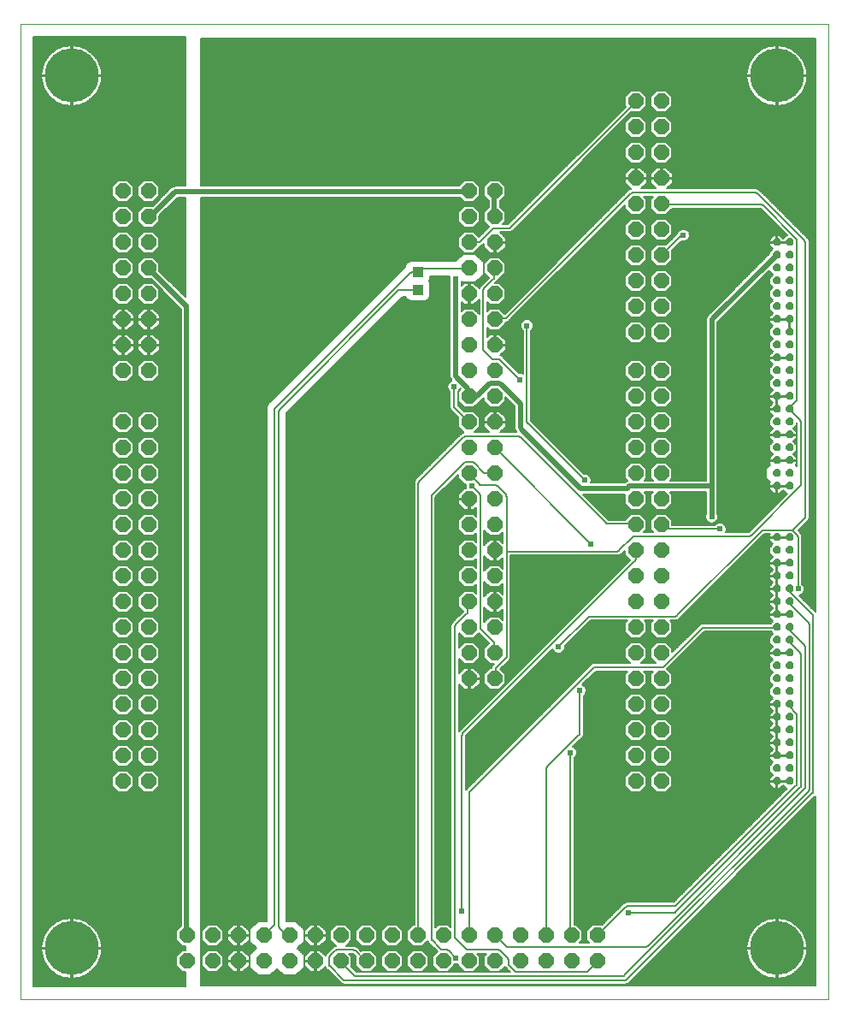
<source format=gbl>
G75*
%MOIN*%
%OFA0B0*%
%FSLAX25Y25*%
%IPPOS*%
%LPD*%
%AMOC8*
5,1,8,0,0,1.08239X$1,22.5*
%
%ADD10C,0.00000*%
%ADD11C,0.21000*%
%ADD12OC8,0.03000*%
%ADD13OC8,0.06000*%
%ADD14R,0.04331X0.03937*%
%ADD15C,0.00600*%
%ADD16OC8,0.02400*%
%ADD17C,0.01969*%
%ADD18C,0.02400*%
D10*
X0038933Y0038933D02*
X0038933Y0418933D01*
X0353933Y0418933D01*
X0353933Y0038933D01*
X0038933Y0038933D01*
D11*
X0058933Y0058933D03*
X0333933Y0058933D03*
X0333933Y0398933D03*
X0058933Y0398933D03*
D12*
X0333933Y0333933D03*
X0333933Y0328933D03*
X0333933Y0323933D03*
X0333933Y0318933D03*
X0333933Y0313933D03*
X0338933Y0313933D03*
X0338933Y0318933D03*
X0338933Y0323933D03*
X0338933Y0328933D03*
X0338933Y0333933D03*
X0338933Y0308933D03*
X0338933Y0303933D03*
X0338933Y0298933D03*
X0338933Y0293933D03*
X0338933Y0288933D03*
X0338933Y0283933D03*
X0333933Y0283933D03*
X0333933Y0288933D03*
X0333933Y0293933D03*
X0333933Y0298933D03*
X0333933Y0303933D03*
X0333933Y0308933D03*
X0333933Y0278933D03*
X0333933Y0273933D03*
X0333933Y0268933D03*
X0333933Y0263933D03*
X0333933Y0258933D03*
X0333933Y0253933D03*
X0338933Y0253933D03*
X0338933Y0258933D03*
X0338933Y0263933D03*
X0338933Y0268933D03*
X0338933Y0273933D03*
X0338933Y0278933D03*
X0338933Y0248933D03*
X0338933Y0243933D03*
X0338933Y0238933D03*
X0333933Y0238933D03*
X0333933Y0243933D03*
X0333933Y0248933D03*
X0333933Y0218933D03*
X0338933Y0218933D03*
X0338933Y0213933D03*
X0338933Y0208933D03*
X0338933Y0203933D03*
X0338933Y0198933D03*
X0338933Y0193933D03*
X0338933Y0188933D03*
X0333933Y0188933D03*
X0333933Y0193933D03*
X0333933Y0198933D03*
X0333933Y0203933D03*
X0333933Y0208933D03*
X0333933Y0213933D03*
X0333933Y0183933D03*
X0333933Y0178933D03*
X0333933Y0173933D03*
X0333933Y0168933D03*
X0333933Y0163933D03*
X0333933Y0158933D03*
X0338933Y0158933D03*
X0338933Y0163933D03*
X0338933Y0168933D03*
X0338933Y0173933D03*
X0338933Y0178933D03*
X0338933Y0183933D03*
X0338933Y0153933D03*
X0338933Y0148933D03*
X0338933Y0143933D03*
X0338933Y0138933D03*
X0338933Y0133933D03*
X0338933Y0128933D03*
X0333933Y0128933D03*
X0333933Y0133933D03*
X0333933Y0138933D03*
X0333933Y0143933D03*
X0333933Y0148933D03*
X0333933Y0153933D03*
X0333933Y0123933D03*
X0338933Y0123933D03*
D13*
X0288933Y0123933D03*
X0278933Y0123933D03*
X0278933Y0133933D03*
X0278933Y0143933D03*
X0278933Y0153933D03*
X0288933Y0153933D03*
X0288933Y0143933D03*
X0288933Y0133933D03*
X0288933Y0163933D03*
X0278933Y0163933D03*
X0278933Y0173933D03*
X0278933Y0183933D03*
X0288933Y0183933D03*
X0288933Y0173933D03*
X0288933Y0193933D03*
X0278933Y0193933D03*
X0278933Y0203933D03*
X0278933Y0213933D03*
X0288933Y0213933D03*
X0288933Y0203933D03*
X0288933Y0223933D03*
X0278933Y0223933D03*
X0278933Y0233933D03*
X0278933Y0243933D03*
X0288933Y0243933D03*
X0288933Y0233933D03*
X0288933Y0253933D03*
X0278933Y0253933D03*
X0278933Y0263933D03*
X0278933Y0273933D03*
X0288933Y0273933D03*
X0288933Y0263933D03*
X0288933Y0283933D03*
X0278933Y0283933D03*
X0278933Y0298933D03*
X0278933Y0308933D03*
X0288933Y0308933D03*
X0288933Y0298933D03*
X0288933Y0318933D03*
X0278933Y0318933D03*
X0278933Y0328933D03*
X0278933Y0338933D03*
X0288933Y0338933D03*
X0288933Y0328933D03*
X0288933Y0348933D03*
X0278933Y0348933D03*
X0278933Y0358933D03*
X0278933Y0368933D03*
X0288933Y0368933D03*
X0288933Y0358933D03*
X0288933Y0378933D03*
X0278933Y0378933D03*
X0278933Y0388933D03*
X0288933Y0388933D03*
X0223933Y0353933D03*
X0223933Y0343933D03*
X0223933Y0333933D03*
X0223933Y0323933D03*
X0223933Y0313933D03*
X0223933Y0303933D03*
X0223933Y0293933D03*
X0223933Y0283933D03*
X0223933Y0273933D03*
X0223933Y0263933D03*
X0223933Y0253933D03*
X0223933Y0243933D03*
X0223933Y0233933D03*
X0223933Y0223933D03*
X0223933Y0213933D03*
X0223933Y0203933D03*
X0223933Y0193933D03*
X0223933Y0183933D03*
X0223933Y0173933D03*
X0223933Y0163933D03*
X0213933Y0163933D03*
X0213933Y0173933D03*
X0213933Y0183933D03*
X0213933Y0193933D03*
X0213933Y0203933D03*
X0213933Y0213933D03*
X0213933Y0223933D03*
X0213933Y0233933D03*
X0213933Y0243933D03*
X0213933Y0253933D03*
X0213933Y0263933D03*
X0213933Y0273933D03*
X0213933Y0283933D03*
X0213933Y0293933D03*
X0213933Y0303933D03*
X0213933Y0313933D03*
X0213933Y0323933D03*
X0213933Y0333933D03*
X0213933Y0343933D03*
X0213933Y0353933D03*
X0088933Y0353933D03*
X0088933Y0343933D03*
X0088933Y0333933D03*
X0088933Y0323933D03*
X0088933Y0313933D03*
X0088933Y0303933D03*
X0088933Y0293933D03*
X0088933Y0283933D03*
X0078933Y0283933D03*
X0078933Y0293933D03*
X0078933Y0303933D03*
X0078933Y0313933D03*
X0078933Y0323933D03*
X0078933Y0333933D03*
X0078933Y0343933D03*
X0078933Y0353933D03*
X0078933Y0263933D03*
X0078933Y0253933D03*
X0078933Y0243933D03*
X0078933Y0233933D03*
X0078933Y0223933D03*
X0078933Y0213933D03*
X0078933Y0203933D03*
X0078933Y0193933D03*
X0078933Y0183933D03*
X0078933Y0173933D03*
X0078933Y0163933D03*
X0078933Y0153933D03*
X0078933Y0143933D03*
X0078933Y0133933D03*
X0078933Y0123933D03*
X0088933Y0123933D03*
X0088933Y0133933D03*
X0088933Y0143933D03*
X0088933Y0153933D03*
X0088933Y0163933D03*
X0088933Y0173933D03*
X0088933Y0183933D03*
X0088933Y0193933D03*
X0088933Y0203933D03*
X0088933Y0213933D03*
X0088933Y0223933D03*
X0088933Y0233933D03*
X0088933Y0243933D03*
X0088933Y0253933D03*
X0088933Y0263933D03*
X0103933Y0063933D03*
X0103933Y0053933D03*
X0113933Y0053933D03*
X0113933Y0063933D03*
X0123933Y0063933D03*
X0123933Y0053933D03*
X0133933Y0053933D03*
X0133933Y0063933D03*
X0143933Y0063933D03*
X0143933Y0053933D03*
X0153933Y0053933D03*
X0153933Y0063933D03*
X0163933Y0063933D03*
X0163933Y0053933D03*
X0173933Y0053933D03*
X0173933Y0063933D03*
X0183933Y0063933D03*
X0183933Y0053933D03*
X0193933Y0053933D03*
X0193933Y0063933D03*
X0203933Y0063933D03*
X0203933Y0053933D03*
X0213933Y0053933D03*
X0213933Y0063933D03*
X0223933Y0063933D03*
X0223933Y0053933D03*
X0233933Y0053933D03*
X0233933Y0063933D03*
X0243933Y0063933D03*
X0243933Y0053933D03*
X0253933Y0053933D03*
X0253933Y0063933D03*
X0263933Y0063933D03*
X0263933Y0053933D03*
D14*
X0193933Y0315587D03*
X0193933Y0322280D03*
D15*
X0194144Y0322514D01*
X0195332Y0323702D01*
X0213551Y0323702D01*
X0213933Y0323933D01*
X0210006Y0328014D02*
X0109533Y0328014D01*
X0109533Y0327416D02*
X0209408Y0327416D01*
X0208809Y0326817D02*
X0196853Y0326817D01*
X0196628Y0326910D02*
X0191238Y0326910D01*
X0190260Y0326505D01*
X0189511Y0325756D01*
X0189106Y0324778D01*
X0189106Y0324554D01*
X0188559Y0324008D01*
X0188143Y0323591D01*
X0136657Y0272106D01*
X0136241Y0271689D01*
X0136201Y0271650D01*
X0135824Y0271273D01*
X0135824Y0271273D01*
X0135684Y0271132D01*
X0135080Y0269676D01*
X0135080Y0069595D01*
X0131588Y0069595D01*
X0128271Y0066278D01*
X0128271Y0061588D01*
X0130926Y0058933D01*
X0128271Y0056278D01*
X0128271Y0051588D01*
X0131588Y0048271D01*
X0136278Y0048271D01*
X0138933Y0050926D01*
X0141588Y0048271D01*
X0146278Y0048271D01*
X0149595Y0051588D01*
X0149595Y0056278D01*
X0146941Y0058933D01*
X0149595Y0061588D01*
X0149595Y0066278D01*
X0146278Y0069595D01*
X0142786Y0069595D01*
X0142786Y0267337D01*
X0188073Y0312624D01*
X0189298Y0312624D01*
X0189511Y0312110D01*
X0190260Y0311361D01*
X0191238Y0310956D01*
X0196628Y0310956D01*
X0197606Y0311361D01*
X0198355Y0312110D01*
X0198761Y0313089D01*
X0198761Y0318085D01*
X0198409Y0318933D01*
X0198761Y0319781D01*
X0198761Y0320740D01*
X0206523Y0320740D01*
X0206314Y0320236D01*
X0206314Y0319248D01*
X0206530Y0318727D01*
X0206530Y0281298D01*
X0206699Y0281128D01*
X0206896Y0280654D01*
X0206896Y0280414D01*
X0207197Y0280113D01*
X0206599Y0279865D01*
X0205900Y0279166D01*
X0205522Y0278253D01*
X0205522Y0277265D01*
X0205900Y0276352D01*
X0206422Y0275830D01*
X0206422Y0269699D01*
X0206487Y0269634D01*
X0206788Y0268908D01*
X0206788Y0268815D01*
X0206854Y0268750D01*
X0207082Y0268522D01*
X0207252Y0268351D01*
X0207716Y0267887D01*
X0209772Y0265831D01*
X0209649Y0265708D01*
X0209649Y0262158D01*
X0211871Y0259936D01*
X0211828Y0259936D01*
X0211763Y0259871D01*
X0211037Y0259570D01*
X0210945Y0259570D01*
X0210879Y0259505D01*
X0210481Y0259106D01*
X0210017Y0258642D01*
X0193854Y0242479D01*
X0193715Y0242340D01*
X0192991Y0241617D01*
X0192926Y0241551D01*
X0192926Y0241459D01*
X0192625Y0240733D01*
X0192560Y0240668D01*
X0192560Y0068217D01*
X0192158Y0068217D01*
X0189649Y0065708D01*
X0189649Y0062158D01*
X0192158Y0059649D01*
X0195708Y0059649D01*
X0197886Y0061827D01*
X0198075Y0061371D01*
X0198075Y0061278D01*
X0198140Y0061213D01*
X0201647Y0057706D01*
X0199649Y0055708D01*
X0199649Y0052158D01*
X0202158Y0049649D01*
X0205708Y0049649D01*
X0208217Y0052158D01*
X0208217Y0052723D01*
X0208304Y0052687D01*
X0209293Y0052687D01*
X0209649Y0052835D01*
X0209649Y0052158D01*
X0212158Y0049649D01*
X0215708Y0049649D01*
X0218217Y0052158D01*
X0218217Y0055708D01*
X0217169Y0056756D01*
X0220697Y0056756D01*
X0219649Y0055708D01*
X0219649Y0052158D01*
X0222158Y0049649D01*
X0225708Y0049649D01*
X0227986Y0051927D01*
X0228176Y0051469D01*
X0228176Y0051377D01*
X0228241Y0051312D01*
X0228556Y0050997D01*
X0228640Y0050913D01*
X0228640Y0050913D01*
X0229104Y0050449D01*
X0229926Y0049627D01*
X0170244Y0049627D01*
X0169980Y0049891D01*
X0169878Y0049993D01*
X0167965Y0051906D01*
X0168217Y0052158D01*
X0168217Y0055708D01*
X0167169Y0056756D01*
X0168536Y0056756D01*
X0168679Y0056613D01*
X0168902Y0056390D01*
X0169649Y0055643D01*
X0169649Y0052158D01*
X0172158Y0049649D01*
X0175708Y0049649D01*
X0178217Y0052158D01*
X0178217Y0055708D01*
X0175708Y0058217D01*
X0172158Y0058217D01*
X0171857Y0057916D01*
X0171142Y0058630D01*
X0170914Y0058859D01*
X0170280Y0059493D01*
X0170214Y0059558D01*
X0170122Y0059558D01*
X0169396Y0059859D01*
X0169331Y0059924D01*
X0165983Y0059924D01*
X0168217Y0062158D01*
X0168217Y0065708D01*
X0165708Y0068217D01*
X0162158Y0068217D01*
X0159649Y0065708D01*
X0159649Y0062158D01*
X0161904Y0059904D01*
X0161859Y0059859D01*
X0161133Y0059558D01*
X0161041Y0059558D01*
X0159000Y0057518D01*
X0158929Y0057447D01*
X0158072Y0056590D01*
X0158072Y0056498D01*
X0157890Y0056057D01*
X0155714Y0058233D01*
X0154233Y0058233D01*
X0154233Y0054233D01*
X0153633Y0054233D01*
X0153633Y0053633D01*
X0154233Y0053633D01*
X0154233Y0049633D01*
X0155714Y0049633D01*
X0157920Y0051838D01*
X0158072Y0051469D01*
X0158072Y0051377D01*
X0158138Y0051312D01*
X0158138Y0051312D01*
X0158536Y0050913D01*
X0159000Y0050449D01*
X0159000Y0050449D01*
X0163281Y0046168D01*
X0163745Y0045704D01*
X0164144Y0045306D01*
X0164144Y0045305D01*
X0164209Y0045240D01*
X0164302Y0045240D01*
X0165028Y0044939D01*
X0165093Y0044874D01*
X0275079Y0044874D01*
X0275145Y0044939D01*
X0275871Y0045240D01*
X0275963Y0045240D01*
X0348503Y0117780D01*
X0348660Y0117936D01*
X0348933Y0118210D01*
X0348933Y0044533D01*
X0109533Y0044533D01*
X0109533Y0351535D01*
X0210273Y0351535D01*
X0212158Y0349649D01*
X0215708Y0349649D01*
X0218217Y0352158D01*
X0218217Y0355708D01*
X0215708Y0358217D01*
X0212158Y0358217D01*
X0210013Y0356072D01*
X0109533Y0356072D01*
X0109533Y0413333D01*
X0348933Y0413333D01*
X0348933Y0190165D01*
X0342640Y0196458D01*
X0342766Y0196458D01*
X0343679Y0196836D01*
X0344378Y0197535D01*
X0344756Y0198448D01*
X0344756Y0199437D01*
X0344378Y0200350D01*
X0343856Y0200872D01*
X0343856Y0219676D01*
X0343791Y0219742D01*
X0343490Y0220468D01*
X0343490Y0220560D01*
X0343424Y0220625D01*
X0343026Y0221024D01*
X0342562Y0221488D01*
X0342562Y0221488D01*
X0342334Y0221716D01*
X0346262Y0225645D01*
X0346262Y0225737D01*
X0346563Y0226463D01*
X0346628Y0226528D01*
X0346628Y0334535D01*
X0346563Y0334600D01*
X0346262Y0335326D01*
X0346262Y0335418D01*
X0327983Y0353697D01*
X0327791Y0353890D01*
X0327121Y0354560D01*
X0327055Y0354625D01*
X0326963Y0354625D01*
X0326237Y0354926D01*
X0326172Y0354991D01*
X0291072Y0354991D01*
X0293233Y0357152D01*
X0293233Y0358633D01*
X0289233Y0358633D01*
X0289233Y0359233D01*
X0288633Y0359233D01*
X0288633Y0358633D01*
X0284633Y0358633D01*
X0284633Y0357152D01*
X0286794Y0354991D01*
X0281072Y0354991D01*
X0283233Y0357152D01*
X0283233Y0358633D01*
X0279233Y0358633D01*
X0279233Y0359233D01*
X0278633Y0359233D01*
X0278633Y0358633D01*
X0274633Y0358633D01*
X0274633Y0357152D01*
X0276934Y0354851D01*
X0276387Y0354625D01*
X0276295Y0354625D01*
X0227915Y0306246D01*
X0227797Y0306128D01*
X0225708Y0308217D01*
X0222158Y0308217D01*
X0221076Y0307135D01*
X0221076Y0310731D01*
X0222158Y0309649D01*
X0225708Y0309649D01*
X0228217Y0312158D01*
X0228217Y0315708D01*
X0225708Y0318217D01*
X0224169Y0318217D01*
X0224253Y0318301D01*
X0225002Y0319050D01*
X0225067Y0319115D01*
X0225067Y0319208D01*
X0225250Y0319649D01*
X0225708Y0319649D01*
X0228217Y0322158D01*
X0228217Y0325708D01*
X0225708Y0328217D01*
X0222158Y0328217D01*
X0219649Y0325708D01*
X0219649Y0322158D01*
X0221639Y0320168D01*
X0218274Y0316803D01*
X0218274Y0316711D01*
X0217973Y0315985D01*
X0217968Y0315979D01*
X0215714Y0318233D01*
X0214233Y0318233D01*
X0214233Y0314233D01*
X0213633Y0314233D01*
X0213633Y0318233D01*
X0212152Y0318233D01*
X0211067Y0317148D01*
X0211067Y0318727D01*
X0211086Y0318773D01*
X0211588Y0318271D01*
X0216278Y0318271D01*
X0219595Y0321588D01*
X0219595Y0326278D01*
X0216278Y0329595D01*
X0211588Y0329595D01*
X0208657Y0326665D01*
X0197221Y0326665D01*
X0196628Y0326910D01*
X0193933Y0322280D02*
X0191538Y0322280D01*
X0190654Y0321913D02*
X0138335Y0269595D01*
X0138043Y0268888D02*
X0138043Y0068560D01*
X0137676Y0067676D02*
X0133933Y0063933D01*
X0137677Y0067676D02*
X0137725Y0067727D01*
X0137770Y0067781D01*
X0137812Y0067837D01*
X0137851Y0067895D01*
X0137887Y0067955D01*
X0137919Y0068018D01*
X0137948Y0068082D01*
X0137973Y0068147D01*
X0137994Y0068214D01*
X0138012Y0068282D01*
X0138025Y0068351D01*
X0138035Y0068420D01*
X0138041Y0068490D01*
X0138043Y0068560D01*
X0139824Y0067670D02*
X0139824Y0268150D01*
X0140117Y0268857D02*
X0186553Y0315294D01*
X0187260Y0315587D02*
X0193933Y0315587D01*
X0198761Y0315445D02*
X0206530Y0315445D01*
X0206530Y0314847D02*
X0198761Y0314847D01*
X0198761Y0314248D02*
X0206530Y0314248D01*
X0206530Y0313650D02*
X0198761Y0313650D01*
X0198745Y0313051D02*
X0206530Y0313051D01*
X0206530Y0312453D02*
X0198497Y0312453D01*
X0198099Y0311854D02*
X0206530Y0311854D01*
X0206530Y0311256D02*
X0197352Y0311256D01*
X0198761Y0316044D02*
X0206530Y0316044D01*
X0206530Y0316642D02*
X0198761Y0316642D01*
X0198761Y0317241D02*
X0206530Y0317241D01*
X0206530Y0317839D02*
X0198761Y0317839D01*
X0198614Y0318438D02*
X0206530Y0318438D01*
X0206402Y0319036D02*
X0198452Y0319036D01*
X0198700Y0319635D02*
X0206314Y0319635D01*
X0206314Y0320233D02*
X0198761Y0320233D01*
X0191538Y0322280D02*
X0191468Y0322278D01*
X0191398Y0322272D01*
X0191329Y0322262D01*
X0191260Y0322249D01*
X0191192Y0322231D01*
X0191125Y0322210D01*
X0191060Y0322185D01*
X0190996Y0322156D01*
X0190933Y0322124D01*
X0190873Y0322088D01*
X0190815Y0322049D01*
X0190759Y0322007D01*
X0190705Y0321962D01*
X0190654Y0321914D01*
X0188559Y0324008D02*
X0188559Y0324008D01*
X0188376Y0323824D02*
X0109533Y0323824D01*
X0109533Y0323226D02*
X0187777Y0323226D01*
X0188143Y0323591D02*
X0188143Y0323591D01*
X0188974Y0324423D02*
X0109533Y0324423D01*
X0109533Y0325021D02*
X0189207Y0325021D01*
X0189454Y0325620D02*
X0109533Y0325620D01*
X0109533Y0326219D02*
X0189973Y0326219D01*
X0191013Y0326817D02*
X0109533Y0326817D01*
X0109533Y0328613D02*
X0210605Y0328613D01*
X0211204Y0329211D02*
X0109533Y0329211D01*
X0109533Y0329810D02*
X0211998Y0329810D01*
X0212158Y0329649D02*
X0215708Y0329649D01*
X0218217Y0332158D01*
X0218217Y0332525D01*
X0218838Y0332782D01*
X0218930Y0332782D01*
X0218996Y0332847D01*
X0219394Y0333246D01*
X0219394Y0333246D01*
X0219633Y0333485D01*
X0219633Y0332152D01*
X0222152Y0329633D01*
X0223633Y0329633D01*
X0223633Y0333633D01*
X0224233Y0333633D01*
X0224233Y0329633D01*
X0225714Y0329633D01*
X0228233Y0332152D01*
X0228233Y0333633D01*
X0224233Y0333633D01*
X0224233Y0334233D01*
X0228233Y0334233D01*
X0228233Y0335714D01*
X0225987Y0337961D01*
X0229928Y0337961D01*
X0229994Y0338026D01*
X0230720Y0338327D01*
X0230812Y0338327D01*
X0230877Y0338392D01*
X0231276Y0338791D01*
X0231740Y0339255D01*
X0277146Y0384661D01*
X0277158Y0384649D01*
X0280708Y0384649D01*
X0283217Y0387158D01*
X0283217Y0390708D01*
X0280708Y0393217D01*
X0277158Y0393217D01*
X0274649Y0390708D01*
X0274649Y0387158D01*
X0274906Y0386901D01*
X0229500Y0341495D01*
X0229134Y0341129D01*
X0227188Y0341129D01*
X0228217Y0342158D01*
X0228217Y0345708D01*
X0226117Y0347808D01*
X0226117Y0350058D01*
X0228217Y0352158D01*
X0228217Y0355708D01*
X0225708Y0358217D01*
X0222158Y0358217D01*
X0219649Y0355708D01*
X0219649Y0352158D01*
X0221580Y0350227D01*
X0221580Y0347639D01*
X0219649Y0345708D01*
X0219649Y0342158D01*
X0221737Y0340070D01*
X0221502Y0339835D01*
X0217796Y0336129D01*
X0215708Y0338217D01*
X0212158Y0338217D01*
X0209649Y0335708D01*
X0209649Y0332158D01*
X0212158Y0329649D01*
X0211399Y0330408D02*
X0109533Y0330408D01*
X0109533Y0331007D02*
X0210801Y0331007D01*
X0210202Y0331605D02*
X0109533Y0331605D01*
X0109533Y0332204D02*
X0209649Y0332204D01*
X0209649Y0332802D02*
X0109533Y0332802D01*
X0109533Y0333401D02*
X0209649Y0333401D01*
X0209649Y0333999D02*
X0109533Y0333999D01*
X0109533Y0334598D02*
X0209649Y0334598D01*
X0209649Y0335196D02*
X0109533Y0335196D01*
X0109533Y0335795D02*
X0209736Y0335795D01*
X0210334Y0336393D02*
X0109533Y0336393D01*
X0109533Y0336992D02*
X0210933Y0336992D01*
X0211531Y0337590D02*
X0109533Y0337590D01*
X0109533Y0338189D02*
X0212130Y0338189D01*
X0212158Y0339649D02*
X0209649Y0342158D01*
X0209649Y0345708D01*
X0212158Y0348217D01*
X0215708Y0348217D01*
X0218217Y0345708D01*
X0218217Y0342158D01*
X0215708Y0339649D01*
X0212158Y0339649D01*
X0211823Y0339984D02*
X0109533Y0339984D01*
X0109533Y0339386D02*
X0221053Y0339386D01*
X0221502Y0339835D02*
X0221502Y0339835D01*
X0221652Y0339984D02*
X0216043Y0339984D01*
X0216642Y0340583D02*
X0221225Y0340583D01*
X0220626Y0341181D02*
X0217240Y0341181D01*
X0217839Y0341780D02*
X0220027Y0341780D01*
X0219649Y0342378D02*
X0218217Y0342378D01*
X0218217Y0342977D02*
X0219649Y0342977D01*
X0219649Y0343575D02*
X0218217Y0343575D01*
X0218217Y0344174D02*
X0219649Y0344174D01*
X0219649Y0344772D02*
X0218217Y0344772D01*
X0218217Y0345371D02*
X0219649Y0345371D01*
X0219911Y0345969D02*
X0217956Y0345969D01*
X0217357Y0346568D02*
X0220509Y0346568D01*
X0221108Y0347166D02*
X0216759Y0347166D01*
X0216160Y0347765D02*
X0221580Y0347765D01*
X0221580Y0348363D02*
X0109533Y0348363D01*
X0109533Y0347765D02*
X0211706Y0347765D01*
X0211108Y0347166D02*
X0109533Y0347166D01*
X0109533Y0346568D02*
X0210509Y0346568D01*
X0209911Y0345969D02*
X0109533Y0345969D01*
X0109533Y0345371D02*
X0209649Y0345371D01*
X0209649Y0344772D02*
X0109533Y0344772D01*
X0109533Y0344174D02*
X0209649Y0344174D01*
X0209649Y0343575D02*
X0109533Y0343575D01*
X0109533Y0342977D02*
X0209649Y0342977D01*
X0209649Y0342378D02*
X0109533Y0342378D01*
X0109533Y0341780D02*
X0210027Y0341780D01*
X0210626Y0341181D02*
X0109533Y0341181D01*
X0109533Y0340583D02*
X0211225Y0340583D01*
X0215736Y0338189D02*
X0219856Y0338189D01*
X0220455Y0338787D02*
X0109533Y0338787D01*
X0103333Y0338787D02*
X0043933Y0338787D01*
X0043933Y0338189D02*
X0077130Y0338189D01*
X0077158Y0338217D02*
X0074649Y0335708D01*
X0074649Y0332158D01*
X0077158Y0329649D01*
X0080708Y0329649D01*
X0083217Y0332158D01*
X0083217Y0335708D01*
X0080708Y0338217D01*
X0077158Y0338217D01*
X0076531Y0337590D02*
X0043933Y0337590D01*
X0043933Y0336992D02*
X0075933Y0336992D01*
X0075334Y0336393D02*
X0043933Y0336393D01*
X0043933Y0335795D02*
X0074736Y0335795D01*
X0074649Y0335196D02*
X0043933Y0335196D01*
X0043933Y0334598D02*
X0074649Y0334598D01*
X0074649Y0333999D02*
X0043933Y0333999D01*
X0043933Y0333401D02*
X0074649Y0333401D01*
X0074649Y0332802D02*
X0043933Y0332802D01*
X0043933Y0332204D02*
X0074649Y0332204D01*
X0075202Y0331605D02*
X0043933Y0331605D01*
X0043933Y0331007D02*
X0075801Y0331007D01*
X0076399Y0330408D02*
X0043933Y0330408D01*
X0043933Y0329810D02*
X0076998Y0329810D01*
X0077158Y0328217D02*
X0074649Y0325708D01*
X0074649Y0322158D01*
X0077158Y0319649D01*
X0080708Y0319649D01*
X0083217Y0322158D01*
X0083217Y0325708D01*
X0080708Y0328217D01*
X0077158Y0328217D01*
X0076955Y0328014D02*
X0043933Y0328014D01*
X0043933Y0327416D02*
X0076357Y0327416D01*
X0075758Y0326817D02*
X0043933Y0326817D01*
X0043933Y0326219D02*
X0075160Y0326219D01*
X0074649Y0325620D02*
X0043933Y0325620D01*
X0043933Y0325021D02*
X0074649Y0325021D01*
X0074649Y0324423D02*
X0043933Y0324423D01*
X0043933Y0323824D02*
X0074649Y0323824D01*
X0074649Y0323226D02*
X0043933Y0323226D01*
X0043933Y0322627D02*
X0074649Y0322627D01*
X0074778Y0322029D02*
X0043933Y0322029D01*
X0043933Y0321430D02*
X0075377Y0321430D01*
X0075975Y0320832D02*
X0043933Y0320832D01*
X0043933Y0320233D02*
X0076574Y0320233D01*
X0077158Y0318217D02*
X0074649Y0315708D01*
X0074649Y0312158D01*
X0077158Y0309649D01*
X0080708Y0309649D01*
X0083217Y0312158D01*
X0083217Y0315708D01*
X0080708Y0318217D01*
X0077158Y0318217D01*
X0076781Y0317839D02*
X0043933Y0317839D01*
X0043933Y0317241D02*
X0076182Y0317241D01*
X0075583Y0316642D02*
X0043933Y0316642D01*
X0043933Y0316044D02*
X0074985Y0316044D01*
X0074649Y0315445D02*
X0043933Y0315445D01*
X0043933Y0314847D02*
X0074649Y0314847D01*
X0074649Y0314248D02*
X0043933Y0314248D01*
X0043933Y0313650D02*
X0074649Y0313650D01*
X0074649Y0313051D02*
X0043933Y0313051D01*
X0043933Y0312453D02*
X0074649Y0312453D01*
X0074953Y0311854D02*
X0043933Y0311854D01*
X0043933Y0311256D02*
X0075552Y0311256D01*
X0076150Y0310657D02*
X0043933Y0310657D01*
X0043933Y0310059D02*
X0076749Y0310059D01*
X0077152Y0308233D02*
X0074633Y0305714D01*
X0074633Y0304233D01*
X0078633Y0304233D01*
X0078633Y0303633D01*
X0074633Y0303633D01*
X0074633Y0302152D01*
X0077152Y0299633D01*
X0078633Y0299633D01*
X0078633Y0303633D01*
X0079233Y0303633D01*
X0079233Y0299633D01*
X0080714Y0299633D01*
X0083233Y0302152D01*
X0083233Y0303633D01*
X0079233Y0303633D01*
X0079233Y0304233D01*
X0078633Y0304233D01*
X0078633Y0308233D01*
X0077152Y0308233D01*
X0076584Y0307665D02*
X0043933Y0307665D01*
X0043933Y0308263D02*
X0101418Y0308263D01*
X0101573Y0308108D02*
X0101573Y0067632D01*
X0099649Y0065708D01*
X0099649Y0062158D01*
X0102158Y0059649D01*
X0103333Y0059649D01*
X0103333Y0058217D01*
X0102158Y0058217D01*
X0099649Y0055708D01*
X0099649Y0052158D01*
X0102158Y0049649D01*
X0103333Y0049649D01*
X0103333Y0043933D01*
X0043933Y0043933D01*
X0043933Y0413933D01*
X0103333Y0413933D01*
X0103333Y0356072D01*
X0099063Y0356072D01*
X0098894Y0355902D01*
X0098419Y0355706D01*
X0098179Y0355706D01*
X0098010Y0355536D01*
X0098010Y0355536D01*
X0097515Y0355041D01*
X0097515Y0355041D01*
X0096850Y0354377D01*
X0096850Y0354377D01*
X0090691Y0348217D01*
X0087158Y0348217D01*
X0084649Y0345708D01*
X0084649Y0342158D01*
X0087158Y0339649D01*
X0090708Y0339649D01*
X0093217Y0342158D01*
X0093217Y0344327D01*
X0100059Y0351169D01*
X0100425Y0351535D01*
X0103333Y0351535D01*
X0103333Y0312765D01*
X0093217Y0322881D01*
X0093217Y0325708D01*
X0090708Y0328217D01*
X0087158Y0328217D01*
X0084649Y0325708D01*
X0084649Y0322158D01*
X0087158Y0319649D01*
X0090033Y0319649D01*
X0101207Y0308474D01*
X0101573Y0308108D01*
X0101573Y0307665D02*
X0091283Y0307665D01*
X0090714Y0308233D02*
X0089233Y0308233D01*
X0089233Y0304233D01*
X0088633Y0304233D01*
X0088633Y0303633D01*
X0084633Y0303633D01*
X0084633Y0302152D01*
X0087152Y0299633D01*
X0088633Y0299633D01*
X0088633Y0303633D01*
X0089233Y0303633D01*
X0089233Y0299633D01*
X0090714Y0299633D01*
X0093233Y0302152D01*
X0093233Y0303633D01*
X0089233Y0303633D01*
X0089233Y0304233D01*
X0093233Y0304233D01*
X0093233Y0305714D01*
X0090714Y0308233D01*
X0090708Y0309649D02*
X0087158Y0309649D01*
X0084649Y0312158D01*
X0084649Y0315708D01*
X0087158Y0318217D01*
X0090708Y0318217D01*
X0093217Y0315708D01*
X0093217Y0312158D01*
X0090708Y0309649D01*
X0091118Y0310059D02*
X0099623Y0310059D01*
X0099024Y0310657D02*
X0091716Y0310657D01*
X0092315Y0311256D02*
X0098426Y0311256D01*
X0097827Y0311854D02*
X0092913Y0311854D01*
X0093217Y0312453D02*
X0097229Y0312453D01*
X0096630Y0313051D02*
X0093217Y0313051D01*
X0093217Y0313650D02*
X0096032Y0313650D01*
X0095433Y0314248D02*
X0093217Y0314248D01*
X0093217Y0314847D02*
X0094835Y0314847D01*
X0094236Y0315445D02*
X0093217Y0315445D01*
X0092881Y0316044D02*
X0093638Y0316044D01*
X0093039Y0316642D02*
X0092283Y0316642D01*
X0092441Y0317241D02*
X0091684Y0317241D01*
X0091842Y0317839D02*
X0091086Y0317839D01*
X0091244Y0318438D02*
X0043933Y0318438D01*
X0043933Y0319036D02*
X0090645Y0319036D01*
X0090047Y0319635D02*
X0043933Y0319635D01*
X0043933Y0328613D02*
X0103333Y0328613D01*
X0103333Y0329211D02*
X0043933Y0329211D01*
X0043933Y0339386D02*
X0103333Y0339386D01*
X0103333Y0339984D02*
X0091043Y0339984D01*
X0091642Y0340583D02*
X0103333Y0340583D01*
X0103333Y0341181D02*
X0092240Y0341181D01*
X0092839Y0341780D02*
X0103333Y0341780D01*
X0103333Y0342378D02*
X0093217Y0342378D01*
X0093217Y0342977D02*
X0103333Y0342977D01*
X0103333Y0343575D02*
X0093217Y0343575D01*
X0093217Y0344174D02*
X0103333Y0344174D01*
X0103333Y0344772D02*
X0093662Y0344772D01*
X0094261Y0345371D02*
X0103333Y0345371D01*
X0103333Y0345969D02*
X0094859Y0345969D01*
X0095458Y0346568D02*
X0103333Y0346568D01*
X0103333Y0347166D02*
X0096056Y0347166D01*
X0096655Y0347765D02*
X0103333Y0347765D01*
X0103333Y0348363D02*
X0097253Y0348363D01*
X0097852Y0348962D02*
X0103333Y0348962D01*
X0103333Y0349560D02*
X0098450Y0349560D01*
X0099049Y0350159D02*
X0103333Y0350159D01*
X0103333Y0350757D02*
X0099647Y0350757D01*
X0100059Y0351169D02*
X0100059Y0351169D01*
X0100246Y0351356D02*
X0103333Y0351356D01*
X0103333Y0356144D02*
X0092781Y0356144D01*
X0093217Y0355708D02*
X0090708Y0358217D01*
X0087158Y0358217D01*
X0084649Y0355708D01*
X0084649Y0352158D01*
X0087158Y0349649D01*
X0090708Y0349649D01*
X0093217Y0352158D01*
X0093217Y0355708D01*
X0093217Y0355546D02*
X0098019Y0355546D01*
X0097421Y0354947D02*
X0093217Y0354947D01*
X0093217Y0354349D02*
X0096822Y0354349D01*
X0096224Y0353750D02*
X0093217Y0353750D01*
X0093217Y0353152D02*
X0095625Y0353152D01*
X0095027Y0352553D02*
X0093217Y0352553D01*
X0093013Y0351954D02*
X0094428Y0351954D01*
X0093830Y0351356D02*
X0092415Y0351356D01*
X0091816Y0350757D02*
X0093231Y0350757D01*
X0092633Y0350159D02*
X0091218Y0350159D01*
X0092034Y0349560D02*
X0043933Y0349560D01*
X0043933Y0348962D02*
X0091436Y0348962D01*
X0090837Y0348363D02*
X0043933Y0348363D01*
X0043933Y0347765D02*
X0076706Y0347765D01*
X0077158Y0348217D02*
X0074649Y0345708D01*
X0074649Y0342158D01*
X0077158Y0339649D01*
X0080708Y0339649D01*
X0083217Y0342158D01*
X0083217Y0345708D01*
X0080708Y0348217D01*
X0077158Y0348217D01*
X0077158Y0349649D02*
X0080708Y0349649D01*
X0083217Y0352158D01*
X0083217Y0355708D01*
X0080708Y0358217D01*
X0077158Y0358217D01*
X0074649Y0355708D01*
X0074649Y0352158D01*
X0077158Y0349649D01*
X0076648Y0350159D02*
X0043933Y0350159D01*
X0043933Y0350757D02*
X0076050Y0350757D01*
X0075451Y0351356D02*
X0043933Y0351356D01*
X0043933Y0351954D02*
X0074853Y0351954D01*
X0074649Y0352553D02*
X0043933Y0352553D01*
X0043933Y0353152D02*
X0074649Y0353152D01*
X0074649Y0353750D02*
X0043933Y0353750D01*
X0043933Y0354349D02*
X0074649Y0354349D01*
X0074649Y0354947D02*
X0043933Y0354947D01*
X0043933Y0355546D02*
X0074649Y0355546D01*
X0075085Y0356144D02*
X0043933Y0356144D01*
X0043933Y0356743D02*
X0075684Y0356743D01*
X0076282Y0357341D02*
X0043933Y0357341D01*
X0043933Y0357940D02*
X0076881Y0357940D01*
X0080985Y0357940D02*
X0086881Y0357940D01*
X0086282Y0357341D02*
X0081584Y0357341D01*
X0082182Y0356743D02*
X0085684Y0356743D01*
X0085085Y0356144D02*
X0082781Y0356144D01*
X0083217Y0355546D02*
X0084649Y0355546D01*
X0084649Y0354947D02*
X0083217Y0354947D01*
X0083217Y0354349D02*
X0084649Y0354349D01*
X0084649Y0353750D02*
X0083217Y0353750D01*
X0083217Y0353152D02*
X0084649Y0353152D01*
X0084649Y0352553D02*
X0083217Y0352553D01*
X0083013Y0351954D02*
X0084853Y0351954D01*
X0085451Y0351356D02*
X0082415Y0351356D01*
X0081816Y0350757D02*
X0086050Y0350757D01*
X0086648Y0350159D02*
X0081218Y0350159D01*
X0081160Y0347765D02*
X0086706Y0347765D01*
X0086108Y0347166D02*
X0081759Y0347166D01*
X0082357Y0346568D02*
X0085509Y0346568D01*
X0084911Y0345969D02*
X0082956Y0345969D01*
X0083217Y0345371D02*
X0084649Y0345371D01*
X0084649Y0344772D02*
X0083217Y0344772D01*
X0083217Y0344174D02*
X0084649Y0344174D01*
X0084649Y0343575D02*
X0083217Y0343575D01*
X0083217Y0342977D02*
X0084649Y0342977D01*
X0084649Y0342378D02*
X0083217Y0342378D01*
X0082839Y0341780D02*
X0085027Y0341780D01*
X0085626Y0341181D02*
X0082240Y0341181D01*
X0081642Y0340583D02*
X0086225Y0340583D01*
X0086823Y0339984D02*
X0081043Y0339984D01*
X0080736Y0338189D02*
X0087130Y0338189D01*
X0087158Y0338217D02*
X0084649Y0335708D01*
X0084649Y0332158D01*
X0087158Y0329649D01*
X0090708Y0329649D01*
X0093217Y0332158D01*
X0093217Y0335708D01*
X0090708Y0338217D01*
X0087158Y0338217D01*
X0086531Y0337590D02*
X0081335Y0337590D01*
X0081933Y0336992D02*
X0085933Y0336992D01*
X0085334Y0336393D02*
X0082532Y0336393D01*
X0083130Y0335795D02*
X0084736Y0335795D01*
X0084649Y0335196D02*
X0083217Y0335196D01*
X0083217Y0334598D02*
X0084649Y0334598D01*
X0084649Y0333999D02*
X0083217Y0333999D01*
X0083217Y0333401D02*
X0084649Y0333401D01*
X0084649Y0332802D02*
X0083217Y0332802D01*
X0083217Y0332204D02*
X0084649Y0332204D01*
X0085202Y0331605D02*
X0082664Y0331605D01*
X0082065Y0331007D02*
X0085801Y0331007D01*
X0086399Y0330408D02*
X0081467Y0330408D01*
X0080868Y0329810D02*
X0086998Y0329810D01*
X0086955Y0328014D02*
X0080911Y0328014D01*
X0081509Y0327416D02*
X0086357Y0327416D01*
X0085758Y0326817D02*
X0082108Y0326817D01*
X0082706Y0326219D02*
X0085160Y0326219D01*
X0084649Y0325620D02*
X0083217Y0325620D01*
X0083217Y0325021D02*
X0084649Y0325021D01*
X0084649Y0324423D02*
X0083217Y0324423D01*
X0083217Y0323824D02*
X0084649Y0323824D01*
X0084649Y0323226D02*
X0083217Y0323226D01*
X0083217Y0322627D02*
X0084649Y0322627D01*
X0084778Y0322029D02*
X0083088Y0322029D01*
X0082489Y0321430D02*
X0085377Y0321430D01*
X0085975Y0320832D02*
X0081891Y0320832D01*
X0081292Y0320233D02*
X0086574Y0320233D01*
X0086781Y0317839D02*
X0081086Y0317839D01*
X0081684Y0317241D02*
X0086182Y0317241D01*
X0085583Y0316642D02*
X0082283Y0316642D01*
X0082881Y0316044D02*
X0084985Y0316044D01*
X0084649Y0315445D02*
X0083217Y0315445D01*
X0083217Y0314847D02*
X0084649Y0314847D01*
X0084649Y0314248D02*
X0083217Y0314248D01*
X0083217Y0313650D02*
X0084649Y0313650D01*
X0084649Y0313051D02*
X0083217Y0313051D01*
X0083217Y0312453D02*
X0084649Y0312453D01*
X0084953Y0311854D02*
X0082913Y0311854D01*
X0082315Y0311256D02*
X0085552Y0311256D01*
X0086150Y0310657D02*
X0081716Y0310657D01*
X0081118Y0310059D02*
X0086749Y0310059D01*
X0087152Y0308233D02*
X0084633Y0305714D01*
X0084633Y0304233D01*
X0088633Y0304233D01*
X0088633Y0308233D01*
X0087152Y0308233D01*
X0086584Y0307665D02*
X0081283Y0307665D01*
X0080714Y0308233D02*
X0079233Y0308233D01*
X0079233Y0304233D01*
X0083233Y0304233D01*
X0083233Y0305714D01*
X0080714Y0308233D01*
X0079233Y0307665D02*
X0078633Y0307665D01*
X0078633Y0307066D02*
X0079233Y0307066D01*
X0079233Y0306468D02*
X0078633Y0306468D01*
X0078633Y0305869D02*
X0079233Y0305869D01*
X0079233Y0305271D02*
X0078633Y0305271D01*
X0078633Y0304672D02*
X0079233Y0304672D01*
X0079233Y0304074D02*
X0088633Y0304074D01*
X0088633Y0304672D02*
X0089233Y0304672D01*
X0089233Y0304074D02*
X0101573Y0304074D01*
X0101573Y0304672D02*
X0093233Y0304672D01*
X0093233Y0305271D02*
X0101573Y0305271D01*
X0101573Y0305869D02*
X0093078Y0305869D01*
X0092480Y0306468D02*
X0101573Y0306468D01*
X0101573Y0307066D02*
X0091881Y0307066D01*
X0089233Y0307066D02*
X0088633Y0307066D01*
X0088633Y0306468D02*
X0089233Y0306468D01*
X0089233Y0305869D02*
X0088633Y0305869D01*
X0088633Y0305271D02*
X0089233Y0305271D01*
X0089233Y0303475D02*
X0088633Y0303475D01*
X0088633Y0302877D02*
X0089233Y0302877D01*
X0089233Y0302278D02*
X0088633Y0302278D01*
X0088633Y0301680D02*
X0089233Y0301680D01*
X0089233Y0301081D02*
X0088633Y0301081D01*
X0088633Y0300483D02*
X0089233Y0300483D01*
X0089233Y0299884D02*
X0088633Y0299884D01*
X0088633Y0298233D02*
X0087152Y0298233D01*
X0084633Y0295714D01*
X0084633Y0294233D01*
X0088633Y0294233D01*
X0088633Y0293633D01*
X0084633Y0293633D01*
X0084633Y0292152D01*
X0087152Y0289633D01*
X0088633Y0289633D01*
X0088633Y0293633D01*
X0089233Y0293633D01*
X0089233Y0289633D01*
X0090714Y0289633D01*
X0093233Y0292152D01*
X0093233Y0293633D01*
X0089233Y0293633D01*
X0089233Y0294233D01*
X0088633Y0294233D01*
X0088633Y0298233D01*
X0088633Y0298088D02*
X0089233Y0298088D01*
X0089233Y0298233D02*
X0089233Y0294233D01*
X0093233Y0294233D01*
X0093233Y0295714D01*
X0090714Y0298233D01*
X0089233Y0298233D01*
X0089233Y0297490D02*
X0088633Y0297490D01*
X0088633Y0296891D02*
X0089233Y0296891D01*
X0089233Y0296293D02*
X0088633Y0296293D01*
X0088633Y0295694D02*
X0089233Y0295694D01*
X0089233Y0295096D02*
X0088633Y0295096D01*
X0088633Y0294497D02*
X0089233Y0294497D01*
X0089233Y0293899D02*
X0101573Y0293899D01*
X0101573Y0294497D02*
X0093233Y0294497D01*
X0093233Y0295096D02*
X0101573Y0295096D01*
X0101573Y0295694D02*
X0093233Y0295694D01*
X0092654Y0296293D02*
X0101573Y0296293D01*
X0101573Y0296891D02*
X0092056Y0296891D01*
X0091457Y0297490D02*
X0101573Y0297490D01*
X0101573Y0298088D02*
X0090859Y0298088D01*
X0090965Y0299884D02*
X0101573Y0299884D01*
X0101573Y0300483D02*
X0091564Y0300483D01*
X0092162Y0301081D02*
X0101573Y0301081D01*
X0101573Y0301680D02*
X0092761Y0301680D01*
X0093233Y0302278D02*
X0101573Y0302278D01*
X0101573Y0302877D02*
X0093233Y0302877D01*
X0093233Y0303475D02*
X0101573Y0303475D01*
X0101573Y0299285D02*
X0043933Y0299285D01*
X0043933Y0298687D02*
X0101573Y0298687D01*
X0101573Y0293300D02*
X0093233Y0293300D01*
X0093233Y0292702D02*
X0101573Y0292702D01*
X0101573Y0292103D02*
X0093184Y0292103D01*
X0092586Y0291505D02*
X0101573Y0291505D01*
X0101573Y0290906D02*
X0091987Y0290906D01*
X0091389Y0290308D02*
X0101573Y0290308D01*
X0101573Y0289709D02*
X0090790Y0289709D01*
X0090708Y0288217D02*
X0087158Y0288217D01*
X0084649Y0285708D01*
X0084649Y0282158D01*
X0087158Y0279649D01*
X0090708Y0279649D01*
X0093217Y0282158D01*
X0093217Y0285708D01*
X0090708Y0288217D01*
X0091011Y0287914D02*
X0101573Y0287914D01*
X0101573Y0288512D02*
X0043933Y0288512D01*
X0043933Y0287914D02*
X0076855Y0287914D01*
X0077158Y0288217D02*
X0074649Y0285708D01*
X0074649Y0282158D01*
X0077158Y0279649D01*
X0080708Y0279649D01*
X0083217Y0282158D01*
X0083217Y0285708D01*
X0080708Y0288217D01*
X0077158Y0288217D01*
X0076256Y0287315D02*
X0043933Y0287315D01*
X0043933Y0286717D02*
X0075658Y0286717D01*
X0075059Y0286118D02*
X0043933Y0286118D01*
X0043933Y0285520D02*
X0074649Y0285520D01*
X0074649Y0284921D02*
X0043933Y0284921D01*
X0043933Y0284323D02*
X0074649Y0284323D01*
X0074649Y0283724D02*
X0043933Y0283724D01*
X0043933Y0283126D02*
X0074649Y0283126D01*
X0074649Y0282527D02*
X0043933Y0282527D01*
X0043933Y0281929D02*
X0074879Y0281929D01*
X0075477Y0281330D02*
X0043933Y0281330D01*
X0043933Y0280732D02*
X0076076Y0280732D01*
X0076674Y0280133D02*
X0043933Y0280133D01*
X0043933Y0279535D02*
X0101573Y0279535D01*
X0101573Y0280133D02*
X0091192Y0280133D01*
X0091790Y0280732D02*
X0101573Y0280732D01*
X0101573Y0281330D02*
X0092389Y0281330D01*
X0092987Y0281929D02*
X0101573Y0281929D01*
X0101573Y0282527D02*
X0093217Y0282527D01*
X0093217Y0283126D02*
X0101573Y0283126D01*
X0101573Y0283724D02*
X0093217Y0283724D01*
X0093217Y0284323D02*
X0101573Y0284323D01*
X0101573Y0284921D02*
X0093217Y0284921D01*
X0093217Y0285520D02*
X0101573Y0285520D01*
X0101573Y0286118D02*
X0092807Y0286118D01*
X0092208Y0286717D02*
X0101573Y0286717D01*
X0101573Y0287315D02*
X0091610Y0287315D01*
X0089233Y0289709D02*
X0088633Y0289709D01*
X0088633Y0290308D02*
X0089233Y0290308D01*
X0089233Y0290906D02*
X0088633Y0290906D01*
X0088633Y0291505D02*
X0089233Y0291505D01*
X0089233Y0292103D02*
X0088633Y0292103D01*
X0088633Y0292702D02*
X0089233Y0292702D01*
X0089233Y0293300D02*
X0088633Y0293300D01*
X0088633Y0293899D02*
X0079233Y0293899D01*
X0079233Y0293633D02*
X0079233Y0294233D01*
X0078633Y0294233D01*
X0078633Y0293633D01*
X0074633Y0293633D01*
X0074633Y0292152D01*
X0077152Y0289633D01*
X0078633Y0289633D01*
X0078633Y0293633D01*
X0079233Y0293633D01*
X0079233Y0289633D01*
X0080714Y0289633D01*
X0083233Y0292152D01*
X0083233Y0293633D01*
X0079233Y0293633D01*
X0079233Y0293300D02*
X0078633Y0293300D01*
X0078633Y0292702D02*
X0079233Y0292702D01*
X0079233Y0292103D02*
X0078633Y0292103D01*
X0078633Y0291505D02*
X0079233Y0291505D01*
X0079233Y0290906D02*
X0078633Y0290906D01*
X0078633Y0290308D02*
X0079233Y0290308D01*
X0079233Y0289709D02*
X0078633Y0289709D01*
X0077076Y0289709D02*
X0043933Y0289709D01*
X0043933Y0289111D02*
X0101573Y0289111D01*
X0109533Y0289111D02*
X0153662Y0289111D01*
X0154261Y0289709D02*
X0109533Y0289709D01*
X0109533Y0290308D02*
X0154859Y0290308D01*
X0155458Y0290906D02*
X0109533Y0290906D01*
X0109533Y0291505D02*
X0156056Y0291505D01*
X0156655Y0292103D02*
X0109533Y0292103D01*
X0109533Y0292702D02*
X0157253Y0292702D01*
X0157852Y0293300D02*
X0109533Y0293300D01*
X0109533Y0293899D02*
X0158450Y0293899D01*
X0159049Y0294497D02*
X0109533Y0294497D01*
X0109533Y0295096D02*
X0159647Y0295096D01*
X0160246Y0295694D02*
X0109533Y0295694D01*
X0109533Y0296293D02*
X0160844Y0296293D01*
X0161443Y0296891D02*
X0109533Y0296891D01*
X0109533Y0297490D02*
X0162041Y0297490D01*
X0162640Y0298088D02*
X0109533Y0298088D01*
X0109533Y0298687D02*
X0163238Y0298687D01*
X0163837Y0299285D02*
X0109533Y0299285D01*
X0109533Y0299884D02*
X0164435Y0299884D01*
X0165034Y0300483D02*
X0109533Y0300483D01*
X0109533Y0301081D02*
X0165632Y0301081D01*
X0166231Y0301680D02*
X0109533Y0301680D01*
X0109533Y0302278D02*
X0166829Y0302278D01*
X0167428Y0302877D02*
X0109533Y0302877D01*
X0109533Y0303475D02*
X0168026Y0303475D01*
X0168625Y0304074D02*
X0109533Y0304074D01*
X0109533Y0304672D02*
X0169223Y0304672D01*
X0169822Y0305271D02*
X0109533Y0305271D01*
X0109533Y0305869D02*
X0170420Y0305869D01*
X0171019Y0306468D02*
X0109533Y0306468D01*
X0109533Y0307066D02*
X0171618Y0307066D01*
X0172216Y0307665D02*
X0109533Y0307665D01*
X0109533Y0308263D02*
X0172815Y0308263D01*
X0173413Y0308862D02*
X0109533Y0308862D01*
X0109533Y0309460D02*
X0174012Y0309460D01*
X0174610Y0310059D02*
X0109533Y0310059D01*
X0109533Y0310657D02*
X0175209Y0310657D01*
X0175807Y0311256D02*
X0109533Y0311256D01*
X0109533Y0311854D02*
X0176406Y0311854D01*
X0177004Y0312453D02*
X0109533Y0312453D01*
X0109533Y0313051D02*
X0177603Y0313051D01*
X0178201Y0313650D02*
X0109533Y0313650D01*
X0109533Y0314248D02*
X0178800Y0314248D01*
X0179398Y0314847D02*
X0109533Y0314847D01*
X0109533Y0315445D02*
X0179997Y0315445D01*
X0180595Y0316044D02*
X0109533Y0316044D01*
X0109533Y0316642D02*
X0181194Y0316642D01*
X0181792Y0317241D02*
X0109533Y0317241D01*
X0109533Y0317839D02*
X0182391Y0317839D01*
X0182989Y0318438D02*
X0109533Y0318438D01*
X0109533Y0319036D02*
X0183588Y0319036D01*
X0184186Y0319635D02*
X0109533Y0319635D01*
X0109533Y0320233D02*
X0184785Y0320233D01*
X0185383Y0320832D02*
X0109533Y0320832D01*
X0109533Y0321430D02*
X0185982Y0321430D01*
X0186580Y0322029D02*
X0109533Y0322029D01*
X0109533Y0322627D02*
X0187179Y0322627D01*
X0187260Y0315587D02*
X0187200Y0315585D01*
X0187139Y0315580D01*
X0187080Y0315571D01*
X0187021Y0315558D01*
X0186962Y0315542D01*
X0186905Y0315522D01*
X0186850Y0315499D01*
X0186795Y0315472D01*
X0186743Y0315443D01*
X0186692Y0315410D01*
X0186643Y0315374D01*
X0186597Y0315336D01*
X0186553Y0315294D01*
X0187901Y0312453D02*
X0189369Y0312453D01*
X0189767Y0311854D02*
X0187303Y0311854D01*
X0186704Y0311256D02*
X0190514Y0311256D01*
X0186106Y0310657D02*
X0206530Y0310657D01*
X0206530Y0310059D02*
X0185507Y0310059D01*
X0184909Y0309460D02*
X0206530Y0309460D01*
X0206530Y0308862D02*
X0184310Y0308862D01*
X0183712Y0308263D02*
X0206530Y0308263D01*
X0206530Y0307665D02*
X0183113Y0307665D01*
X0182515Y0307066D02*
X0206530Y0307066D01*
X0206530Y0306468D02*
X0181916Y0306468D01*
X0181318Y0305869D02*
X0206530Y0305869D01*
X0206530Y0305271D02*
X0180719Y0305271D01*
X0180121Y0304672D02*
X0206530Y0304672D01*
X0206530Y0304074D02*
X0179522Y0304074D01*
X0178924Y0303475D02*
X0206530Y0303475D01*
X0206530Y0302877D02*
X0178325Y0302877D01*
X0177727Y0302278D02*
X0206530Y0302278D01*
X0206530Y0301680D02*
X0177128Y0301680D01*
X0176530Y0301081D02*
X0206530Y0301081D01*
X0206530Y0300483D02*
X0175931Y0300483D01*
X0175333Y0299884D02*
X0206530Y0299884D01*
X0206530Y0299285D02*
X0174734Y0299285D01*
X0174136Y0298687D02*
X0206530Y0298687D01*
X0206530Y0298088D02*
X0173537Y0298088D01*
X0172939Y0297490D02*
X0206530Y0297490D01*
X0206530Y0296891D02*
X0172340Y0296891D01*
X0171742Y0296293D02*
X0206530Y0296293D01*
X0206530Y0295694D02*
X0171143Y0295694D01*
X0170545Y0295096D02*
X0206530Y0295096D01*
X0206530Y0294497D02*
X0169946Y0294497D01*
X0169348Y0293899D02*
X0206530Y0293899D01*
X0206530Y0293300D02*
X0168749Y0293300D01*
X0168151Y0292702D02*
X0206530Y0292702D01*
X0206530Y0292103D02*
X0167552Y0292103D01*
X0166953Y0291505D02*
X0206530Y0291505D01*
X0206530Y0290906D02*
X0166355Y0290906D01*
X0165756Y0290308D02*
X0206530Y0290308D01*
X0206530Y0289709D02*
X0165158Y0289709D01*
X0164559Y0289111D02*
X0206530Y0289111D01*
X0206530Y0288512D02*
X0163961Y0288512D01*
X0163362Y0287914D02*
X0206530Y0287914D01*
X0206530Y0287315D02*
X0162764Y0287315D01*
X0162165Y0286717D02*
X0206530Y0286717D01*
X0206530Y0286118D02*
X0161567Y0286118D01*
X0160968Y0285520D02*
X0206530Y0285520D01*
X0206530Y0284921D02*
X0160370Y0284921D01*
X0159771Y0284323D02*
X0206530Y0284323D01*
X0206530Y0283724D02*
X0159173Y0283724D01*
X0158574Y0283126D02*
X0206530Y0283126D01*
X0206530Y0282527D02*
X0157976Y0282527D01*
X0157377Y0281929D02*
X0206530Y0281929D01*
X0206530Y0281330D02*
X0156779Y0281330D01*
X0156180Y0280732D02*
X0206864Y0280732D01*
X0207177Y0280133D02*
X0155582Y0280133D01*
X0154983Y0279535D02*
X0206269Y0279535D01*
X0205805Y0278936D02*
X0154385Y0278936D01*
X0153786Y0278338D02*
X0205557Y0278338D01*
X0205522Y0277739D02*
X0153188Y0277739D01*
X0152589Y0277141D02*
X0205574Y0277141D01*
X0205821Y0276542D02*
X0151991Y0276542D01*
X0151392Y0275944D02*
X0206309Y0275944D01*
X0206422Y0275345D02*
X0150794Y0275345D01*
X0150195Y0274747D02*
X0206422Y0274747D01*
X0206422Y0274148D02*
X0149597Y0274148D01*
X0148998Y0273550D02*
X0206422Y0273550D01*
X0206422Y0272951D02*
X0148400Y0272951D01*
X0147801Y0272352D02*
X0206422Y0272352D01*
X0206422Y0271754D02*
X0147203Y0271754D01*
X0146604Y0271155D02*
X0206422Y0271155D01*
X0206422Y0270557D02*
X0146006Y0270557D01*
X0145407Y0269958D02*
X0206422Y0269958D01*
X0206601Y0269360D02*
X0144809Y0269360D01*
X0144210Y0268761D02*
X0206842Y0268761D01*
X0207252Y0268351D02*
X0207252Y0268351D01*
X0207441Y0268163D02*
X0143612Y0268163D01*
X0143013Y0267564D02*
X0208039Y0267564D01*
X0207716Y0267887D02*
X0207716Y0267887D01*
X0208638Y0266966D02*
X0142786Y0266966D01*
X0142786Y0266367D02*
X0209236Y0266367D01*
X0209710Y0265769D02*
X0142786Y0265769D01*
X0142786Y0265170D02*
X0209649Y0265170D01*
X0209649Y0264572D02*
X0142786Y0264572D01*
X0142786Y0263973D02*
X0209649Y0263973D01*
X0209649Y0263375D02*
X0142786Y0263375D01*
X0142786Y0262776D02*
X0209649Y0262776D01*
X0209649Y0262178D02*
X0142786Y0262178D01*
X0142786Y0261579D02*
X0210228Y0261579D01*
X0210827Y0260981D02*
X0142786Y0260981D01*
X0142786Y0260382D02*
X0211425Y0260382D01*
X0211553Y0259784D02*
X0142786Y0259784D01*
X0142786Y0259185D02*
X0210560Y0259185D01*
X0210879Y0259505D02*
X0210879Y0259505D01*
X0210017Y0258642D02*
X0210017Y0258642D01*
X0209961Y0258587D02*
X0142786Y0258587D01*
X0142786Y0257988D02*
X0209363Y0257988D01*
X0208764Y0257390D02*
X0142786Y0257390D01*
X0142786Y0256791D02*
X0208166Y0256791D01*
X0207567Y0256193D02*
X0142786Y0256193D01*
X0142786Y0255594D02*
X0206969Y0255594D01*
X0206370Y0254996D02*
X0142786Y0254996D01*
X0142786Y0254397D02*
X0205772Y0254397D01*
X0205173Y0253799D02*
X0142786Y0253799D01*
X0142786Y0253200D02*
X0204575Y0253200D01*
X0203976Y0252602D02*
X0142786Y0252602D01*
X0142786Y0252003D02*
X0203378Y0252003D01*
X0202779Y0251405D02*
X0142786Y0251405D01*
X0142786Y0250806D02*
X0202181Y0250806D01*
X0201582Y0250208D02*
X0142786Y0250208D01*
X0142786Y0249609D02*
X0200984Y0249609D01*
X0200385Y0249011D02*
X0142786Y0249011D01*
X0142786Y0248412D02*
X0199787Y0248412D01*
X0199188Y0247814D02*
X0142786Y0247814D01*
X0142786Y0247215D02*
X0198590Y0247215D01*
X0197991Y0246616D02*
X0142786Y0246616D01*
X0142786Y0246018D02*
X0197392Y0246018D01*
X0196794Y0245419D02*
X0142786Y0245419D01*
X0142786Y0244821D02*
X0196195Y0244821D01*
X0195597Y0244222D02*
X0142786Y0244222D01*
X0142786Y0243624D02*
X0194998Y0243624D01*
X0194400Y0243025D02*
X0142786Y0243025D01*
X0142786Y0242427D02*
X0193801Y0242427D01*
X0193203Y0241828D02*
X0142786Y0241828D01*
X0142786Y0241230D02*
X0192831Y0241230D01*
X0192560Y0240631D02*
X0142786Y0240631D01*
X0142786Y0240033D02*
X0192560Y0240033D01*
X0192560Y0239434D02*
X0142786Y0239434D01*
X0142786Y0238836D02*
X0192560Y0238836D01*
X0192560Y0238237D02*
X0142786Y0238237D01*
X0142786Y0237639D02*
X0192560Y0237639D01*
X0192560Y0237040D02*
X0142786Y0237040D01*
X0142786Y0236442D02*
X0192560Y0236442D01*
X0192560Y0235843D02*
X0142786Y0235843D01*
X0142786Y0235245D02*
X0192560Y0235245D01*
X0192560Y0234646D02*
X0142786Y0234646D01*
X0142786Y0234048D02*
X0192560Y0234048D01*
X0192560Y0233449D02*
X0142786Y0233449D01*
X0142786Y0232851D02*
X0192560Y0232851D01*
X0192560Y0232252D02*
X0142786Y0232252D01*
X0142786Y0231654D02*
X0192560Y0231654D01*
X0192560Y0231055D02*
X0142786Y0231055D01*
X0142786Y0230457D02*
X0192560Y0230457D01*
X0192560Y0229858D02*
X0142786Y0229858D01*
X0142786Y0229260D02*
X0192560Y0229260D01*
X0192560Y0228661D02*
X0142786Y0228661D01*
X0142786Y0228063D02*
X0192560Y0228063D01*
X0192560Y0227464D02*
X0142786Y0227464D01*
X0142786Y0226866D02*
X0192560Y0226866D01*
X0192560Y0226267D02*
X0142786Y0226267D01*
X0142786Y0225669D02*
X0192560Y0225669D01*
X0192560Y0225070D02*
X0142786Y0225070D01*
X0142786Y0224472D02*
X0192560Y0224472D01*
X0192560Y0223873D02*
X0142786Y0223873D01*
X0142786Y0223275D02*
X0192560Y0223275D01*
X0192560Y0222676D02*
X0142786Y0222676D01*
X0142786Y0222078D02*
X0192560Y0222078D01*
X0192560Y0221479D02*
X0142786Y0221479D01*
X0142786Y0220881D02*
X0192560Y0220881D01*
X0192560Y0220282D02*
X0142786Y0220282D01*
X0142786Y0219683D02*
X0192560Y0219683D01*
X0192560Y0219085D02*
X0142786Y0219085D01*
X0142786Y0218486D02*
X0192560Y0218486D01*
X0192560Y0217888D02*
X0142786Y0217888D01*
X0142786Y0217289D02*
X0192560Y0217289D01*
X0192560Y0216691D02*
X0142786Y0216691D01*
X0142786Y0216092D02*
X0192560Y0216092D01*
X0192560Y0215494D02*
X0142786Y0215494D01*
X0142786Y0214895D02*
X0192560Y0214895D01*
X0192560Y0214297D02*
X0142786Y0214297D01*
X0142786Y0213698D02*
X0192560Y0213698D01*
X0192560Y0213100D02*
X0142786Y0213100D01*
X0142786Y0212501D02*
X0192560Y0212501D01*
X0192560Y0211903D02*
X0142786Y0211903D01*
X0142786Y0211304D02*
X0192560Y0211304D01*
X0192560Y0210706D02*
X0142786Y0210706D01*
X0142786Y0210107D02*
X0192560Y0210107D01*
X0192560Y0209509D02*
X0142786Y0209509D01*
X0142786Y0208910D02*
X0192560Y0208910D01*
X0192560Y0208312D02*
X0142786Y0208312D01*
X0142786Y0207713D02*
X0192560Y0207713D01*
X0192560Y0207115D02*
X0142786Y0207115D01*
X0142786Y0206516D02*
X0192560Y0206516D01*
X0192560Y0205918D02*
X0142786Y0205918D01*
X0142786Y0205319D02*
X0192560Y0205319D01*
X0192560Y0204721D02*
X0142786Y0204721D01*
X0142786Y0204122D02*
X0192560Y0204122D01*
X0192560Y0203524D02*
X0142786Y0203524D01*
X0142786Y0202925D02*
X0192560Y0202925D01*
X0192560Y0202327D02*
X0142786Y0202327D01*
X0142786Y0201728D02*
X0192560Y0201728D01*
X0192560Y0201130D02*
X0142786Y0201130D01*
X0142786Y0200531D02*
X0192560Y0200531D01*
X0192560Y0199933D02*
X0142786Y0199933D01*
X0142786Y0199334D02*
X0192560Y0199334D01*
X0192560Y0198736D02*
X0142786Y0198736D01*
X0142786Y0198137D02*
X0192560Y0198137D01*
X0192560Y0197539D02*
X0142786Y0197539D01*
X0142786Y0196940D02*
X0192560Y0196940D01*
X0192560Y0196342D02*
X0142786Y0196342D01*
X0142786Y0195743D02*
X0192560Y0195743D01*
X0192560Y0195145D02*
X0142786Y0195145D01*
X0142786Y0194546D02*
X0192560Y0194546D01*
X0192560Y0193948D02*
X0142786Y0193948D01*
X0142786Y0193349D02*
X0192560Y0193349D01*
X0192560Y0192750D02*
X0142786Y0192750D01*
X0142786Y0192152D02*
X0192560Y0192152D01*
X0192560Y0191553D02*
X0142786Y0191553D01*
X0142786Y0190955D02*
X0192560Y0190955D01*
X0192560Y0190356D02*
X0142786Y0190356D01*
X0142786Y0189758D02*
X0192560Y0189758D01*
X0192560Y0189159D02*
X0142786Y0189159D01*
X0142786Y0188561D02*
X0192560Y0188561D01*
X0192560Y0187962D02*
X0142786Y0187962D01*
X0142786Y0187364D02*
X0192560Y0187364D01*
X0192560Y0186765D02*
X0142786Y0186765D01*
X0142786Y0186167D02*
X0192560Y0186167D01*
X0192560Y0185568D02*
X0142786Y0185568D01*
X0142786Y0184970D02*
X0192560Y0184970D01*
X0192560Y0184371D02*
X0142786Y0184371D01*
X0142786Y0183773D02*
X0192560Y0183773D01*
X0192560Y0183174D02*
X0142786Y0183174D01*
X0142786Y0182576D02*
X0192560Y0182576D01*
X0192560Y0181977D02*
X0142786Y0181977D01*
X0142786Y0181379D02*
X0192560Y0181379D01*
X0192560Y0180780D02*
X0142786Y0180780D01*
X0142786Y0180182D02*
X0192560Y0180182D01*
X0192560Y0179583D02*
X0142786Y0179583D01*
X0142786Y0178985D02*
X0192560Y0178985D01*
X0192560Y0178386D02*
X0142786Y0178386D01*
X0142786Y0177788D02*
X0192560Y0177788D01*
X0192560Y0177189D02*
X0142786Y0177189D01*
X0142786Y0176591D02*
X0192560Y0176591D01*
X0192560Y0175992D02*
X0142786Y0175992D01*
X0142786Y0175394D02*
X0192560Y0175394D01*
X0192560Y0174795D02*
X0142786Y0174795D01*
X0142786Y0174197D02*
X0192560Y0174197D01*
X0192560Y0173598D02*
X0142786Y0173598D01*
X0142786Y0173000D02*
X0192560Y0173000D01*
X0192560Y0172401D02*
X0142786Y0172401D01*
X0142786Y0171803D02*
X0192560Y0171803D01*
X0192560Y0171204D02*
X0142786Y0171204D01*
X0142786Y0170606D02*
X0192560Y0170606D01*
X0192560Y0170007D02*
X0142786Y0170007D01*
X0142786Y0169409D02*
X0192560Y0169409D01*
X0192560Y0168810D02*
X0142786Y0168810D01*
X0142786Y0168212D02*
X0192560Y0168212D01*
X0192560Y0167613D02*
X0142786Y0167613D01*
X0142786Y0167014D02*
X0192560Y0167014D01*
X0192560Y0166416D02*
X0142786Y0166416D01*
X0142786Y0165817D02*
X0192560Y0165817D01*
X0192560Y0165219D02*
X0142786Y0165219D01*
X0142786Y0164620D02*
X0192560Y0164620D01*
X0192560Y0164022D02*
X0142786Y0164022D01*
X0142786Y0163423D02*
X0192560Y0163423D01*
X0192560Y0162825D02*
X0142786Y0162825D01*
X0142786Y0162226D02*
X0192560Y0162226D01*
X0192560Y0161628D02*
X0142786Y0161628D01*
X0142786Y0161029D02*
X0192560Y0161029D01*
X0192560Y0160431D02*
X0142786Y0160431D01*
X0142786Y0159832D02*
X0192560Y0159832D01*
X0192560Y0159234D02*
X0142786Y0159234D01*
X0142786Y0158635D02*
X0192560Y0158635D01*
X0192560Y0158037D02*
X0142786Y0158037D01*
X0142786Y0157438D02*
X0192560Y0157438D01*
X0192560Y0156840D02*
X0142786Y0156840D01*
X0142786Y0156241D02*
X0192560Y0156241D01*
X0192560Y0155643D02*
X0142786Y0155643D01*
X0142786Y0155044D02*
X0192560Y0155044D01*
X0192560Y0154446D02*
X0142786Y0154446D01*
X0142786Y0153847D02*
X0192560Y0153847D01*
X0192560Y0153249D02*
X0142786Y0153249D01*
X0142786Y0152650D02*
X0192560Y0152650D01*
X0192560Y0152052D02*
X0142786Y0152052D01*
X0142786Y0151453D02*
X0192560Y0151453D01*
X0192560Y0150855D02*
X0142786Y0150855D01*
X0142786Y0150256D02*
X0192560Y0150256D01*
X0192560Y0149658D02*
X0142786Y0149658D01*
X0142786Y0149059D02*
X0192560Y0149059D01*
X0192560Y0148461D02*
X0142786Y0148461D01*
X0142786Y0147862D02*
X0192560Y0147862D01*
X0192560Y0147264D02*
X0142786Y0147264D01*
X0142786Y0146665D02*
X0192560Y0146665D01*
X0192560Y0146067D02*
X0142786Y0146067D01*
X0142786Y0145468D02*
X0192560Y0145468D01*
X0192560Y0144870D02*
X0142786Y0144870D01*
X0142786Y0144271D02*
X0192560Y0144271D01*
X0192560Y0143673D02*
X0142786Y0143673D01*
X0142786Y0143074D02*
X0192560Y0143074D01*
X0192560Y0142476D02*
X0142786Y0142476D01*
X0142786Y0141877D02*
X0192560Y0141877D01*
X0192560Y0141279D02*
X0142786Y0141279D01*
X0142786Y0140680D02*
X0192560Y0140680D01*
X0192560Y0140081D02*
X0142786Y0140081D01*
X0142786Y0139483D02*
X0192560Y0139483D01*
X0192560Y0138884D02*
X0142786Y0138884D01*
X0142786Y0138286D02*
X0192560Y0138286D01*
X0192560Y0137687D02*
X0142786Y0137687D01*
X0142786Y0137089D02*
X0192560Y0137089D01*
X0192560Y0136490D02*
X0142786Y0136490D01*
X0142786Y0135892D02*
X0192560Y0135892D01*
X0192560Y0135293D02*
X0142786Y0135293D01*
X0142786Y0134695D02*
X0192560Y0134695D01*
X0192560Y0134096D02*
X0142786Y0134096D01*
X0142786Y0133498D02*
X0192560Y0133498D01*
X0192560Y0132899D02*
X0142786Y0132899D01*
X0142786Y0132301D02*
X0192560Y0132301D01*
X0192560Y0131702D02*
X0142786Y0131702D01*
X0142786Y0131104D02*
X0192560Y0131104D01*
X0192560Y0130505D02*
X0142786Y0130505D01*
X0142786Y0129907D02*
X0192560Y0129907D01*
X0192560Y0129308D02*
X0142786Y0129308D01*
X0142786Y0128710D02*
X0192560Y0128710D01*
X0192560Y0128111D02*
X0142786Y0128111D01*
X0142786Y0127513D02*
X0192560Y0127513D01*
X0192560Y0126914D02*
X0142786Y0126914D01*
X0142786Y0126316D02*
X0192560Y0126316D01*
X0192560Y0125717D02*
X0142786Y0125717D01*
X0142786Y0125119D02*
X0192560Y0125119D01*
X0192560Y0124520D02*
X0142786Y0124520D01*
X0142786Y0123922D02*
X0192560Y0123922D01*
X0192560Y0123323D02*
X0142786Y0123323D01*
X0142786Y0122725D02*
X0192560Y0122725D01*
X0192560Y0122126D02*
X0142786Y0122126D01*
X0142786Y0121528D02*
X0192560Y0121528D01*
X0192560Y0120929D02*
X0142786Y0120929D01*
X0142786Y0120331D02*
X0192560Y0120331D01*
X0192560Y0119732D02*
X0142786Y0119732D01*
X0142786Y0119134D02*
X0192560Y0119134D01*
X0192560Y0118535D02*
X0142786Y0118535D01*
X0142786Y0117937D02*
X0192560Y0117937D01*
X0192560Y0117338D02*
X0142786Y0117338D01*
X0142786Y0116740D02*
X0192560Y0116740D01*
X0192560Y0116141D02*
X0142786Y0116141D01*
X0142786Y0115543D02*
X0192560Y0115543D01*
X0192560Y0114944D02*
X0142786Y0114944D01*
X0142786Y0114345D02*
X0192560Y0114345D01*
X0192560Y0113747D02*
X0142786Y0113747D01*
X0142786Y0113148D02*
X0192560Y0113148D01*
X0192560Y0112550D02*
X0142786Y0112550D01*
X0142786Y0111951D02*
X0192560Y0111951D01*
X0192560Y0111353D02*
X0142786Y0111353D01*
X0142786Y0110754D02*
X0192560Y0110754D01*
X0192560Y0110156D02*
X0142786Y0110156D01*
X0142786Y0109557D02*
X0192560Y0109557D01*
X0192560Y0108959D02*
X0142786Y0108959D01*
X0142786Y0108360D02*
X0192560Y0108360D01*
X0192560Y0107762D02*
X0142786Y0107762D01*
X0142786Y0107163D02*
X0192560Y0107163D01*
X0192560Y0106565D02*
X0142786Y0106565D01*
X0142786Y0105966D02*
X0192560Y0105966D01*
X0192560Y0105368D02*
X0142786Y0105368D01*
X0142786Y0104769D02*
X0192560Y0104769D01*
X0192560Y0104171D02*
X0142786Y0104171D01*
X0142786Y0103572D02*
X0192560Y0103572D01*
X0192560Y0102974D02*
X0142786Y0102974D01*
X0142786Y0102375D02*
X0192560Y0102375D01*
X0192560Y0101777D02*
X0142786Y0101777D01*
X0142786Y0101178D02*
X0192560Y0101178D01*
X0192560Y0100580D02*
X0142786Y0100580D01*
X0142786Y0099981D02*
X0192560Y0099981D01*
X0192560Y0099383D02*
X0142786Y0099383D01*
X0142786Y0098784D02*
X0192560Y0098784D01*
X0192560Y0098186D02*
X0142786Y0098186D01*
X0142786Y0097587D02*
X0192560Y0097587D01*
X0192560Y0096989D02*
X0142786Y0096989D01*
X0142786Y0096390D02*
X0192560Y0096390D01*
X0192560Y0095792D02*
X0142786Y0095792D01*
X0142786Y0095193D02*
X0192560Y0095193D01*
X0192560Y0094595D02*
X0142786Y0094595D01*
X0142786Y0093996D02*
X0192560Y0093996D01*
X0192560Y0093398D02*
X0142786Y0093398D01*
X0142786Y0092799D02*
X0192560Y0092799D01*
X0192560Y0092201D02*
X0142786Y0092201D01*
X0142786Y0091602D02*
X0192560Y0091602D01*
X0192560Y0091004D02*
X0142786Y0091004D01*
X0142786Y0090405D02*
X0192560Y0090405D01*
X0192560Y0089807D02*
X0142786Y0089807D01*
X0142786Y0089208D02*
X0192560Y0089208D01*
X0192560Y0088610D02*
X0142786Y0088610D01*
X0142786Y0088011D02*
X0192560Y0088011D01*
X0192560Y0087412D02*
X0142786Y0087412D01*
X0142786Y0086814D02*
X0192560Y0086814D01*
X0192560Y0086215D02*
X0142786Y0086215D01*
X0142786Y0085617D02*
X0192560Y0085617D01*
X0192560Y0085018D02*
X0142786Y0085018D01*
X0142786Y0084420D02*
X0192560Y0084420D01*
X0192560Y0083821D02*
X0142786Y0083821D01*
X0142786Y0083223D02*
X0192560Y0083223D01*
X0192560Y0082624D02*
X0142786Y0082624D01*
X0142786Y0082026D02*
X0192560Y0082026D01*
X0192560Y0081427D02*
X0142786Y0081427D01*
X0142786Y0080829D02*
X0192560Y0080829D01*
X0192560Y0080230D02*
X0142786Y0080230D01*
X0142786Y0079632D02*
X0192560Y0079632D01*
X0192560Y0079033D02*
X0142786Y0079033D01*
X0142786Y0078435D02*
X0192560Y0078435D01*
X0192560Y0077836D02*
X0142786Y0077836D01*
X0142786Y0077238D02*
X0192560Y0077238D01*
X0192560Y0076639D02*
X0142786Y0076639D01*
X0142786Y0076041D02*
X0192560Y0076041D01*
X0192560Y0075442D02*
X0142786Y0075442D01*
X0142786Y0074844D02*
X0192560Y0074844D01*
X0192560Y0074245D02*
X0142786Y0074245D01*
X0142786Y0073647D02*
X0192560Y0073647D01*
X0192560Y0073048D02*
X0142786Y0073048D01*
X0142786Y0072450D02*
X0192560Y0072450D01*
X0192560Y0071851D02*
X0142786Y0071851D01*
X0142786Y0071253D02*
X0192560Y0071253D01*
X0192560Y0070654D02*
X0142786Y0070654D01*
X0142786Y0070056D02*
X0192560Y0070056D01*
X0192560Y0069457D02*
X0146417Y0069457D01*
X0147015Y0068859D02*
X0192560Y0068859D01*
X0192560Y0068260D02*
X0147614Y0068260D01*
X0148212Y0067662D02*
X0151581Y0067662D01*
X0152152Y0068233D02*
X0149633Y0065714D01*
X0149633Y0064233D01*
X0153633Y0064233D01*
X0153633Y0063633D01*
X0154233Y0063633D01*
X0154233Y0059633D01*
X0155714Y0059633D01*
X0158233Y0062152D01*
X0158233Y0063633D01*
X0154233Y0063633D01*
X0154233Y0064233D01*
X0158233Y0064233D01*
X0158233Y0065714D01*
X0155714Y0068233D01*
X0154233Y0068233D01*
X0154233Y0064233D01*
X0153633Y0064233D01*
X0153633Y0068233D01*
X0152152Y0068233D01*
X0153633Y0067662D02*
X0154233Y0067662D01*
X0154233Y0067063D02*
X0153633Y0067063D01*
X0153633Y0066465D02*
X0154233Y0066465D01*
X0154233Y0065866D02*
X0153633Y0065866D01*
X0153633Y0065268D02*
X0154233Y0065268D01*
X0154233Y0064669D02*
X0153633Y0064669D01*
X0153633Y0064071D02*
X0149595Y0064071D01*
X0149633Y0063633D02*
X0149633Y0062152D01*
X0152152Y0059633D01*
X0153633Y0059633D01*
X0153633Y0063633D01*
X0149633Y0063633D01*
X0149633Y0063472D02*
X0149595Y0063472D01*
X0149595Y0062874D02*
X0149633Y0062874D01*
X0149633Y0062275D02*
X0149595Y0062275D01*
X0149595Y0061677D02*
X0150109Y0061677D01*
X0150707Y0061078D02*
X0149086Y0061078D01*
X0148487Y0060479D02*
X0151306Y0060479D01*
X0151904Y0059881D02*
X0147889Y0059881D01*
X0147290Y0059282D02*
X0160765Y0059282D01*
X0160166Y0058684D02*
X0147190Y0058684D01*
X0147788Y0058085D02*
X0152004Y0058085D01*
X0152152Y0058233D02*
X0149633Y0055714D01*
X0149633Y0054233D01*
X0153633Y0054233D01*
X0153633Y0058233D01*
X0152152Y0058233D01*
X0151406Y0057487D02*
X0148387Y0057487D01*
X0148985Y0056888D02*
X0150807Y0056888D01*
X0150209Y0056290D02*
X0149584Y0056290D01*
X0149595Y0055691D02*
X0149633Y0055691D01*
X0149633Y0055093D02*
X0149595Y0055093D01*
X0149595Y0054494D02*
X0149633Y0054494D01*
X0149595Y0053896D02*
X0153633Y0053896D01*
X0153633Y0053633D02*
X0149633Y0053633D01*
X0149633Y0052152D01*
X0152152Y0049633D01*
X0153633Y0049633D01*
X0153633Y0053633D01*
X0153633Y0053297D02*
X0154233Y0053297D01*
X0154233Y0052699D02*
X0153633Y0052699D01*
X0153633Y0052100D02*
X0154233Y0052100D01*
X0154233Y0051502D02*
X0153633Y0051502D01*
X0153633Y0050903D02*
X0154233Y0050903D01*
X0154233Y0050305D02*
X0153633Y0050305D01*
X0153633Y0049706D02*
X0154233Y0049706D01*
X0155787Y0049706D02*
X0159743Y0049706D01*
X0160342Y0049108D02*
X0147115Y0049108D01*
X0146517Y0048509D02*
X0160940Y0048509D01*
X0161539Y0047911D02*
X0109533Y0047911D01*
X0109533Y0048509D02*
X0131349Y0048509D01*
X0130751Y0049108D02*
X0109533Y0049108D01*
X0109533Y0049706D02*
X0112101Y0049706D01*
X0112158Y0049649D02*
X0115708Y0049649D01*
X0118217Y0052158D01*
X0118217Y0055708D01*
X0115708Y0058217D01*
X0112158Y0058217D01*
X0109649Y0055708D01*
X0109649Y0052158D01*
X0112158Y0049649D01*
X0111503Y0050305D02*
X0109533Y0050305D01*
X0109533Y0050903D02*
X0110904Y0050903D01*
X0110305Y0051502D02*
X0109533Y0051502D01*
X0109533Y0052100D02*
X0109707Y0052100D01*
X0109649Y0052699D02*
X0109533Y0052699D01*
X0109533Y0053297D02*
X0109649Y0053297D01*
X0109649Y0053896D02*
X0109533Y0053896D01*
X0109533Y0054494D02*
X0109649Y0054494D01*
X0109649Y0055093D02*
X0109533Y0055093D01*
X0109533Y0055691D02*
X0109649Y0055691D01*
X0109533Y0056290D02*
X0110231Y0056290D01*
X0110830Y0056888D02*
X0109533Y0056888D01*
X0109533Y0057487D02*
X0111428Y0057487D01*
X0112027Y0058085D02*
X0109533Y0058085D01*
X0109533Y0058684D02*
X0130676Y0058684D01*
X0130576Y0059282D02*
X0109533Y0059282D01*
X0109533Y0059881D02*
X0111926Y0059881D01*
X0112158Y0059649D02*
X0115708Y0059649D01*
X0118217Y0062158D01*
X0118217Y0065708D01*
X0115708Y0068217D01*
X0112158Y0068217D01*
X0109649Y0065708D01*
X0109649Y0062158D01*
X0112158Y0059649D01*
X0111328Y0060479D02*
X0109533Y0060479D01*
X0109533Y0061078D02*
X0110729Y0061078D01*
X0110131Y0061677D02*
X0109533Y0061677D01*
X0109533Y0062275D02*
X0109649Y0062275D01*
X0109649Y0062874D02*
X0109533Y0062874D01*
X0109533Y0063472D02*
X0109649Y0063472D01*
X0109649Y0064071D02*
X0109533Y0064071D01*
X0109533Y0064669D02*
X0109649Y0064669D01*
X0109649Y0065268D02*
X0109533Y0065268D01*
X0109533Y0065866D02*
X0109807Y0065866D01*
X0109533Y0066465D02*
X0110406Y0066465D01*
X0111004Y0067063D02*
X0109533Y0067063D01*
X0109533Y0067662D02*
X0111603Y0067662D01*
X0109533Y0068260D02*
X0130253Y0068260D01*
X0130851Y0068859D02*
X0109533Y0068859D01*
X0109533Y0069457D02*
X0131450Y0069457D01*
X0129654Y0067662D02*
X0126286Y0067662D01*
X0125714Y0068233D02*
X0128233Y0065714D01*
X0128233Y0064233D01*
X0124233Y0064233D01*
X0124233Y0063633D01*
X0124233Y0059633D01*
X0125714Y0059633D01*
X0128233Y0062152D01*
X0128233Y0063633D01*
X0124233Y0063633D01*
X0123633Y0063633D01*
X0123633Y0059633D01*
X0122152Y0059633D01*
X0119633Y0062152D01*
X0119633Y0063633D01*
X0123633Y0063633D01*
X0123633Y0064233D01*
X0119633Y0064233D01*
X0119633Y0065714D01*
X0122152Y0068233D01*
X0123633Y0068233D01*
X0123633Y0064233D01*
X0124233Y0064233D01*
X0124233Y0068233D01*
X0125714Y0068233D01*
X0124233Y0067662D02*
X0123633Y0067662D01*
X0123633Y0067063D02*
X0124233Y0067063D01*
X0124233Y0066465D02*
X0123633Y0066465D01*
X0123633Y0065866D02*
X0124233Y0065866D01*
X0124233Y0065268D02*
X0123633Y0065268D01*
X0123633Y0064669D02*
X0124233Y0064669D01*
X0124233Y0064071D02*
X0128271Y0064071D01*
X0128271Y0064669D02*
X0128233Y0064669D01*
X0128233Y0065268D02*
X0128271Y0065268D01*
X0128271Y0065866D02*
X0128081Y0065866D01*
X0128457Y0066465D02*
X0127483Y0066465D01*
X0126884Y0067063D02*
X0129056Y0067063D01*
X0128271Y0063472D02*
X0128233Y0063472D01*
X0128233Y0062874D02*
X0128271Y0062874D01*
X0128271Y0062275D02*
X0128233Y0062275D01*
X0128271Y0061677D02*
X0127758Y0061677D01*
X0127159Y0061078D02*
X0128781Y0061078D01*
X0129379Y0060479D02*
X0126561Y0060479D01*
X0125962Y0059881D02*
X0129978Y0059881D01*
X0130078Y0058085D02*
X0125862Y0058085D01*
X0125714Y0058233D02*
X0124233Y0058233D01*
X0124233Y0054233D01*
X0128233Y0054233D01*
X0128233Y0055714D01*
X0125714Y0058233D01*
X0126460Y0057487D02*
X0129479Y0057487D01*
X0128881Y0056888D02*
X0127059Y0056888D01*
X0127657Y0056290D02*
X0128282Y0056290D01*
X0128271Y0055691D02*
X0128233Y0055691D01*
X0128233Y0055093D02*
X0128271Y0055093D01*
X0128271Y0054494D02*
X0128233Y0054494D01*
X0128271Y0053896D02*
X0124233Y0053896D01*
X0124233Y0053633D02*
X0124233Y0054233D01*
X0123633Y0054233D01*
X0123633Y0053633D01*
X0124233Y0053633D01*
X0124233Y0049633D01*
X0125714Y0049633D01*
X0128233Y0052152D01*
X0128233Y0053633D01*
X0124233Y0053633D01*
X0124233Y0053297D02*
X0123633Y0053297D01*
X0123633Y0053633D02*
X0123633Y0049633D01*
X0122152Y0049633D01*
X0119633Y0052152D01*
X0119633Y0053633D01*
X0123633Y0053633D01*
X0123633Y0053896D02*
X0118217Y0053896D01*
X0118217Y0054494D02*
X0119633Y0054494D01*
X0119633Y0054233D02*
X0123633Y0054233D01*
X0123633Y0058233D01*
X0122152Y0058233D01*
X0119633Y0055714D01*
X0119633Y0054233D01*
X0119633Y0055093D02*
X0118217Y0055093D01*
X0118217Y0055691D02*
X0119633Y0055691D01*
X0120209Y0056290D02*
X0117635Y0056290D01*
X0117037Y0056888D02*
X0120807Y0056888D01*
X0121406Y0057487D02*
X0116438Y0057487D01*
X0115840Y0058085D02*
X0122004Y0058085D01*
X0123633Y0058085D02*
X0124233Y0058085D01*
X0124233Y0057487D02*
X0123633Y0057487D01*
X0123633Y0056888D02*
X0124233Y0056888D01*
X0124233Y0056290D02*
X0123633Y0056290D01*
X0123633Y0055691D02*
X0124233Y0055691D01*
X0124233Y0055093D02*
X0123633Y0055093D01*
X0123633Y0054494D02*
X0124233Y0054494D01*
X0124233Y0052699D02*
X0123633Y0052699D01*
X0123633Y0052100D02*
X0124233Y0052100D01*
X0124233Y0051502D02*
X0123633Y0051502D01*
X0123633Y0050903D02*
X0124233Y0050903D01*
X0124233Y0050305D02*
X0123633Y0050305D01*
X0123633Y0049706D02*
X0124233Y0049706D01*
X0125787Y0049706D02*
X0130152Y0049706D01*
X0129554Y0050305D02*
X0126386Y0050305D01*
X0126984Y0050903D02*
X0128955Y0050903D01*
X0128357Y0051502D02*
X0127583Y0051502D01*
X0128181Y0052100D02*
X0128271Y0052100D01*
X0128271Y0052699D02*
X0128233Y0052699D01*
X0128233Y0053297D02*
X0128271Y0053297D01*
X0122079Y0049706D02*
X0115765Y0049706D01*
X0116364Y0050305D02*
X0121480Y0050305D01*
X0120882Y0050903D02*
X0116962Y0050903D01*
X0117561Y0051502D02*
X0120283Y0051502D01*
X0119685Y0052100D02*
X0118159Y0052100D01*
X0118217Y0052699D02*
X0119633Y0052699D01*
X0119633Y0053297D02*
X0118217Y0053297D01*
X0115940Y0059881D02*
X0121904Y0059881D01*
X0121306Y0060479D02*
X0116538Y0060479D01*
X0117137Y0061078D02*
X0120707Y0061078D01*
X0120109Y0061677D02*
X0117735Y0061677D01*
X0118217Y0062275D02*
X0119633Y0062275D01*
X0119633Y0062874D02*
X0118217Y0062874D01*
X0118217Y0063472D02*
X0119633Y0063472D01*
X0119633Y0064669D02*
X0118217Y0064669D01*
X0118217Y0064071D02*
X0123633Y0064071D01*
X0123633Y0063472D02*
X0124233Y0063472D01*
X0124233Y0062874D02*
X0123633Y0062874D01*
X0123633Y0062275D02*
X0124233Y0062275D01*
X0124233Y0061677D02*
X0123633Y0061677D01*
X0123633Y0061078D02*
X0124233Y0061078D01*
X0124233Y0060479D02*
X0123633Y0060479D01*
X0123633Y0059881D02*
X0124233Y0059881D01*
X0119633Y0065268D02*
X0118217Y0065268D01*
X0118059Y0065866D02*
X0119785Y0065866D01*
X0120383Y0066465D02*
X0117460Y0066465D01*
X0116862Y0067063D02*
X0120982Y0067063D01*
X0121581Y0067662D02*
X0116263Y0067662D01*
X0109533Y0070056D02*
X0135080Y0070056D01*
X0135080Y0070654D02*
X0109533Y0070654D01*
X0109533Y0071253D02*
X0135080Y0071253D01*
X0135080Y0071851D02*
X0109533Y0071851D01*
X0109533Y0072450D02*
X0135080Y0072450D01*
X0135080Y0073048D02*
X0109533Y0073048D01*
X0109533Y0073647D02*
X0135080Y0073647D01*
X0135080Y0074245D02*
X0109533Y0074245D01*
X0109533Y0074844D02*
X0135080Y0074844D01*
X0135080Y0075442D02*
X0109533Y0075442D01*
X0109533Y0076041D02*
X0135080Y0076041D01*
X0135080Y0076639D02*
X0109533Y0076639D01*
X0109533Y0077238D02*
X0135080Y0077238D01*
X0135080Y0077836D02*
X0109533Y0077836D01*
X0109533Y0078435D02*
X0135080Y0078435D01*
X0135080Y0079033D02*
X0109533Y0079033D01*
X0109533Y0079632D02*
X0135080Y0079632D01*
X0135080Y0080230D02*
X0109533Y0080230D01*
X0109533Y0080829D02*
X0135080Y0080829D01*
X0135080Y0081427D02*
X0109533Y0081427D01*
X0109533Y0082026D02*
X0135080Y0082026D01*
X0135080Y0082624D02*
X0109533Y0082624D01*
X0109533Y0083223D02*
X0135080Y0083223D01*
X0135080Y0083821D02*
X0109533Y0083821D01*
X0109533Y0084420D02*
X0135080Y0084420D01*
X0135080Y0085018D02*
X0109533Y0085018D01*
X0109533Y0085617D02*
X0135080Y0085617D01*
X0135080Y0086215D02*
X0109533Y0086215D01*
X0109533Y0086814D02*
X0135080Y0086814D01*
X0135080Y0087412D02*
X0109533Y0087412D01*
X0109533Y0088011D02*
X0135080Y0088011D01*
X0135080Y0088610D02*
X0109533Y0088610D01*
X0109533Y0089208D02*
X0135080Y0089208D01*
X0135080Y0089807D02*
X0109533Y0089807D01*
X0109533Y0090405D02*
X0135080Y0090405D01*
X0135080Y0091004D02*
X0109533Y0091004D01*
X0109533Y0091602D02*
X0135080Y0091602D01*
X0135080Y0092201D02*
X0109533Y0092201D01*
X0109533Y0092799D02*
X0135080Y0092799D01*
X0135080Y0093398D02*
X0109533Y0093398D01*
X0109533Y0093996D02*
X0135080Y0093996D01*
X0135080Y0094595D02*
X0109533Y0094595D01*
X0109533Y0095193D02*
X0135080Y0095193D01*
X0135080Y0095792D02*
X0109533Y0095792D01*
X0109533Y0096390D02*
X0135080Y0096390D01*
X0135080Y0096989D02*
X0109533Y0096989D01*
X0109533Y0097587D02*
X0135080Y0097587D01*
X0135080Y0098186D02*
X0109533Y0098186D01*
X0109533Y0098784D02*
X0135080Y0098784D01*
X0135080Y0099383D02*
X0109533Y0099383D01*
X0109533Y0099981D02*
X0135080Y0099981D01*
X0135080Y0100580D02*
X0109533Y0100580D01*
X0109533Y0101178D02*
X0135080Y0101178D01*
X0135080Y0101777D02*
X0109533Y0101777D01*
X0109533Y0102375D02*
X0135080Y0102375D01*
X0135080Y0102974D02*
X0109533Y0102974D01*
X0109533Y0103572D02*
X0135080Y0103572D01*
X0135080Y0104171D02*
X0109533Y0104171D01*
X0109533Y0104769D02*
X0135080Y0104769D01*
X0135080Y0105368D02*
X0109533Y0105368D01*
X0109533Y0105966D02*
X0135080Y0105966D01*
X0135080Y0106565D02*
X0109533Y0106565D01*
X0109533Y0107163D02*
X0135080Y0107163D01*
X0135080Y0107762D02*
X0109533Y0107762D01*
X0109533Y0108360D02*
X0135080Y0108360D01*
X0135080Y0108959D02*
X0109533Y0108959D01*
X0109533Y0109557D02*
X0135080Y0109557D01*
X0135080Y0110156D02*
X0109533Y0110156D01*
X0109533Y0110754D02*
X0135080Y0110754D01*
X0135080Y0111353D02*
X0109533Y0111353D01*
X0109533Y0111951D02*
X0135080Y0111951D01*
X0135080Y0112550D02*
X0109533Y0112550D01*
X0109533Y0113148D02*
X0135080Y0113148D01*
X0135080Y0113747D02*
X0109533Y0113747D01*
X0109533Y0114345D02*
X0135080Y0114345D01*
X0135080Y0114944D02*
X0109533Y0114944D01*
X0109533Y0115543D02*
X0135080Y0115543D01*
X0135080Y0116141D02*
X0109533Y0116141D01*
X0109533Y0116740D02*
X0135080Y0116740D01*
X0135080Y0117338D02*
X0109533Y0117338D01*
X0109533Y0117937D02*
X0135080Y0117937D01*
X0135080Y0118535D02*
X0109533Y0118535D01*
X0109533Y0119134D02*
X0135080Y0119134D01*
X0135080Y0119732D02*
X0109533Y0119732D01*
X0109533Y0120331D02*
X0135080Y0120331D01*
X0135080Y0120929D02*
X0109533Y0120929D01*
X0109533Y0121528D02*
X0135080Y0121528D01*
X0135080Y0122126D02*
X0109533Y0122126D01*
X0109533Y0122725D02*
X0135080Y0122725D01*
X0135080Y0123323D02*
X0109533Y0123323D01*
X0109533Y0123922D02*
X0135080Y0123922D01*
X0135080Y0124520D02*
X0109533Y0124520D01*
X0109533Y0125119D02*
X0135080Y0125119D01*
X0135080Y0125717D02*
X0109533Y0125717D01*
X0109533Y0126316D02*
X0135080Y0126316D01*
X0135080Y0126914D02*
X0109533Y0126914D01*
X0109533Y0127513D02*
X0135080Y0127513D01*
X0135080Y0128111D02*
X0109533Y0128111D01*
X0109533Y0128710D02*
X0135080Y0128710D01*
X0135080Y0129308D02*
X0109533Y0129308D01*
X0109533Y0129907D02*
X0135080Y0129907D01*
X0135080Y0130505D02*
X0109533Y0130505D01*
X0109533Y0131104D02*
X0135080Y0131104D01*
X0135080Y0131702D02*
X0109533Y0131702D01*
X0109533Y0132301D02*
X0135080Y0132301D01*
X0135080Y0132899D02*
X0109533Y0132899D01*
X0109533Y0133498D02*
X0135080Y0133498D01*
X0135080Y0134096D02*
X0109533Y0134096D01*
X0109533Y0134695D02*
X0135080Y0134695D01*
X0135080Y0135293D02*
X0109533Y0135293D01*
X0109533Y0135892D02*
X0135080Y0135892D01*
X0135080Y0136490D02*
X0109533Y0136490D01*
X0109533Y0137089D02*
X0135080Y0137089D01*
X0135080Y0137687D02*
X0109533Y0137687D01*
X0109533Y0138286D02*
X0135080Y0138286D01*
X0135080Y0138884D02*
X0109533Y0138884D01*
X0109533Y0139483D02*
X0135080Y0139483D01*
X0135080Y0140081D02*
X0109533Y0140081D01*
X0109533Y0140680D02*
X0135080Y0140680D01*
X0135080Y0141279D02*
X0109533Y0141279D01*
X0109533Y0141877D02*
X0135080Y0141877D01*
X0135080Y0142476D02*
X0109533Y0142476D01*
X0109533Y0143074D02*
X0135080Y0143074D01*
X0135080Y0143673D02*
X0109533Y0143673D01*
X0109533Y0144271D02*
X0135080Y0144271D01*
X0135080Y0144870D02*
X0109533Y0144870D01*
X0109533Y0145468D02*
X0135080Y0145468D01*
X0135080Y0146067D02*
X0109533Y0146067D01*
X0109533Y0146665D02*
X0135080Y0146665D01*
X0135080Y0147264D02*
X0109533Y0147264D01*
X0109533Y0147862D02*
X0135080Y0147862D01*
X0135080Y0148461D02*
X0109533Y0148461D01*
X0109533Y0149059D02*
X0135080Y0149059D01*
X0135080Y0149658D02*
X0109533Y0149658D01*
X0109533Y0150256D02*
X0135080Y0150256D01*
X0135080Y0150855D02*
X0109533Y0150855D01*
X0109533Y0151453D02*
X0135080Y0151453D01*
X0135080Y0152052D02*
X0109533Y0152052D01*
X0109533Y0152650D02*
X0135080Y0152650D01*
X0135080Y0153249D02*
X0109533Y0153249D01*
X0109533Y0153847D02*
X0135080Y0153847D01*
X0135080Y0154446D02*
X0109533Y0154446D01*
X0109533Y0155044D02*
X0135080Y0155044D01*
X0135080Y0155643D02*
X0109533Y0155643D01*
X0109533Y0156241D02*
X0135080Y0156241D01*
X0135080Y0156840D02*
X0109533Y0156840D01*
X0109533Y0157438D02*
X0135080Y0157438D01*
X0135080Y0158037D02*
X0109533Y0158037D01*
X0109533Y0158635D02*
X0135080Y0158635D01*
X0135080Y0159234D02*
X0109533Y0159234D01*
X0109533Y0159832D02*
X0135080Y0159832D01*
X0135080Y0160431D02*
X0109533Y0160431D01*
X0109533Y0161029D02*
X0135080Y0161029D01*
X0135080Y0161628D02*
X0109533Y0161628D01*
X0109533Y0162226D02*
X0135080Y0162226D01*
X0135080Y0162825D02*
X0109533Y0162825D01*
X0109533Y0163423D02*
X0135080Y0163423D01*
X0135080Y0164022D02*
X0109533Y0164022D01*
X0109533Y0164620D02*
X0135080Y0164620D01*
X0135080Y0165219D02*
X0109533Y0165219D01*
X0109533Y0165817D02*
X0135080Y0165817D01*
X0135080Y0166416D02*
X0109533Y0166416D01*
X0109533Y0167014D02*
X0135080Y0167014D01*
X0135080Y0167613D02*
X0109533Y0167613D01*
X0109533Y0168212D02*
X0135080Y0168212D01*
X0135080Y0168810D02*
X0109533Y0168810D01*
X0109533Y0169409D02*
X0135080Y0169409D01*
X0135080Y0170007D02*
X0109533Y0170007D01*
X0109533Y0170606D02*
X0135080Y0170606D01*
X0135080Y0171204D02*
X0109533Y0171204D01*
X0109533Y0171803D02*
X0135080Y0171803D01*
X0135080Y0172401D02*
X0109533Y0172401D01*
X0109533Y0173000D02*
X0135080Y0173000D01*
X0135080Y0173598D02*
X0109533Y0173598D01*
X0109533Y0174197D02*
X0135080Y0174197D01*
X0135080Y0174795D02*
X0109533Y0174795D01*
X0109533Y0175394D02*
X0135080Y0175394D01*
X0135080Y0175992D02*
X0109533Y0175992D01*
X0109533Y0176591D02*
X0135080Y0176591D01*
X0135080Y0177189D02*
X0109533Y0177189D01*
X0109533Y0177788D02*
X0135080Y0177788D01*
X0135080Y0178386D02*
X0109533Y0178386D01*
X0109533Y0178985D02*
X0135080Y0178985D01*
X0135080Y0179583D02*
X0109533Y0179583D01*
X0109533Y0180182D02*
X0135080Y0180182D01*
X0135080Y0180780D02*
X0109533Y0180780D01*
X0109533Y0181379D02*
X0135080Y0181379D01*
X0135080Y0181977D02*
X0109533Y0181977D01*
X0109533Y0182576D02*
X0135080Y0182576D01*
X0135080Y0183174D02*
X0109533Y0183174D01*
X0109533Y0183773D02*
X0135080Y0183773D01*
X0135080Y0184371D02*
X0109533Y0184371D01*
X0109533Y0184970D02*
X0135080Y0184970D01*
X0135080Y0185568D02*
X0109533Y0185568D01*
X0109533Y0186167D02*
X0135080Y0186167D01*
X0135080Y0186765D02*
X0109533Y0186765D01*
X0109533Y0187364D02*
X0135080Y0187364D01*
X0135080Y0187962D02*
X0109533Y0187962D01*
X0109533Y0188561D02*
X0135080Y0188561D01*
X0135080Y0189159D02*
X0109533Y0189159D01*
X0109533Y0189758D02*
X0135080Y0189758D01*
X0135080Y0190356D02*
X0109533Y0190356D01*
X0109533Y0190955D02*
X0135080Y0190955D01*
X0135080Y0191553D02*
X0109533Y0191553D01*
X0109533Y0192152D02*
X0135080Y0192152D01*
X0135080Y0192750D02*
X0109533Y0192750D01*
X0109533Y0193349D02*
X0135080Y0193349D01*
X0135080Y0193948D02*
X0109533Y0193948D01*
X0109533Y0194546D02*
X0135080Y0194546D01*
X0135080Y0195145D02*
X0109533Y0195145D01*
X0109533Y0195743D02*
X0135080Y0195743D01*
X0135080Y0196342D02*
X0109533Y0196342D01*
X0109533Y0196940D02*
X0135080Y0196940D01*
X0135080Y0197539D02*
X0109533Y0197539D01*
X0109533Y0198137D02*
X0135080Y0198137D01*
X0135080Y0198736D02*
X0109533Y0198736D01*
X0109533Y0199334D02*
X0135080Y0199334D01*
X0135080Y0199933D02*
X0109533Y0199933D01*
X0109533Y0200531D02*
X0135080Y0200531D01*
X0135080Y0201130D02*
X0109533Y0201130D01*
X0109533Y0201728D02*
X0135080Y0201728D01*
X0135080Y0202327D02*
X0109533Y0202327D01*
X0109533Y0202925D02*
X0135080Y0202925D01*
X0135080Y0203524D02*
X0109533Y0203524D01*
X0109533Y0204122D02*
X0135080Y0204122D01*
X0135080Y0204721D02*
X0109533Y0204721D01*
X0109533Y0205319D02*
X0135080Y0205319D01*
X0135080Y0205918D02*
X0109533Y0205918D01*
X0109533Y0206516D02*
X0135080Y0206516D01*
X0135080Y0207115D02*
X0109533Y0207115D01*
X0109533Y0207713D02*
X0135080Y0207713D01*
X0135080Y0208312D02*
X0109533Y0208312D01*
X0109533Y0208910D02*
X0135080Y0208910D01*
X0135080Y0209509D02*
X0109533Y0209509D01*
X0109533Y0210107D02*
X0135080Y0210107D01*
X0135080Y0210706D02*
X0109533Y0210706D01*
X0109533Y0211304D02*
X0135080Y0211304D01*
X0135080Y0211903D02*
X0109533Y0211903D01*
X0109533Y0212501D02*
X0135080Y0212501D01*
X0135080Y0213100D02*
X0109533Y0213100D01*
X0109533Y0213698D02*
X0135080Y0213698D01*
X0135080Y0214297D02*
X0109533Y0214297D01*
X0109533Y0214895D02*
X0135080Y0214895D01*
X0135080Y0215494D02*
X0109533Y0215494D01*
X0109533Y0216092D02*
X0135080Y0216092D01*
X0135080Y0216691D02*
X0109533Y0216691D01*
X0109533Y0217289D02*
X0135080Y0217289D01*
X0135080Y0217888D02*
X0109533Y0217888D01*
X0109533Y0218486D02*
X0135080Y0218486D01*
X0135080Y0219085D02*
X0109533Y0219085D01*
X0109533Y0219683D02*
X0135080Y0219683D01*
X0135080Y0220282D02*
X0109533Y0220282D01*
X0109533Y0220881D02*
X0135080Y0220881D01*
X0135080Y0221479D02*
X0109533Y0221479D01*
X0109533Y0222078D02*
X0135080Y0222078D01*
X0135080Y0222676D02*
X0109533Y0222676D01*
X0109533Y0223275D02*
X0135080Y0223275D01*
X0135080Y0223873D02*
X0109533Y0223873D01*
X0109533Y0224472D02*
X0135080Y0224472D01*
X0135080Y0225070D02*
X0109533Y0225070D01*
X0109533Y0225669D02*
X0135080Y0225669D01*
X0135080Y0226267D02*
X0109533Y0226267D01*
X0109533Y0226866D02*
X0135080Y0226866D01*
X0135080Y0227464D02*
X0109533Y0227464D01*
X0109533Y0228063D02*
X0135080Y0228063D01*
X0135080Y0228661D02*
X0109533Y0228661D01*
X0109533Y0229260D02*
X0135080Y0229260D01*
X0135080Y0229858D02*
X0109533Y0229858D01*
X0109533Y0230457D02*
X0135080Y0230457D01*
X0135080Y0231055D02*
X0109533Y0231055D01*
X0109533Y0231654D02*
X0135080Y0231654D01*
X0135080Y0232252D02*
X0109533Y0232252D01*
X0109533Y0232851D02*
X0135080Y0232851D01*
X0135080Y0233449D02*
X0109533Y0233449D01*
X0109533Y0234048D02*
X0135080Y0234048D01*
X0135080Y0234646D02*
X0109533Y0234646D01*
X0109533Y0235245D02*
X0135080Y0235245D01*
X0135080Y0235843D02*
X0109533Y0235843D01*
X0109533Y0236442D02*
X0135080Y0236442D01*
X0135080Y0237040D02*
X0109533Y0237040D01*
X0109533Y0237639D02*
X0135080Y0237639D01*
X0135080Y0238237D02*
X0109533Y0238237D01*
X0109533Y0238836D02*
X0135080Y0238836D01*
X0135080Y0239434D02*
X0109533Y0239434D01*
X0109533Y0240033D02*
X0135080Y0240033D01*
X0135080Y0240631D02*
X0109533Y0240631D01*
X0109533Y0241230D02*
X0135080Y0241230D01*
X0135080Y0241828D02*
X0109533Y0241828D01*
X0109533Y0242427D02*
X0135080Y0242427D01*
X0135080Y0243025D02*
X0109533Y0243025D01*
X0109533Y0243624D02*
X0135080Y0243624D01*
X0135080Y0244222D02*
X0109533Y0244222D01*
X0109533Y0244821D02*
X0135080Y0244821D01*
X0135080Y0245419D02*
X0109533Y0245419D01*
X0109533Y0246018D02*
X0135080Y0246018D01*
X0135080Y0246616D02*
X0109533Y0246616D01*
X0109533Y0247215D02*
X0135080Y0247215D01*
X0135080Y0247814D02*
X0109533Y0247814D01*
X0109533Y0248412D02*
X0135080Y0248412D01*
X0135080Y0249011D02*
X0109533Y0249011D01*
X0109533Y0249609D02*
X0135080Y0249609D01*
X0135080Y0250208D02*
X0109533Y0250208D01*
X0109533Y0250806D02*
X0135080Y0250806D01*
X0135080Y0251405D02*
X0109533Y0251405D01*
X0109533Y0252003D02*
X0135080Y0252003D01*
X0135080Y0252602D02*
X0109533Y0252602D01*
X0109533Y0253200D02*
X0135080Y0253200D01*
X0135080Y0253799D02*
X0109533Y0253799D01*
X0109533Y0254397D02*
X0135080Y0254397D01*
X0135080Y0254996D02*
X0109533Y0254996D01*
X0109533Y0255594D02*
X0135080Y0255594D01*
X0135080Y0256193D02*
X0109533Y0256193D01*
X0109533Y0256791D02*
X0135080Y0256791D01*
X0135080Y0257390D02*
X0109533Y0257390D01*
X0109533Y0257988D02*
X0135080Y0257988D01*
X0135080Y0258587D02*
X0109533Y0258587D01*
X0109533Y0259185D02*
X0135080Y0259185D01*
X0135080Y0259784D02*
X0109533Y0259784D01*
X0109533Y0260382D02*
X0135080Y0260382D01*
X0135080Y0260981D02*
X0109533Y0260981D01*
X0109533Y0261579D02*
X0135080Y0261579D01*
X0135080Y0262178D02*
X0109533Y0262178D01*
X0109533Y0262776D02*
X0135080Y0262776D01*
X0135080Y0263375D02*
X0109533Y0263375D01*
X0109533Y0263973D02*
X0135080Y0263973D01*
X0135080Y0264572D02*
X0109533Y0264572D01*
X0109533Y0265170D02*
X0135080Y0265170D01*
X0135080Y0265769D02*
X0109533Y0265769D01*
X0109533Y0266367D02*
X0135080Y0266367D01*
X0135080Y0266966D02*
X0109533Y0266966D01*
X0109533Y0267564D02*
X0135080Y0267564D01*
X0135080Y0268163D02*
X0109533Y0268163D01*
X0109533Y0268761D02*
X0135080Y0268761D01*
X0135080Y0269360D02*
X0109533Y0269360D01*
X0109533Y0269958D02*
X0135197Y0269958D01*
X0135445Y0270557D02*
X0109533Y0270557D01*
X0109533Y0271155D02*
X0135707Y0271155D01*
X0135684Y0271132D02*
X0135684Y0271132D01*
X0136241Y0271689D02*
X0136241Y0271689D01*
X0136305Y0271754D02*
X0109533Y0271754D01*
X0109533Y0272352D02*
X0136904Y0272352D01*
X0136657Y0272106D02*
X0136657Y0272106D01*
X0137502Y0272951D02*
X0109533Y0272951D01*
X0109533Y0273550D02*
X0138101Y0273550D01*
X0138699Y0274148D02*
X0109533Y0274148D01*
X0109533Y0274747D02*
X0139298Y0274747D01*
X0139896Y0275345D02*
X0109533Y0275345D01*
X0109533Y0275944D02*
X0140495Y0275944D01*
X0141093Y0276542D02*
X0109533Y0276542D01*
X0109533Y0277141D02*
X0141692Y0277141D01*
X0142290Y0277739D02*
X0109533Y0277739D01*
X0109533Y0278338D02*
X0142889Y0278338D01*
X0143487Y0278936D02*
X0109533Y0278936D01*
X0109533Y0279535D02*
X0144086Y0279535D01*
X0144685Y0280133D02*
X0109533Y0280133D01*
X0109533Y0280732D02*
X0145283Y0280732D01*
X0145882Y0281330D02*
X0109533Y0281330D01*
X0109533Y0281929D02*
X0146480Y0281929D01*
X0147079Y0282527D02*
X0109533Y0282527D01*
X0109533Y0283126D02*
X0147677Y0283126D01*
X0148276Y0283724D02*
X0109533Y0283724D01*
X0109533Y0284323D02*
X0148874Y0284323D01*
X0149473Y0284921D02*
X0109533Y0284921D01*
X0109533Y0285520D02*
X0150071Y0285520D01*
X0150670Y0286118D02*
X0109533Y0286118D01*
X0109533Y0286717D02*
X0151268Y0286717D01*
X0151867Y0287315D02*
X0109533Y0287315D01*
X0109533Y0287914D02*
X0152465Y0287914D01*
X0153064Y0288512D02*
X0109533Y0288512D01*
X0101573Y0278936D02*
X0043933Y0278936D01*
X0043933Y0278338D02*
X0101573Y0278338D01*
X0101573Y0277739D02*
X0043933Y0277739D01*
X0043933Y0277141D02*
X0101573Y0277141D01*
X0101573Y0276542D02*
X0043933Y0276542D01*
X0043933Y0275944D02*
X0101573Y0275944D01*
X0101573Y0275345D02*
X0043933Y0275345D01*
X0043933Y0274747D02*
X0101573Y0274747D01*
X0101573Y0274148D02*
X0043933Y0274148D01*
X0043933Y0273550D02*
X0101573Y0273550D01*
X0101573Y0272951D02*
X0043933Y0272951D01*
X0043933Y0272352D02*
X0101573Y0272352D01*
X0101573Y0271754D02*
X0043933Y0271754D01*
X0043933Y0271155D02*
X0101573Y0271155D01*
X0101573Y0270557D02*
X0043933Y0270557D01*
X0043933Y0269958D02*
X0101573Y0269958D01*
X0101573Y0269360D02*
X0043933Y0269360D01*
X0043933Y0268761D02*
X0101573Y0268761D01*
X0101573Y0268163D02*
X0090762Y0268163D01*
X0090708Y0268217D02*
X0087158Y0268217D01*
X0084649Y0265708D01*
X0084649Y0262158D01*
X0087158Y0259649D01*
X0090708Y0259649D01*
X0093217Y0262158D01*
X0093217Y0265708D01*
X0090708Y0268217D01*
X0091361Y0267564D02*
X0101573Y0267564D01*
X0101573Y0266966D02*
X0091959Y0266966D01*
X0092558Y0266367D02*
X0101573Y0266367D01*
X0101573Y0265769D02*
X0093156Y0265769D01*
X0093217Y0265170D02*
X0101573Y0265170D01*
X0101573Y0264572D02*
X0093217Y0264572D01*
X0093217Y0263973D02*
X0101573Y0263973D01*
X0101573Y0263375D02*
X0093217Y0263375D01*
X0093217Y0262776D02*
X0101573Y0262776D01*
X0101573Y0262178D02*
X0093217Y0262178D01*
X0092638Y0261579D02*
X0101573Y0261579D01*
X0101573Y0260981D02*
X0092040Y0260981D01*
X0091441Y0260382D02*
X0101573Y0260382D01*
X0101573Y0259784D02*
X0090843Y0259784D01*
X0090708Y0258217D02*
X0087158Y0258217D01*
X0084649Y0255708D01*
X0084649Y0252158D01*
X0087158Y0249649D01*
X0090708Y0249649D01*
X0093217Y0252158D01*
X0093217Y0255708D01*
X0090708Y0258217D01*
X0090937Y0257988D02*
X0101573Y0257988D01*
X0101573Y0257390D02*
X0091535Y0257390D01*
X0092134Y0256791D02*
X0101573Y0256791D01*
X0101573Y0256193D02*
X0092732Y0256193D01*
X0093217Y0255594D02*
X0101573Y0255594D01*
X0101573Y0254996D02*
X0093217Y0254996D01*
X0093217Y0254397D02*
X0101573Y0254397D01*
X0101573Y0253799D02*
X0093217Y0253799D01*
X0093217Y0253200D02*
X0101573Y0253200D01*
X0101573Y0252602D02*
X0093217Y0252602D01*
X0093062Y0252003D02*
X0101573Y0252003D01*
X0101573Y0251405D02*
X0092463Y0251405D01*
X0091865Y0250806D02*
X0101573Y0250806D01*
X0101573Y0250208D02*
X0091266Y0250208D01*
X0090708Y0248217D02*
X0087158Y0248217D01*
X0084649Y0245708D01*
X0084649Y0242158D01*
X0087158Y0239649D01*
X0090708Y0239649D01*
X0093217Y0242158D01*
X0093217Y0245708D01*
X0090708Y0248217D01*
X0091111Y0247814D02*
X0101573Y0247814D01*
X0101573Y0248412D02*
X0043933Y0248412D01*
X0043933Y0247814D02*
X0076755Y0247814D01*
X0077158Y0248217D02*
X0074649Y0245708D01*
X0074649Y0242158D01*
X0077158Y0239649D01*
X0080708Y0239649D01*
X0083217Y0242158D01*
X0083217Y0245708D01*
X0080708Y0248217D01*
X0077158Y0248217D01*
X0076156Y0247215D02*
X0043933Y0247215D01*
X0043933Y0246616D02*
X0075558Y0246616D01*
X0074959Y0246018D02*
X0043933Y0246018D01*
X0043933Y0245419D02*
X0074649Y0245419D01*
X0074649Y0244821D02*
X0043933Y0244821D01*
X0043933Y0244222D02*
X0074649Y0244222D01*
X0074649Y0243624D02*
X0043933Y0243624D01*
X0043933Y0243025D02*
X0074649Y0243025D01*
X0074649Y0242427D02*
X0043933Y0242427D01*
X0043933Y0241828D02*
X0074979Y0241828D01*
X0075577Y0241230D02*
X0043933Y0241230D01*
X0043933Y0240631D02*
X0076176Y0240631D01*
X0076774Y0240033D02*
X0043933Y0240033D01*
X0043933Y0239434D02*
X0101573Y0239434D01*
X0101573Y0238836D02*
X0043933Y0238836D01*
X0043933Y0238237D02*
X0101573Y0238237D01*
X0101573Y0237639D02*
X0091286Y0237639D01*
X0090708Y0238217D02*
X0087158Y0238217D01*
X0084649Y0235708D01*
X0084649Y0232158D01*
X0087158Y0229649D01*
X0090708Y0229649D01*
X0093217Y0232158D01*
X0093217Y0235708D01*
X0090708Y0238217D01*
X0091885Y0237040D02*
X0101573Y0237040D01*
X0101573Y0236442D02*
X0092483Y0236442D01*
X0093082Y0235843D02*
X0101573Y0235843D01*
X0101573Y0235245D02*
X0093217Y0235245D01*
X0093217Y0234646D02*
X0101573Y0234646D01*
X0101573Y0234048D02*
X0093217Y0234048D01*
X0093217Y0233449D02*
X0101573Y0233449D01*
X0101573Y0232851D02*
X0093217Y0232851D01*
X0093217Y0232252D02*
X0101573Y0232252D01*
X0101573Y0231654D02*
X0092713Y0231654D01*
X0092114Y0231055D02*
X0101573Y0231055D01*
X0101573Y0230457D02*
X0091516Y0230457D01*
X0090917Y0229858D02*
X0101573Y0229858D01*
X0101573Y0229260D02*
X0043933Y0229260D01*
X0043933Y0229858D02*
X0076949Y0229858D01*
X0077158Y0229649D02*
X0080708Y0229649D01*
X0083217Y0232158D01*
X0083217Y0235708D01*
X0080708Y0238217D01*
X0077158Y0238217D01*
X0074649Y0235708D01*
X0074649Y0232158D01*
X0077158Y0229649D01*
X0076351Y0230457D02*
X0043933Y0230457D01*
X0043933Y0231055D02*
X0075752Y0231055D01*
X0075154Y0231654D02*
X0043933Y0231654D01*
X0043933Y0232252D02*
X0074649Y0232252D01*
X0074649Y0232851D02*
X0043933Y0232851D01*
X0043933Y0233449D02*
X0074649Y0233449D01*
X0074649Y0234048D02*
X0043933Y0234048D01*
X0043933Y0234646D02*
X0074649Y0234646D01*
X0074649Y0235245D02*
X0043933Y0235245D01*
X0043933Y0235843D02*
X0074784Y0235843D01*
X0075383Y0236442D02*
X0043933Y0236442D01*
X0043933Y0237040D02*
X0075981Y0237040D01*
X0076580Y0237639D02*
X0043933Y0237639D01*
X0043933Y0228661D02*
X0101573Y0228661D01*
X0101573Y0228063D02*
X0090862Y0228063D01*
X0090708Y0228217D02*
X0087158Y0228217D01*
X0084649Y0225708D01*
X0084649Y0222158D01*
X0087158Y0219649D01*
X0090708Y0219649D01*
X0093217Y0222158D01*
X0093217Y0225708D01*
X0090708Y0228217D01*
X0091461Y0227464D02*
X0101573Y0227464D01*
X0101573Y0226866D02*
X0092059Y0226866D01*
X0092658Y0226267D02*
X0101573Y0226267D01*
X0101573Y0225669D02*
X0093217Y0225669D01*
X0093217Y0225070D02*
X0101573Y0225070D01*
X0101573Y0224472D02*
X0093217Y0224472D01*
X0093217Y0223873D02*
X0101573Y0223873D01*
X0101573Y0223275D02*
X0093217Y0223275D01*
X0093217Y0222676D02*
X0101573Y0222676D01*
X0101573Y0222078D02*
X0093136Y0222078D01*
X0092538Y0221479D02*
X0101573Y0221479D01*
X0101573Y0220881D02*
X0091939Y0220881D01*
X0091341Y0220282D02*
X0101573Y0220282D01*
X0101573Y0219683D02*
X0090742Y0219683D01*
X0090708Y0218217D02*
X0087158Y0218217D01*
X0084649Y0215708D01*
X0084649Y0212158D01*
X0087158Y0209649D01*
X0090708Y0209649D01*
X0093217Y0212158D01*
X0093217Y0215708D01*
X0090708Y0218217D01*
X0091037Y0217888D02*
X0101573Y0217888D01*
X0101573Y0218486D02*
X0043933Y0218486D01*
X0043933Y0217888D02*
X0076829Y0217888D01*
X0077158Y0218217D02*
X0074649Y0215708D01*
X0074649Y0212158D01*
X0077158Y0209649D01*
X0080708Y0209649D01*
X0083217Y0212158D01*
X0083217Y0215708D01*
X0080708Y0218217D01*
X0077158Y0218217D01*
X0076231Y0217289D02*
X0043933Y0217289D01*
X0043933Y0216691D02*
X0075632Y0216691D01*
X0075034Y0216092D02*
X0043933Y0216092D01*
X0043933Y0215494D02*
X0074649Y0215494D01*
X0074649Y0214895D02*
X0043933Y0214895D01*
X0043933Y0214297D02*
X0074649Y0214297D01*
X0074649Y0213698D02*
X0043933Y0213698D01*
X0043933Y0213100D02*
X0074649Y0213100D01*
X0074649Y0212501D02*
X0043933Y0212501D01*
X0043933Y0211903D02*
X0074904Y0211903D01*
X0075503Y0211304D02*
X0043933Y0211304D01*
X0043933Y0210706D02*
X0076101Y0210706D01*
X0076700Y0210107D02*
X0043933Y0210107D01*
X0043933Y0209509D02*
X0101573Y0209509D01*
X0101573Y0210107D02*
X0091166Y0210107D01*
X0091765Y0210706D02*
X0101573Y0210706D01*
X0101573Y0211304D02*
X0092363Y0211304D01*
X0092962Y0211903D02*
X0101573Y0211903D01*
X0101573Y0212501D02*
X0093217Y0212501D01*
X0093217Y0213100D02*
X0101573Y0213100D01*
X0101573Y0213698D02*
X0093217Y0213698D01*
X0093217Y0214297D02*
X0101573Y0214297D01*
X0101573Y0214895D02*
X0093217Y0214895D01*
X0093217Y0215494D02*
X0101573Y0215494D01*
X0101573Y0216092D02*
X0092833Y0216092D01*
X0092234Y0216691D02*
X0101573Y0216691D01*
X0101573Y0217289D02*
X0091636Y0217289D01*
X0086829Y0217888D02*
X0081037Y0217888D01*
X0081636Y0217289D02*
X0086231Y0217289D01*
X0085632Y0216691D02*
X0082234Y0216691D01*
X0082833Y0216092D02*
X0085034Y0216092D01*
X0084649Y0215494D02*
X0083217Y0215494D01*
X0083217Y0214895D02*
X0084649Y0214895D01*
X0084649Y0214297D02*
X0083217Y0214297D01*
X0083217Y0213698D02*
X0084649Y0213698D01*
X0084649Y0213100D02*
X0083217Y0213100D01*
X0083217Y0212501D02*
X0084649Y0212501D01*
X0084904Y0211903D02*
X0082962Y0211903D01*
X0082363Y0211304D02*
X0085503Y0211304D01*
X0086101Y0210706D02*
X0081765Y0210706D01*
X0081166Y0210107D02*
X0086700Y0210107D01*
X0087158Y0208217D02*
X0084649Y0205708D01*
X0084649Y0202158D01*
X0087158Y0199649D01*
X0090708Y0199649D01*
X0093217Y0202158D01*
X0093217Y0205708D01*
X0090708Y0208217D01*
X0087158Y0208217D01*
X0086654Y0207713D02*
X0081212Y0207713D01*
X0080708Y0208217D02*
X0077158Y0208217D01*
X0074649Y0205708D01*
X0074649Y0202158D01*
X0077158Y0199649D01*
X0080708Y0199649D01*
X0083217Y0202158D01*
X0083217Y0205708D01*
X0080708Y0208217D01*
X0081810Y0207115D02*
X0086056Y0207115D01*
X0085457Y0206516D02*
X0082409Y0206516D01*
X0083007Y0205918D02*
X0084859Y0205918D01*
X0084649Y0205319D02*
X0083217Y0205319D01*
X0083217Y0204721D02*
X0084649Y0204721D01*
X0084649Y0204122D02*
X0083217Y0204122D01*
X0083217Y0203524D02*
X0084649Y0203524D01*
X0084649Y0202925D02*
X0083217Y0202925D01*
X0083217Y0202327D02*
X0084649Y0202327D01*
X0085079Y0201728D02*
X0082787Y0201728D01*
X0082188Y0201130D02*
X0085678Y0201130D01*
X0086276Y0200531D02*
X0081590Y0200531D01*
X0080991Y0199933D02*
X0086875Y0199933D01*
X0087158Y0198217D02*
X0084649Y0195708D01*
X0084649Y0192158D01*
X0087158Y0189649D01*
X0090708Y0189649D01*
X0093217Y0192158D01*
X0093217Y0195708D01*
X0090708Y0198217D01*
X0087158Y0198217D01*
X0087078Y0198137D02*
X0080788Y0198137D01*
X0080708Y0198217D02*
X0077158Y0198217D01*
X0074649Y0195708D01*
X0074649Y0192158D01*
X0077158Y0189649D01*
X0080708Y0189649D01*
X0083217Y0192158D01*
X0083217Y0195708D01*
X0080708Y0198217D01*
X0081386Y0197539D02*
X0086480Y0197539D01*
X0085881Y0196940D02*
X0081985Y0196940D01*
X0082583Y0196342D02*
X0085283Y0196342D01*
X0084684Y0195743D02*
X0083182Y0195743D01*
X0083217Y0195145D02*
X0084649Y0195145D01*
X0084649Y0194546D02*
X0083217Y0194546D01*
X0083217Y0193948D02*
X0084649Y0193948D01*
X0084649Y0193349D02*
X0083217Y0193349D01*
X0083217Y0192750D02*
X0084649Y0192750D01*
X0084655Y0192152D02*
X0083211Y0192152D01*
X0082612Y0191553D02*
X0085254Y0191553D01*
X0085852Y0190955D02*
X0082014Y0190955D01*
X0081415Y0190356D02*
X0086451Y0190356D01*
X0087049Y0189758D02*
X0080817Y0189758D01*
X0080708Y0188217D02*
X0077158Y0188217D01*
X0074649Y0185708D01*
X0074649Y0182158D01*
X0077158Y0179649D01*
X0080708Y0179649D01*
X0083217Y0182158D01*
X0083217Y0185708D01*
X0080708Y0188217D01*
X0080963Y0187962D02*
X0086904Y0187962D01*
X0087158Y0188217D02*
X0084649Y0185708D01*
X0084649Y0182158D01*
X0087158Y0179649D01*
X0090708Y0179649D01*
X0093217Y0182158D01*
X0093217Y0185708D01*
X0090708Y0188217D01*
X0087158Y0188217D01*
X0086305Y0187364D02*
X0081561Y0187364D01*
X0082160Y0186765D02*
X0085707Y0186765D01*
X0085108Y0186167D02*
X0082758Y0186167D01*
X0083217Y0185568D02*
X0084649Y0185568D01*
X0084649Y0184970D02*
X0083217Y0184970D01*
X0083217Y0184371D02*
X0084649Y0184371D01*
X0084649Y0183773D02*
X0083217Y0183773D01*
X0083217Y0183174D02*
X0084649Y0183174D01*
X0084649Y0182576D02*
X0083217Y0182576D01*
X0083036Y0181977D02*
X0084830Y0181977D01*
X0085429Y0181379D02*
X0082438Y0181379D01*
X0081839Y0180780D02*
X0086027Y0180780D01*
X0086626Y0180182D02*
X0081241Y0180182D01*
X0080708Y0178217D02*
X0077158Y0178217D01*
X0074649Y0175708D01*
X0074649Y0172158D01*
X0077158Y0169649D01*
X0080708Y0169649D01*
X0083217Y0172158D01*
X0083217Y0175708D01*
X0080708Y0178217D01*
X0081137Y0177788D02*
X0086729Y0177788D01*
X0087158Y0178217D02*
X0084649Y0175708D01*
X0084649Y0172158D01*
X0087158Y0169649D01*
X0090708Y0169649D01*
X0093217Y0172158D01*
X0093217Y0175708D01*
X0090708Y0178217D01*
X0087158Y0178217D01*
X0086130Y0177189D02*
X0081736Y0177189D01*
X0082334Y0176591D02*
X0085532Y0176591D01*
X0084933Y0175992D02*
X0082933Y0175992D01*
X0083217Y0175394D02*
X0084649Y0175394D01*
X0084649Y0174795D02*
X0083217Y0174795D01*
X0083217Y0174197D02*
X0084649Y0174197D01*
X0084649Y0173598D02*
X0083217Y0173598D01*
X0083217Y0173000D02*
X0084649Y0173000D01*
X0084649Y0172401D02*
X0083217Y0172401D01*
X0082861Y0171803D02*
X0085005Y0171803D01*
X0085603Y0171204D02*
X0082263Y0171204D01*
X0081664Y0170606D02*
X0086202Y0170606D01*
X0086800Y0170007D02*
X0081066Y0170007D01*
X0080708Y0168217D02*
X0077158Y0168217D01*
X0074649Y0165708D01*
X0074649Y0162158D01*
X0077158Y0159649D01*
X0080708Y0159649D01*
X0083217Y0162158D01*
X0083217Y0165708D01*
X0080708Y0168217D01*
X0080713Y0168212D02*
X0087153Y0168212D01*
X0087158Y0168217D02*
X0084649Y0165708D01*
X0084649Y0162158D01*
X0087158Y0159649D01*
X0090708Y0159649D01*
X0093217Y0162158D01*
X0093217Y0165708D01*
X0090708Y0168217D01*
X0087158Y0168217D01*
X0086554Y0167613D02*
X0081312Y0167613D01*
X0081910Y0167014D02*
X0085956Y0167014D01*
X0085357Y0166416D02*
X0082509Y0166416D01*
X0083107Y0165817D02*
X0084759Y0165817D01*
X0084649Y0165219D02*
X0083217Y0165219D01*
X0083217Y0164620D02*
X0084649Y0164620D01*
X0084649Y0164022D02*
X0083217Y0164022D01*
X0083217Y0163423D02*
X0084649Y0163423D01*
X0084649Y0162825D02*
X0083217Y0162825D01*
X0083217Y0162226D02*
X0084649Y0162226D01*
X0085179Y0161628D02*
X0082687Y0161628D01*
X0082088Y0161029D02*
X0085778Y0161029D01*
X0086376Y0160431D02*
X0081490Y0160431D01*
X0080891Y0159832D02*
X0086975Y0159832D01*
X0087158Y0158217D02*
X0084649Y0155708D01*
X0084649Y0152158D01*
X0087158Y0149649D01*
X0090708Y0149649D01*
X0093217Y0152158D01*
X0093217Y0155708D01*
X0090708Y0158217D01*
X0087158Y0158217D01*
X0086978Y0158037D02*
X0080888Y0158037D01*
X0080708Y0158217D02*
X0077158Y0158217D01*
X0074649Y0155708D01*
X0074649Y0152158D01*
X0077158Y0149649D01*
X0080708Y0149649D01*
X0083217Y0152158D01*
X0083217Y0155708D01*
X0080708Y0158217D01*
X0081487Y0157438D02*
X0086379Y0157438D01*
X0085781Y0156840D02*
X0082085Y0156840D01*
X0082684Y0156241D02*
X0085182Y0156241D01*
X0084649Y0155643D02*
X0083217Y0155643D01*
X0083217Y0155044D02*
X0084649Y0155044D01*
X0084649Y0154446D02*
X0083217Y0154446D01*
X0083217Y0153847D02*
X0084649Y0153847D01*
X0084649Y0153249D02*
X0083217Y0153249D01*
X0083217Y0152650D02*
X0084649Y0152650D01*
X0084756Y0152052D02*
X0083111Y0152052D01*
X0082512Y0151453D02*
X0085354Y0151453D01*
X0085953Y0150855D02*
X0081914Y0150855D01*
X0081315Y0150256D02*
X0086551Y0150256D01*
X0087150Y0149658D02*
X0080716Y0149658D01*
X0080708Y0148217D02*
X0077158Y0148217D01*
X0074649Y0145708D01*
X0074649Y0142158D01*
X0077158Y0139649D01*
X0080708Y0139649D01*
X0083217Y0142158D01*
X0083217Y0145708D01*
X0080708Y0148217D01*
X0081063Y0147862D02*
X0086803Y0147862D01*
X0087158Y0148217D02*
X0084649Y0145708D01*
X0084649Y0142158D01*
X0087158Y0139649D01*
X0090708Y0139649D01*
X0093217Y0142158D01*
X0093217Y0145708D01*
X0090708Y0148217D01*
X0087158Y0148217D01*
X0086205Y0147264D02*
X0081661Y0147264D01*
X0082260Y0146665D02*
X0085606Y0146665D01*
X0085008Y0146067D02*
X0082858Y0146067D01*
X0083217Y0145468D02*
X0084649Y0145468D01*
X0084649Y0144870D02*
X0083217Y0144870D01*
X0083217Y0144271D02*
X0084649Y0144271D01*
X0084649Y0143673D02*
X0083217Y0143673D01*
X0083217Y0143074D02*
X0084649Y0143074D01*
X0084649Y0142476D02*
X0083217Y0142476D01*
X0082936Y0141877D02*
X0084930Y0141877D01*
X0085529Y0141279D02*
X0082337Y0141279D01*
X0081739Y0140680D02*
X0086127Y0140680D01*
X0086726Y0140081D02*
X0081140Y0140081D01*
X0080708Y0138217D02*
X0077158Y0138217D01*
X0074649Y0135708D01*
X0074649Y0132158D01*
X0077158Y0129649D01*
X0080708Y0129649D01*
X0083217Y0132158D01*
X0083217Y0135708D01*
X0080708Y0138217D01*
X0081238Y0137687D02*
X0086629Y0137687D01*
X0087158Y0138217D02*
X0084649Y0135708D01*
X0084649Y0132158D01*
X0087158Y0129649D01*
X0090708Y0129649D01*
X0093217Y0132158D01*
X0093217Y0135708D01*
X0090708Y0138217D01*
X0087158Y0138217D01*
X0086030Y0137089D02*
X0081836Y0137089D01*
X0082435Y0136490D02*
X0085432Y0136490D01*
X0084833Y0135892D02*
X0083033Y0135892D01*
X0083217Y0135293D02*
X0084649Y0135293D01*
X0084649Y0134695D02*
X0083217Y0134695D01*
X0083217Y0134096D02*
X0084649Y0134096D01*
X0084649Y0133498D02*
X0083217Y0133498D01*
X0083217Y0132899D02*
X0084649Y0132899D01*
X0084649Y0132301D02*
X0083217Y0132301D01*
X0082761Y0131702D02*
X0085105Y0131702D01*
X0085703Y0131104D02*
X0082163Y0131104D01*
X0081564Y0130505D02*
X0086302Y0130505D01*
X0086901Y0129907D02*
X0080966Y0129907D01*
X0080708Y0128217D02*
X0077158Y0128217D01*
X0074649Y0125708D01*
X0074649Y0122158D01*
X0077158Y0119649D01*
X0080708Y0119649D01*
X0083217Y0122158D01*
X0083217Y0125708D01*
X0080708Y0128217D01*
X0080814Y0128111D02*
X0087052Y0128111D01*
X0087158Y0128217D02*
X0084649Y0125708D01*
X0084649Y0122158D01*
X0087158Y0119649D01*
X0090708Y0119649D01*
X0093217Y0122158D01*
X0093217Y0125708D01*
X0090708Y0128217D01*
X0087158Y0128217D01*
X0086454Y0127513D02*
X0081412Y0127513D01*
X0082011Y0126914D02*
X0085855Y0126914D01*
X0085257Y0126316D02*
X0082609Y0126316D01*
X0083208Y0125717D02*
X0084658Y0125717D01*
X0084649Y0125119D02*
X0083217Y0125119D01*
X0083217Y0124520D02*
X0084649Y0124520D01*
X0084649Y0123922D02*
X0083217Y0123922D01*
X0083217Y0123323D02*
X0084649Y0123323D01*
X0084649Y0122725D02*
X0083217Y0122725D01*
X0083185Y0122126D02*
X0084681Y0122126D01*
X0085280Y0121528D02*
X0082586Y0121528D01*
X0081988Y0120929D02*
X0085878Y0120929D01*
X0086477Y0120331D02*
X0081389Y0120331D01*
X0080791Y0119732D02*
X0087075Y0119732D01*
X0090791Y0119732D02*
X0101573Y0119732D01*
X0101573Y0119134D02*
X0043933Y0119134D01*
X0043933Y0119732D02*
X0077075Y0119732D01*
X0076477Y0120331D02*
X0043933Y0120331D01*
X0043933Y0120929D02*
X0075878Y0120929D01*
X0075280Y0121528D02*
X0043933Y0121528D01*
X0043933Y0122126D02*
X0074681Y0122126D01*
X0074649Y0122725D02*
X0043933Y0122725D01*
X0043933Y0123323D02*
X0074649Y0123323D01*
X0074649Y0123922D02*
X0043933Y0123922D01*
X0043933Y0124520D02*
X0074649Y0124520D01*
X0074649Y0125119D02*
X0043933Y0125119D01*
X0043933Y0125717D02*
X0074658Y0125717D01*
X0075257Y0126316D02*
X0043933Y0126316D01*
X0043933Y0126914D02*
X0075855Y0126914D01*
X0076454Y0127513D02*
X0043933Y0127513D01*
X0043933Y0128111D02*
X0077052Y0128111D01*
X0076901Y0129907D02*
X0043933Y0129907D01*
X0043933Y0130505D02*
X0076302Y0130505D01*
X0075703Y0131104D02*
X0043933Y0131104D01*
X0043933Y0131702D02*
X0075105Y0131702D01*
X0074649Y0132301D02*
X0043933Y0132301D01*
X0043933Y0132899D02*
X0074649Y0132899D01*
X0074649Y0133498D02*
X0043933Y0133498D01*
X0043933Y0134096D02*
X0074649Y0134096D01*
X0074649Y0134695D02*
X0043933Y0134695D01*
X0043933Y0135293D02*
X0074649Y0135293D01*
X0074833Y0135892D02*
X0043933Y0135892D01*
X0043933Y0136490D02*
X0075432Y0136490D01*
X0076030Y0137089D02*
X0043933Y0137089D01*
X0043933Y0137687D02*
X0076629Y0137687D01*
X0076726Y0140081D02*
X0043933Y0140081D01*
X0043933Y0139483D02*
X0101573Y0139483D01*
X0101573Y0140081D02*
X0091140Y0140081D01*
X0091739Y0140680D02*
X0101573Y0140680D01*
X0101573Y0141279D02*
X0092337Y0141279D01*
X0092936Y0141877D02*
X0101573Y0141877D01*
X0101573Y0142476D02*
X0093217Y0142476D01*
X0093217Y0143074D02*
X0101573Y0143074D01*
X0101573Y0143673D02*
X0093217Y0143673D01*
X0093217Y0144271D02*
X0101573Y0144271D01*
X0101573Y0144870D02*
X0093217Y0144870D01*
X0093217Y0145468D02*
X0101573Y0145468D01*
X0101573Y0146067D02*
X0092858Y0146067D01*
X0092260Y0146665D02*
X0101573Y0146665D01*
X0101573Y0147264D02*
X0091661Y0147264D01*
X0091063Y0147862D02*
X0101573Y0147862D01*
X0101573Y0148461D02*
X0043933Y0148461D01*
X0043933Y0149059D02*
X0101573Y0149059D01*
X0101573Y0149658D02*
X0090716Y0149658D01*
X0091315Y0150256D02*
X0101573Y0150256D01*
X0101573Y0150855D02*
X0091914Y0150855D01*
X0092512Y0151453D02*
X0101573Y0151453D01*
X0101573Y0152052D02*
X0093111Y0152052D01*
X0093217Y0152650D02*
X0101573Y0152650D01*
X0101573Y0153249D02*
X0093217Y0153249D01*
X0093217Y0153847D02*
X0101573Y0153847D01*
X0101573Y0154446D02*
X0093217Y0154446D01*
X0093217Y0155044D02*
X0101573Y0155044D01*
X0101573Y0155643D02*
X0093217Y0155643D01*
X0092684Y0156241D02*
X0101573Y0156241D01*
X0101573Y0156840D02*
X0092085Y0156840D01*
X0091487Y0157438D02*
X0101573Y0157438D01*
X0101573Y0158037D02*
X0090888Y0158037D01*
X0090891Y0159832D02*
X0101573Y0159832D01*
X0101573Y0159234D02*
X0043933Y0159234D01*
X0043933Y0159832D02*
X0076975Y0159832D01*
X0076376Y0160431D02*
X0043933Y0160431D01*
X0043933Y0161029D02*
X0075778Y0161029D01*
X0075179Y0161628D02*
X0043933Y0161628D01*
X0043933Y0162226D02*
X0074649Y0162226D01*
X0074649Y0162825D02*
X0043933Y0162825D01*
X0043933Y0163423D02*
X0074649Y0163423D01*
X0074649Y0164022D02*
X0043933Y0164022D01*
X0043933Y0164620D02*
X0074649Y0164620D01*
X0074649Y0165219D02*
X0043933Y0165219D01*
X0043933Y0165817D02*
X0074759Y0165817D01*
X0075357Y0166416D02*
X0043933Y0166416D01*
X0043933Y0167014D02*
X0075956Y0167014D01*
X0076554Y0167613D02*
X0043933Y0167613D01*
X0043933Y0168212D02*
X0077153Y0168212D01*
X0076800Y0170007D02*
X0043933Y0170007D01*
X0043933Y0169409D02*
X0101573Y0169409D01*
X0101573Y0170007D02*
X0091066Y0170007D01*
X0091664Y0170606D02*
X0101573Y0170606D01*
X0101573Y0171204D02*
X0092263Y0171204D01*
X0092861Y0171803D02*
X0101573Y0171803D01*
X0101573Y0172401D02*
X0093217Y0172401D01*
X0093217Y0173000D02*
X0101573Y0173000D01*
X0101573Y0173598D02*
X0093217Y0173598D01*
X0093217Y0174197D02*
X0101573Y0174197D01*
X0101573Y0174795D02*
X0093217Y0174795D01*
X0093217Y0175394D02*
X0101573Y0175394D01*
X0101573Y0175992D02*
X0092933Y0175992D01*
X0092334Y0176591D02*
X0101573Y0176591D01*
X0101573Y0177189D02*
X0091736Y0177189D01*
X0091137Y0177788D02*
X0101573Y0177788D01*
X0101573Y0178386D02*
X0043933Y0178386D01*
X0043933Y0177788D02*
X0076729Y0177788D01*
X0076130Y0177189D02*
X0043933Y0177189D01*
X0043933Y0176591D02*
X0075532Y0176591D01*
X0074933Y0175992D02*
X0043933Y0175992D01*
X0043933Y0175394D02*
X0074649Y0175394D01*
X0074649Y0174795D02*
X0043933Y0174795D01*
X0043933Y0174197D02*
X0074649Y0174197D01*
X0074649Y0173598D02*
X0043933Y0173598D01*
X0043933Y0173000D02*
X0074649Y0173000D01*
X0074649Y0172401D02*
X0043933Y0172401D01*
X0043933Y0171803D02*
X0075005Y0171803D01*
X0075603Y0171204D02*
X0043933Y0171204D01*
X0043933Y0170606D02*
X0076202Y0170606D01*
X0076626Y0180182D02*
X0043933Y0180182D01*
X0043933Y0180780D02*
X0076027Y0180780D01*
X0075429Y0181379D02*
X0043933Y0181379D01*
X0043933Y0181977D02*
X0074830Y0181977D01*
X0074649Y0182576D02*
X0043933Y0182576D01*
X0043933Y0183174D02*
X0074649Y0183174D01*
X0074649Y0183773D02*
X0043933Y0183773D01*
X0043933Y0184371D02*
X0074649Y0184371D01*
X0074649Y0184970D02*
X0043933Y0184970D01*
X0043933Y0185568D02*
X0074649Y0185568D01*
X0075108Y0186167D02*
X0043933Y0186167D01*
X0043933Y0186765D02*
X0075707Y0186765D01*
X0076305Y0187364D02*
X0043933Y0187364D01*
X0043933Y0187962D02*
X0076904Y0187962D01*
X0077049Y0189758D02*
X0043933Y0189758D01*
X0043933Y0190356D02*
X0076451Y0190356D01*
X0075852Y0190955D02*
X0043933Y0190955D01*
X0043933Y0191553D02*
X0075254Y0191553D01*
X0074655Y0192152D02*
X0043933Y0192152D01*
X0043933Y0192750D02*
X0074649Y0192750D01*
X0074649Y0193349D02*
X0043933Y0193349D01*
X0043933Y0193948D02*
X0074649Y0193948D01*
X0074649Y0194546D02*
X0043933Y0194546D01*
X0043933Y0195145D02*
X0074649Y0195145D01*
X0074684Y0195743D02*
X0043933Y0195743D01*
X0043933Y0196342D02*
X0075283Y0196342D01*
X0075881Y0196940D02*
X0043933Y0196940D01*
X0043933Y0197539D02*
X0076480Y0197539D01*
X0077078Y0198137D02*
X0043933Y0198137D01*
X0043933Y0198736D02*
X0101573Y0198736D01*
X0101573Y0199334D02*
X0043933Y0199334D01*
X0043933Y0199933D02*
X0076875Y0199933D01*
X0076276Y0200531D02*
X0043933Y0200531D01*
X0043933Y0201130D02*
X0075678Y0201130D01*
X0075079Y0201728D02*
X0043933Y0201728D01*
X0043933Y0202327D02*
X0074649Y0202327D01*
X0074649Y0202925D02*
X0043933Y0202925D01*
X0043933Y0203524D02*
X0074649Y0203524D01*
X0074649Y0204122D02*
X0043933Y0204122D01*
X0043933Y0204721D02*
X0074649Y0204721D01*
X0074649Y0205319D02*
X0043933Y0205319D01*
X0043933Y0205918D02*
X0074859Y0205918D01*
X0075457Y0206516D02*
X0043933Y0206516D01*
X0043933Y0207115D02*
X0076056Y0207115D01*
X0076654Y0207713D02*
X0043933Y0207713D01*
X0043933Y0208312D02*
X0101573Y0208312D01*
X0101573Y0208910D02*
X0043933Y0208910D01*
X0043933Y0219085D02*
X0101573Y0219085D01*
X0101573Y0207713D02*
X0091212Y0207713D01*
X0091810Y0207115D02*
X0101573Y0207115D01*
X0101573Y0206516D02*
X0092409Y0206516D01*
X0093007Y0205918D02*
X0101573Y0205918D01*
X0101573Y0205319D02*
X0093217Y0205319D01*
X0093217Y0204721D02*
X0101573Y0204721D01*
X0101573Y0204122D02*
X0093217Y0204122D01*
X0093217Y0203524D02*
X0101573Y0203524D01*
X0101573Y0202925D02*
X0093217Y0202925D01*
X0093217Y0202327D02*
X0101573Y0202327D01*
X0101573Y0201728D02*
X0092787Y0201728D01*
X0092188Y0201130D02*
X0101573Y0201130D01*
X0101573Y0200531D02*
X0091590Y0200531D01*
X0090991Y0199933D02*
X0101573Y0199933D01*
X0101573Y0198137D02*
X0090788Y0198137D01*
X0091386Y0197539D02*
X0101573Y0197539D01*
X0101573Y0196940D02*
X0091985Y0196940D01*
X0092583Y0196342D02*
X0101573Y0196342D01*
X0101573Y0195743D02*
X0093182Y0195743D01*
X0093217Y0195145D02*
X0101573Y0195145D01*
X0101573Y0194546D02*
X0093217Y0194546D01*
X0093217Y0193948D02*
X0101573Y0193948D01*
X0101573Y0193349D02*
X0093217Y0193349D01*
X0093217Y0192750D02*
X0101573Y0192750D01*
X0101573Y0192152D02*
X0093211Y0192152D01*
X0092612Y0191553D02*
X0101573Y0191553D01*
X0101573Y0190955D02*
X0092014Y0190955D01*
X0091415Y0190356D02*
X0101573Y0190356D01*
X0101573Y0189758D02*
X0090817Y0189758D01*
X0090963Y0187962D02*
X0101573Y0187962D01*
X0101573Y0187364D02*
X0091561Y0187364D01*
X0092160Y0186765D02*
X0101573Y0186765D01*
X0101573Y0186167D02*
X0092758Y0186167D01*
X0093217Y0185568D02*
X0101573Y0185568D01*
X0101573Y0184970D02*
X0093217Y0184970D01*
X0093217Y0184371D02*
X0101573Y0184371D01*
X0101573Y0183773D02*
X0093217Y0183773D01*
X0093217Y0183174D02*
X0101573Y0183174D01*
X0101573Y0182576D02*
X0093217Y0182576D01*
X0093036Y0181977D02*
X0101573Y0181977D01*
X0101573Y0181379D02*
X0092438Y0181379D01*
X0091839Y0180780D02*
X0101573Y0180780D01*
X0101573Y0180182D02*
X0091241Y0180182D01*
X0090713Y0168212D02*
X0101573Y0168212D01*
X0101573Y0168810D02*
X0043933Y0168810D01*
X0043933Y0178985D02*
X0101573Y0178985D01*
X0101573Y0179583D02*
X0043933Y0179583D01*
X0043933Y0188561D02*
X0101573Y0188561D01*
X0101573Y0189159D02*
X0043933Y0189159D01*
X0043933Y0219683D02*
X0077124Y0219683D01*
X0077158Y0219649D02*
X0080708Y0219649D01*
X0083217Y0222158D01*
X0083217Y0225708D01*
X0080708Y0228217D01*
X0077158Y0228217D01*
X0074649Y0225708D01*
X0074649Y0222158D01*
X0077158Y0219649D01*
X0076525Y0220282D02*
X0043933Y0220282D01*
X0043933Y0220881D02*
X0075927Y0220881D01*
X0075328Y0221479D02*
X0043933Y0221479D01*
X0043933Y0222078D02*
X0074730Y0222078D01*
X0074649Y0222676D02*
X0043933Y0222676D01*
X0043933Y0223275D02*
X0074649Y0223275D01*
X0074649Y0223873D02*
X0043933Y0223873D01*
X0043933Y0224472D02*
X0074649Y0224472D01*
X0074649Y0225070D02*
X0043933Y0225070D01*
X0043933Y0225669D02*
X0074649Y0225669D01*
X0075208Y0226267D02*
X0043933Y0226267D01*
X0043933Y0226866D02*
X0075807Y0226866D01*
X0076405Y0227464D02*
X0043933Y0227464D01*
X0043933Y0228063D02*
X0077004Y0228063D01*
X0080862Y0228063D02*
X0087004Y0228063D01*
X0086405Y0227464D02*
X0081461Y0227464D01*
X0082059Y0226866D02*
X0085807Y0226866D01*
X0085208Y0226267D02*
X0082658Y0226267D01*
X0083217Y0225669D02*
X0084649Y0225669D01*
X0084649Y0225070D02*
X0083217Y0225070D01*
X0083217Y0224472D02*
X0084649Y0224472D01*
X0084649Y0223873D02*
X0083217Y0223873D01*
X0083217Y0223275D02*
X0084649Y0223275D01*
X0084649Y0222676D02*
X0083217Y0222676D01*
X0083136Y0222078D02*
X0084730Y0222078D01*
X0085328Y0221479D02*
X0082538Y0221479D01*
X0081939Y0220881D02*
X0085927Y0220881D01*
X0086525Y0220282D02*
X0081341Y0220282D01*
X0080742Y0219683D02*
X0087124Y0219683D01*
X0086949Y0229858D02*
X0080917Y0229858D01*
X0081516Y0230457D02*
X0086351Y0230457D01*
X0085752Y0231055D02*
X0082114Y0231055D01*
X0082713Y0231654D02*
X0085154Y0231654D01*
X0084649Y0232252D02*
X0083217Y0232252D01*
X0083217Y0232851D02*
X0084649Y0232851D01*
X0084649Y0233449D02*
X0083217Y0233449D01*
X0083217Y0234048D02*
X0084649Y0234048D01*
X0084649Y0234646D02*
X0083217Y0234646D01*
X0083217Y0235245D02*
X0084649Y0235245D01*
X0084784Y0235843D02*
X0083082Y0235843D01*
X0082483Y0236442D02*
X0085383Y0236442D01*
X0085981Y0237040D02*
X0081885Y0237040D01*
X0081286Y0237639D02*
X0086580Y0237639D01*
X0086774Y0240033D02*
X0081092Y0240033D01*
X0081690Y0240631D02*
X0086176Y0240631D01*
X0085577Y0241230D02*
X0082289Y0241230D01*
X0082887Y0241828D02*
X0084979Y0241828D01*
X0084649Y0242427D02*
X0083217Y0242427D01*
X0083217Y0243025D02*
X0084649Y0243025D01*
X0084649Y0243624D02*
X0083217Y0243624D01*
X0083217Y0244222D02*
X0084649Y0244222D01*
X0084649Y0244821D02*
X0083217Y0244821D01*
X0083217Y0245419D02*
X0084649Y0245419D01*
X0084959Y0246018D02*
X0082907Y0246018D01*
X0082308Y0246616D02*
X0085558Y0246616D01*
X0086156Y0247215D02*
X0081710Y0247215D01*
X0081111Y0247814D02*
X0086755Y0247814D01*
X0086600Y0250208D02*
X0081266Y0250208D01*
X0080708Y0249649D02*
X0083217Y0252158D01*
X0083217Y0255708D01*
X0080708Y0258217D01*
X0077158Y0258217D01*
X0074649Y0255708D01*
X0074649Y0252158D01*
X0077158Y0249649D01*
X0080708Y0249649D01*
X0081865Y0250806D02*
X0086001Y0250806D01*
X0085403Y0251405D02*
X0082463Y0251405D01*
X0083062Y0252003D02*
X0084804Y0252003D01*
X0084649Y0252602D02*
X0083217Y0252602D01*
X0083217Y0253200D02*
X0084649Y0253200D01*
X0084649Y0253799D02*
X0083217Y0253799D01*
X0083217Y0254397D02*
X0084649Y0254397D01*
X0084649Y0254996D02*
X0083217Y0254996D01*
X0083217Y0255594D02*
X0084649Y0255594D01*
X0085134Y0256193D02*
X0082732Y0256193D01*
X0082134Y0256791D02*
X0085732Y0256791D01*
X0086331Y0257390D02*
X0081535Y0257390D01*
X0080937Y0257988D02*
X0086929Y0257988D01*
X0087024Y0259784D02*
X0080843Y0259784D01*
X0080708Y0259649D02*
X0083217Y0262158D01*
X0083217Y0265708D01*
X0080708Y0268217D01*
X0077158Y0268217D01*
X0074649Y0265708D01*
X0074649Y0262158D01*
X0077158Y0259649D01*
X0080708Y0259649D01*
X0081441Y0260382D02*
X0086425Y0260382D01*
X0085827Y0260981D02*
X0082040Y0260981D01*
X0082638Y0261579D02*
X0085228Y0261579D01*
X0084649Y0262178D02*
X0083217Y0262178D01*
X0083217Y0262776D02*
X0084649Y0262776D01*
X0084649Y0263375D02*
X0083217Y0263375D01*
X0083217Y0263973D02*
X0084649Y0263973D01*
X0084649Y0264572D02*
X0083217Y0264572D01*
X0083217Y0265170D02*
X0084649Y0265170D01*
X0084710Y0265769D02*
X0083156Y0265769D01*
X0082558Y0266367D02*
X0085309Y0266367D01*
X0085907Y0266966D02*
X0081959Y0266966D01*
X0081361Y0267564D02*
X0086506Y0267564D01*
X0087104Y0268163D02*
X0080762Y0268163D01*
X0077104Y0268163D02*
X0043933Y0268163D01*
X0043933Y0267564D02*
X0076506Y0267564D01*
X0075907Y0266966D02*
X0043933Y0266966D01*
X0043933Y0266367D02*
X0075309Y0266367D01*
X0074710Y0265769D02*
X0043933Y0265769D01*
X0043933Y0265170D02*
X0074649Y0265170D01*
X0074649Y0264572D02*
X0043933Y0264572D01*
X0043933Y0263973D02*
X0074649Y0263973D01*
X0074649Y0263375D02*
X0043933Y0263375D01*
X0043933Y0262776D02*
X0074649Y0262776D01*
X0074649Y0262178D02*
X0043933Y0262178D01*
X0043933Y0261579D02*
X0075228Y0261579D01*
X0075827Y0260981D02*
X0043933Y0260981D01*
X0043933Y0260382D02*
X0076425Y0260382D01*
X0077024Y0259784D02*
X0043933Y0259784D01*
X0043933Y0259185D02*
X0101573Y0259185D01*
X0101573Y0258587D02*
X0043933Y0258587D01*
X0043933Y0257988D02*
X0076929Y0257988D01*
X0076331Y0257390D02*
X0043933Y0257390D01*
X0043933Y0256791D02*
X0075732Y0256791D01*
X0075134Y0256193D02*
X0043933Y0256193D01*
X0043933Y0255594D02*
X0074649Y0255594D01*
X0074649Y0254996D02*
X0043933Y0254996D01*
X0043933Y0254397D02*
X0074649Y0254397D01*
X0074649Y0253799D02*
X0043933Y0253799D01*
X0043933Y0253200D02*
X0074649Y0253200D01*
X0074649Y0252602D02*
X0043933Y0252602D01*
X0043933Y0252003D02*
X0074804Y0252003D01*
X0075403Y0251405D02*
X0043933Y0251405D01*
X0043933Y0250806D02*
X0076001Y0250806D01*
X0076600Y0250208D02*
X0043933Y0250208D01*
X0043933Y0249609D02*
X0101573Y0249609D01*
X0101573Y0249011D02*
X0043933Y0249011D01*
X0043933Y0290308D02*
X0076477Y0290308D01*
X0075879Y0290906D02*
X0043933Y0290906D01*
X0043933Y0291505D02*
X0075280Y0291505D01*
X0074682Y0292103D02*
X0043933Y0292103D01*
X0043933Y0292702D02*
X0074633Y0292702D01*
X0074633Y0293300D02*
X0043933Y0293300D01*
X0043933Y0293899D02*
X0078633Y0293899D01*
X0078633Y0294233D02*
X0074633Y0294233D01*
X0074633Y0295714D01*
X0077152Y0298233D01*
X0078633Y0298233D01*
X0078633Y0294233D01*
X0078633Y0294497D02*
X0079233Y0294497D01*
X0079233Y0294233D02*
X0079233Y0298233D01*
X0080714Y0298233D01*
X0083233Y0295714D01*
X0083233Y0294233D01*
X0079233Y0294233D01*
X0079233Y0295096D02*
X0078633Y0295096D01*
X0078633Y0295694D02*
X0079233Y0295694D01*
X0079233Y0296293D02*
X0078633Y0296293D01*
X0078633Y0296891D02*
X0079233Y0296891D01*
X0079233Y0297490D02*
X0078633Y0297490D01*
X0078633Y0298088D02*
X0079233Y0298088D01*
X0080859Y0298088D02*
X0087007Y0298088D01*
X0086409Y0297490D02*
X0081457Y0297490D01*
X0082056Y0296891D02*
X0085810Y0296891D01*
X0085212Y0296293D02*
X0082654Y0296293D01*
X0083233Y0295694D02*
X0084633Y0295694D01*
X0084633Y0295096D02*
X0083233Y0295096D01*
X0083233Y0294497D02*
X0084633Y0294497D01*
X0084633Y0293300D02*
X0083233Y0293300D01*
X0083233Y0292702D02*
X0084633Y0292702D01*
X0084682Y0292103D02*
X0083184Y0292103D01*
X0082586Y0291505D02*
X0085280Y0291505D01*
X0085879Y0290906D02*
X0081987Y0290906D01*
X0081389Y0290308D02*
X0086477Y0290308D01*
X0087076Y0289709D02*
X0080790Y0289709D01*
X0081011Y0287914D02*
X0086855Y0287914D01*
X0086256Y0287315D02*
X0081610Y0287315D01*
X0082208Y0286717D02*
X0085658Y0286717D01*
X0085059Y0286118D02*
X0082807Y0286118D01*
X0083217Y0285520D02*
X0084649Y0285520D01*
X0084649Y0284921D02*
X0083217Y0284921D01*
X0083217Y0284323D02*
X0084649Y0284323D01*
X0084649Y0283724D02*
X0083217Y0283724D01*
X0083217Y0283126D02*
X0084649Y0283126D01*
X0084649Y0282527D02*
X0083217Y0282527D01*
X0082988Y0281929D02*
X0084879Y0281929D01*
X0085477Y0281330D02*
X0082389Y0281330D01*
X0081790Y0280732D02*
X0086076Y0280732D01*
X0086674Y0280133D02*
X0081192Y0280133D01*
X0074633Y0294497D02*
X0043933Y0294497D01*
X0043933Y0295096D02*
X0074633Y0295096D01*
X0074633Y0295694D02*
X0043933Y0295694D01*
X0043933Y0296293D02*
X0075212Y0296293D01*
X0075810Y0296891D02*
X0043933Y0296891D01*
X0043933Y0297490D02*
X0076409Y0297490D01*
X0077007Y0298088D02*
X0043933Y0298088D01*
X0043933Y0299884D02*
X0076901Y0299884D01*
X0076303Y0300483D02*
X0043933Y0300483D01*
X0043933Y0301081D02*
X0075704Y0301081D01*
X0075105Y0301680D02*
X0043933Y0301680D01*
X0043933Y0302278D02*
X0074633Y0302278D01*
X0074633Y0302877D02*
X0043933Y0302877D01*
X0043933Y0303475D02*
X0074633Y0303475D01*
X0074633Y0304672D02*
X0043933Y0304672D01*
X0043933Y0304074D02*
X0078633Y0304074D01*
X0078633Y0303475D02*
X0079233Y0303475D01*
X0079233Y0302877D02*
X0078633Y0302877D01*
X0078633Y0302278D02*
X0079233Y0302278D01*
X0079233Y0301680D02*
X0078633Y0301680D01*
X0078633Y0301081D02*
X0079233Y0301081D01*
X0079233Y0300483D02*
X0078633Y0300483D01*
X0078633Y0299884D02*
X0079233Y0299884D01*
X0080965Y0299884D02*
X0086901Y0299884D01*
X0086303Y0300483D02*
X0081564Y0300483D01*
X0082162Y0301081D02*
X0085704Y0301081D01*
X0085105Y0301680D02*
X0082761Y0301680D01*
X0083233Y0302278D02*
X0084633Y0302278D01*
X0084633Y0302877D02*
X0083233Y0302877D01*
X0083233Y0303475D02*
X0084633Y0303475D01*
X0084633Y0304672D02*
X0083233Y0304672D01*
X0083233Y0305271D02*
X0084633Y0305271D01*
X0084788Y0305869D02*
X0083078Y0305869D01*
X0082480Y0306468D02*
X0085387Y0306468D01*
X0085985Y0307066D02*
X0081881Y0307066D01*
X0075985Y0307066D02*
X0043933Y0307066D01*
X0043933Y0306468D02*
X0075387Y0306468D01*
X0074788Y0305869D02*
X0043933Y0305869D01*
X0043933Y0305271D02*
X0074633Y0305271D01*
X0088633Y0307665D02*
X0089233Y0307665D01*
X0100221Y0309460D02*
X0043933Y0309460D01*
X0043933Y0308862D02*
X0100820Y0308862D01*
X0103047Y0313051D02*
X0103333Y0313051D01*
X0103333Y0313650D02*
X0102448Y0313650D01*
X0101850Y0314248D02*
X0103333Y0314248D01*
X0103333Y0314847D02*
X0101251Y0314847D01*
X0100653Y0315445D02*
X0103333Y0315445D01*
X0103333Y0316044D02*
X0100054Y0316044D01*
X0099456Y0316642D02*
X0103333Y0316642D01*
X0103333Y0317241D02*
X0098857Y0317241D01*
X0098259Y0317839D02*
X0103333Y0317839D01*
X0103333Y0318438D02*
X0097660Y0318438D01*
X0097062Y0319036D02*
X0103333Y0319036D01*
X0103333Y0319635D02*
X0096463Y0319635D01*
X0095865Y0320233D02*
X0103333Y0320233D01*
X0103333Y0320832D02*
X0095266Y0320832D01*
X0094667Y0321430D02*
X0103333Y0321430D01*
X0103333Y0322029D02*
X0094069Y0322029D01*
X0093470Y0322627D02*
X0103333Y0322627D01*
X0103333Y0323226D02*
X0093217Y0323226D01*
X0093217Y0323824D02*
X0103333Y0323824D01*
X0103333Y0324423D02*
X0093217Y0324423D01*
X0093217Y0325021D02*
X0103333Y0325021D01*
X0103333Y0325620D02*
X0093217Y0325620D01*
X0092706Y0326219D02*
X0103333Y0326219D01*
X0103333Y0326817D02*
X0092108Y0326817D01*
X0091509Y0327416D02*
X0103333Y0327416D01*
X0103333Y0328014D02*
X0090911Y0328014D01*
X0090868Y0329810D02*
X0103333Y0329810D01*
X0103333Y0330408D02*
X0091467Y0330408D01*
X0092065Y0331007D02*
X0103333Y0331007D01*
X0103333Y0331605D02*
X0092664Y0331605D01*
X0093217Y0332204D02*
X0103333Y0332204D01*
X0103333Y0332802D02*
X0093217Y0332802D01*
X0093217Y0333401D02*
X0103333Y0333401D01*
X0103333Y0333999D02*
X0093217Y0333999D01*
X0093217Y0334598D02*
X0103333Y0334598D01*
X0103333Y0335196D02*
X0093217Y0335196D01*
X0093130Y0335795D02*
X0103333Y0335795D01*
X0103333Y0336393D02*
X0092532Y0336393D01*
X0091933Y0336992D02*
X0103333Y0336992D01*
X0103333Y0337590D02*
X0091335Y0337590D01*
X0090736Y0338189D02*
X0103333Y0338189D01*
X0109533Y0348962D02*
X0221580Y0348962D01*
X0221580Y0349560D02*
X0109533Y0349560D01*
X0109533Y0350159D02*
X0211648Y0350159D01*
X0211050Y0350757D02*
X0109533Y0350757D01*
X0109533Y0351356D02*
X0210451Y0351356D01*
X0210085Y0356144D02*
X0109533Y0356144D01*
X0109533Y0356743D02*
X0210684Y0356743D01*
X0211282Y0357341D02*
X0109533Y0357341D01*
X0109533Y0357940D02*
X0211881Y0357940D01*
X0215985Y0357940D02*
X0221881Y0357940D01*
X0221282Y0357341D02*
X0216584Y0357341D01*
X0217182Y0356743D02*
X0220684Y0356743D01*
X0220085Y0356144D02*
X0217781Y0356144D01*
X0218217Y0355546D02*
X0219649Y0355546D01*
X0219649Y0354947D02*
X0218217Y0354947D01*
X0218217Y0354349D02*
X0219649Y0354349D01*
X0219649Y0353750D02*
X0218217Y0353750D01*
X0218217Y0353152D02*
X0219649Y0353152D01*
X0219649Y0352553D02*
X0218217Y0352553D01*
X0218013Y0351954D02*
X0219853Y0351954D01*
X0220451Y0351356D02*
X0217415Y0351356D01*
X0216816Y0350757D02*
X0221050Y0350757D01*
X0221580Y0350159D02*
X0216218Y0350159D01*
X0226117Y0349560D02*
X0237565Y0349560D01*
X0236966Y0348962D02*
X0226117Y0348962D01*
X0226117Y0348363D02*
X0236368Y0348363D01*
X0235769Y0347765D02*
X0226160Y0347765D01*
X0226759Y0347166D02*
X0235171Y0347166D01*
X0234572Y0346568D02*
X0227357Y0346568D01*
X0227956Y0345969D02*
X0233974Y0345969D01*
X0233375Y0345371D02*
X0228217Y0345371D01*
X0228217Y0344772D02*
X0232777Y0344772D01*
X0232178Y0344174D02*
X0228217Y0344174D01*
X0228217Y0343575D02*
X0231580Y0343575D01*
X0230981Y0342977D02*
X0228217Y0342977D01*
X0228217Y0342378D02*
X0230383Y0342378D01*
X0229784Y0341780D02*
X0227839Y0341780D01*
X0227240Y0341181D02*
X0229186Y0341181D01*
X0230156Y0339911D02*
X0230105Y0339863D01*
X0230051Y0339818D01*
X0229995Y0339776D01*
X0229937Y0339737D01*
X0229877Y0339701D01*
X0229814Y0339669D01*
X0229750Y0339640D01*
X0229685Y0339615D01*
X0229618Y0339594D01*
X0229550Y0339576D01*
X0229481Y0339563D01*
X0229412Y0339553D01*
X0229342Y0339547D01*
X0229272Y0339545D01*
X0223971Y0339545D01*
X0223087Y0339179D02*
X0218274Y0334366D01*
X0217390Y0334000D02*
X0213947Y0334000D01*
X0213933Y0333933D01*
X0217390Y0334000D02*
X0217460Y0334002D01*
X0217530Y0334008D01*
X0217599Y0334018D01*
X0217668Y0334031D01*
X0217736Y0334049D01*
X0217803Y0334070D01*
X0217868Y0334095D01*
X0217932Y0334124D01*
X0217995Y0334156D01*
X0218055Y0334192D01*
X0218113Y0334231D01*
X0218169Y0334273D01*
X0218223Y0334318D01*
X0218274Y0334366D01*
X0219549Y0333401D02*
X0219633Y0333401D01*
X0219633Y0332802D02*
X0218950Y0332802D01*
X0218996Y0332847D02*
X0218996Y0332847D01*
X0219633Y0332204D02*
X0218217Y0332204D01*
X0217664Y0331605D02*
X0220180Y0331605D01*
X0220778Y0331007D02*
X0217065Y0331007D01*
X0216467Y0330408D02*
X0221377Y0330408D01*
X0221975Y0329810D02*
X0215868Y0329810D01*
X0216663Y0329211D02*
X0250881Y0329211D01*
X0251479Y0329810D02*
X0225891Y0329810D01*
X0226489Y0330408D02*
X0252078Y0330408D01*
X0252676Y0331007D02*
X0227088Y0331007D01*
X0227686Y0331605D02*
X0253275Y0331605D01*
X0253873Y0332204D02*
X0228233Y0332204D01*
X0228233Y0332802D02*
X0254472Y0332802D01*
X0255070Y0333401D02*
X0228233Y0333401D01*
X0228233Y0334598D02*
X0256267Y0334598D01*
X0255669Y0333999D02*
X0224233Y0333999D01*
X0224233Y0333401D02*
X0223633Y0333401D01*
X0223633Y0332802D02*
X0224233Y0332802D01*
X0224233Y0332204D02*
X0223633Y0332204D01*
X0223633Y0331605D02*
X0224233Y0331605D01*
X0224233Y0331007D02*
X0223633Y0331007D01*
X0223633Y0330408D02*
X0224233Y0330408D01*
X0224233Y0329810D02*
X0223633Y0329810D01*
X0221955Y0328014D02*
X0217860Y0328014D01*
X0218458Y0327416D02*
X0221357Y0327416D01*
X0220758Y0326817D02*
X0219057Y0326817D01*
X0219595Y0326219D02*
X0220160Y0326219D01*
X0219649Y0325620D02*
X0219595Y0325620D01*
X0219595Y0325021D02*
X0219649Y0325021D01*
X0219649Y0324423D02*
X0219595Y0324423D01*
X0219595Y0323824D02*
X0219649Y0323824D01*
X0219649Y0323226D02*
X0219595Y0323226D01*
X0219595Y0322627D02*
X0219649Y0322627D01*
X0219595Y0322029D02*
X0219778Y0322029D01*
X0219438Y0321430D02*
X0220377Y0321430D01*
X0220975Y0320832D02*
X0218839Y0320832D01*
X0218241Y0320233D02*
X0221574Y0320233D01*
X0221105Y0319635D02*
X0217642Y0319635D01*
X0217044Y0319036D02*
X0220507Y0319036D01*
X0219908Y0318438D02*
X0216445Y0318438D01*
X0216108Y0317839D02*
X0219310Y0317839D01*
X0218711Y0317241D02*
X0216706Y0317241D01*
X0217305Y0316642D02*
X0218246Y0316642D01*
X0217998Y0316044D02*
X0217903Y0316044D01*
X0219492Y0315263D02*
X0219492Y0292535D01*
X0219858Y0291651D02*
X0222691Y0288819D01*
X0223574Y0288453D02*
X0225311Y0288453D01*
X0226195Y0288087D02*
X0233750Y0280531D01*
X0233507Y0283016D02*
X0227779Y0288743D01*
X0227693Y0288829D01*
X0226917Y0289606D01*
X0226851Y0289671D01*
X0226759Y0289671D01*
X0226047Y0289966D01*
X0228233Y0292152D01*
X0228233Y0293633D01*
X0224233Y0293633D01*
X0224233Y0294233D01*
X0223633Y0294233D01*
X0223633Y0298233D01*
X0222152Y0298233D01*
X0221076Y0297157D01*
X0221076Y0300731D01*
X0222158Y0299649D01*
X0225708Y0299649D01*
X0228217Y0302158D01*
X0228217Y0302711D01*
X0228344Y0302711D01*
X0228409Y0302776D01*
X0229135Y0303077D01*
X0229228Y0303077D01*
X0229293Y0303143D01*
X0229797Y0303647D01*
X0230156Y0304005D01*
X0274649Y0348498D01*
X0274649Y0347158D01*
X0277158Y0344649D01*
X0280708Y0344649D01*
X0283217Y0347158D01*
X0283217Y0350708D01*
X0282102Y0351823D01*
X0285764Y0351823D01*
X0284649Y0350708D01*
X0284649Y0347158D01*
X0287158Y0344649D01*
X0290708Y0344649D01*
X0293129Y0347070D01*
X0327753Y0347070D01*
X0328119Y0346704D01*
X0328119Y0346704D01*
X0338090Y0336733D01*
X0337773Y0336733D01*
X0336433Y0335393D01*
X0335093Y0336733D01*
X0334125Y0336733D01*
X0334125Y0334125D01*
X0336733Y0334125D01*
X0338741Y0334125D01*
X0338741Y0333741D01*
X0334125Y0333741D01*
X0334125Y0334125D01*
X0333741Y0334125D01*
X0333741Y0333741D01*
X0331133Y0333741D01*
X0331133Y0332773D01*
X0332484Y0331422D01*
X0331149Y0330086D01*
X0331149Y0329650D01*
X0308033Y0306534D01*
X0307433Y0305934D01*
X0307368Y0305869D01*
X0291928Y0305869D01*
X0291329Y0305271D02*
X0306770Y0305271D01*
X0306704Y0305205D02*
X0306873Y0305375D01*
X0307034Y0305535D01*
X0307368Y0305869D01*
X0307967Y0306468D02*
X0292526Y0306468D01*
X0293125Y0307066D02*
X0308565Y0307066D01*
X0309164Y0307665D02*
X0293217Y0307665D01*
X0293217Y0307158D02*
X0290708Y0304649D01*
X0287158Y0304649D01*
X0284649Y0307158D01*
X0284649Y0310708D01*
X0287158Y0313217D01*
X0290708Y0313217D01*
X0293217Y0310708D01*
X0293217Y0307158D01*
X0293217Y0308263D02*
X0309762Y0308263D01*
X0310361Y0308862D02*
X0293217Y0308862D01*
X0293217Y0309460D02*
X0310959Y0309460D01*
X0311558Y0310059D02*
X0293217Y0310059D01*
X0293217Y0310657D02*
X0312156Y0310657D01*
X0312755Y0311256D02*
X0292669Y0311256D01*
X0292071Y0311854D02*
X0313353Y0311854D01*
X0313952Y0312453D02*
X0291472Y0312453D01*
X0290874Y0313051D02*
X0314550Y0313051D01*
X0315149Y0313650D02*
X0239800Y0313650D01*
X0239202Y0313051D02*
X0276992Y0313051D01*
X0277158Y0313217D02*
X0274649Y0310708D01*
X0274649Y0307158D01*
X0277158Y0304649D01*
X0280708Y0304649D01*
X0283217Y0307158D01*
X0283217Y0310708D01*
X0280708Y0313217D01*
X0277158Y0313217D01*
X0276394Y0312453D02*
X0238603Y0312453D01*
X0238005Y0311854D02*
X0275795Y0311854D01*
X0275197Y0311256D02*
X0237406Y0311256D01*
X0236808Y0310657D02*
X0274649Y0310657D01*
X0274649Y0310059D02*
X0236209Y0310059D01*
X0235611Y0309460D02*
X0274649Y0309460D01*
X0274649Y0308862D02*
X0235012Y0308862D01*
X0234414Y0308263D02*
X0274649Y0308263D01*
X0274649Y0307665D02*
X0233815Y0307665D01*
X0233217Y0307066D02*
X0274741Y0307066D01*
X0275340Y0306468D02*
X0232618Y0306468D01*
X0232020Y0305869D02*
X0275938Y0305869D01*
X0276537Y0305271D02*
X0231421Y0305271D01*
X0230823Y0304672D02*
X0277135Y0304672D01*
X0277158Y0303217D02*
X0274649Y0300708D01*
X0274649Y0297158D01*
X0277158Y0294649D01*
X0280708Y0294649D01*
X0283217Y0297158D01*
X0283217Y0300708D01*
X0280708Y0303217D01*
X0277158Y0303217D01*
X0276818Y0302877D02*
X0238651Y0302877D01*
X0238629Y0302930D02*
X0237930Y0303629D01*
X0237017Y0304007D01*
X0236029Y0304007D01*
X0235116Y0303629D01*
X0234417Y0302930D01*
X0234039Y0302017D01*
X0234039Y0301029D01*
X0234417Y0300116D01*
X0234939Y0299594D01*
X0234939Y0282728D01*
X0234245Y0283016D01*
X0233507Y0283016D01*
X0233397Y0283126D02*
X0234939Y0283126D01*
X0234939Y0283724D02*
X0232798Y0283724D01*
X0232200Y0284323D02*
X0234939Y0284323D01*
X0234939Y0284921D02*
X0231601Y0284921D01*
X0231003Y0285520D02*
X0234939Y0285520D01*
X0234939Y0286118D02*
X0230404Y0286118D01*
X0229806Y0286717D02*
X0234939Y0286717D01*
X0234939Y0287315D02*
X0229207Y0287315D01*
X0228609Y0287914D02*
X0234939Y0287914D01*
X0234939Y0288512D02*
X0228010Y0288512D01*
X0227412Y0289111D02*
X0234939Y0289111D01*
X0234939Y0289709D02*
X0226666Y0289709D01*
X0226389Y0290308D02*
X0234939Y0290308D01*
X0234939Y0290906D02*
X0226987Y0290906D01*
X0227586Y0291505D02*
X0234939Y0291505D01*
X0234939Y0292103D02*
X0228184Y0292103D01*
X0228233Y0292702D02*
X0234939Y0292702D01*
X0234939Y0293300D02*
X0228233Y0293300D01*
X0228233Y0294233D02*
X0228233Y0295714D01*
X0225714Y0298233D01*
X0224233Y0298233D01*
X0224233Y0294233D01*
X0228233Y0294233D01*
X0228233Y0294497D02*
X0234939Y0294497D01*
X0234939Y0293899D02*
X0224233Y0293899D01*
X0224233Y0294497D02*
X0223633Y0294497D01*
X0223633Y0295096D02*
X0224233Y0295096D01*
X0224233Y0295694D02*
X0223633Y0295694D01*
X0223633Y0296293D02*
X0224233Y0296293D01*
X0224233Y0296891D02*
X0223633Y0296891D01*
X0223633Y0297490D02*
X0224233Y0297490D01*
X0224233Y0298088D02*
X0223633Y0298088D01*
X0222007Y0298088D02*
X0221076Y0298088D01*
X0221076Y0297490D02*
X0221409Y0297490D01*
X0221076Y0298687D02*
X0234939Y0298687D01*
X0234939Y0299285D02*
X0221076Y0299285D01*
X0221076Y0299884D02*
X0221923Y0299884D01*
X0221325Y0300483D02*
X0221076Y0300483D01*
X0223933Y0303933D02*
X0224245Y0304295D01*
X0227688Y0304295D01*
X0228572Y0304661D02*
X0276951Y0353041D01*
X0277835Y0353407D02*
X0325515Y0353407D01*
X0326399Y0353041D02*
X0344678Y0334762D01*
X0345044Y0333878D02*
X0345044Y0227185D01*
X0344678Y0226301D02*
X0340093Y0221716D01*
X0339895Y0221914D01*
X0328927Y0221914D01*
X0328043Y0221548D02*
X0295110Y0188615D01*
X0294226Y0188249D02*
X0261200Y0188249D01*
X0260317Y0187883D02*
X0248801Y0176367D01*
X0251087Y0175394D02*
X0274649Y0175394D01*
X0274649Y0175708D02*
X0274649Y0172158D01*
X0276777Y0170030D01*
X0262525Y0170030D01*
X0262459Y0169965D01*
X0261733Y0169664D01*
X0261641Y0169664D01*
X0261575Y0169598D01*
X0261061Y0169084D01*
X0260713Y0168736D01*
X0212759Y0120782D01*
X0212759Y0141132D01*
X0212759Y0141649D01*
X0246512Y0175402D01*
X0246695Y0174960D01*
X0247394Y0174261D01*
X0248307Y0173883D01*
X0249295Y0173883D01*
X0250208Y0174261D01*
X0250907Y0174960D01*
X0251285Y0175873D01*
X0251285Y0176611D01*
X0260973Y0186298D01*
X0261339Y0186665D01*
X0275606Y0186665D01*
X0274649Y0185708D01*
X0274649Y0182158D01*
X0277158Y0179649D01*
X0280708Y0179649D01*
X0283217Y0182158D01*
X0283217Y0185708D01*
X0282260Y0186665D01*
X0285606Y0186665D01*
X0284649Y0185708D01*
X0284649Y0182158D01*
X0287158Y0179649D01*
X0290708Y0179649D01*
X0293217Y0182158D01*
X0293217Y0185708D01*
X0292260Y0186665D01*
X0294883Y0186665D01*
X0294948Y0186730D01*
X0295674Y0187031D01*
X0295766Y0187031D01*
X0328700Y0219964D01*
X0329066Y0220330D01*
X0331370Y0220330D01*
X0331133Y0220093D01*
X0331133Y0219125D01*
X0333741Y0219125D01*
X0333741Y0218741D01*
X0331133Y0218741D01*
X0331133Y0217773D01*
X0332484Y0216422D01*
X0331149Y0215086D01*
X0331149Y0212780D01*
X0332484Y0211444D01*
X0331133Y0210093D01*
X0331133Y0209125D01*
X0333741Y0209125D01*
X0333741Y0208741D01*
X0331133Y0208741D01*
X0331133Y0207773D01*
X0332473Y0206433D01*
X0331133Y0205093D01*
X0331133Y0204125D01*
X0333741Y0204125D01*
X0333741Y0203741D01*
X0331133Y0203741D01*
X0331133Y0202773D01*
X0332473Y0201433D01*
X0331133Y0200093D01*
X0331133Y0199125D01*
X0333741Y0199125D01*
X0333741Y0198741D01*
X0331133Y0198741D01*
X0331133Y0197773D01*
X0332473Y0196433D01*
X0331133Y0195093D01*
X0331133Y0194125D01*
X0333741Y0194125D01*
X0333741Y0193741D01*
X0331133Y0193741D01*
X0331133Y0192773D01*
X0332473Y0191433D01*
X0331133Y0190093D01*
X0331133Y0189125D01*
X0333741Y0189125D01*
X0333741Y0188741D01*
X0331133Y0188741D01*
X0331133Y0187773D01*
X0332484Y0186422D01*
X0331539Y0185476D01*
X0304903Y0185476D01*
X0304838Y0185411D01*
X0304112Y0185110D01*
X0304019Y0185110D01*
X0303954Y0185045D01*
X0303727Y0184818D01*
X0303555Y0184646D01*
X0303091Y0184182D01*
X0293217Y0174308D01*
X0293217Y0175708D01*
X0290708Y0178217D01*
X0287158Y0178217D01*
X0284649Y0175708D01*
X0284649Y0172158D01*
X0286777Y0170030D01*
X0281089Y0170030D01*
X0283217Y0172158D01*
X0283217Y0175708D01*
X0280708Y0178217D01*
X0277158Y0178217D01*
X0274649Y0175708D01*
X0274933Y0175992D02*
X0251285Y0175992D01*
X0251285Y0176591D02*
X0275532Y0176591D01*
X0276130Y0177189D02*
X0251864Y0177189D01*
X0252462Y0177788D02*
X0276729Y0177788D01*
X0276626Y0180182D02*
X0254856Y0180182D01*
X0255455Y0180780D02*
X0276027Y0180780D01*
X0275429Y0181379D02*
X0256053Y0181379D01*
X0256652Y0181977D02*
X0274830Y0181977D01*
X0274649Y0182576D02*
X0257250Y0182576D01*
X0257849Y0183174D02*
X0274649Y0183174D01*
X0274649Y0183773D02*
X0258447Y0183773D01*
X0259046Y0184371D02*
X0274649Y0184371D01*
X0274649Y0184970D02*
X0259644Y0184970D01*
X0260243Y0185568D02*
X0274649Y0185568D01*
X0275108Y0186167D02*
X0260841Y0186167D01*
X0260316Y0187883D02*
X0260367Y0187931D01*
X0260421Y0187976D01*
X0260477Y0188018D01*
X0260535Y0188057D01*
X0260595Y0188093D01*
X0260658Y0188125D01*
X0260722Y0188154D01*
X0260787Y0188179D01*
X0260854Y0188200D01*
X0260922Y0188218D01*
X0260991Y0188231D01*
X0261060Y0188241D01*
X0261130Y0188247D01*
X0261200Y0188249D01*
X0258182Y0191553D02*
X0230186Y0191553D01*
X0230186Y0190955D02*
X0257584Y0190955D01*
X0256985Y0190356D02*
X0230186Y0190356D01*
X0230186Y0189758D02*
X0256387Y0189758D01*
X0255788Y0189159D02*
X0230186Y0189159D01*
X0230186Y0188561D02*
X0255190Y0188561D01*
X0254591Y0187962D02*
X0230186Y0187962D01*
X0230186Y0187364D02*
X0253993Y0187364D01*
X0253394Y0186765D02*
X0230186Y0186765D01*
X0230186Y0186167D02*
X0252796Y0186167D01*
X0252197Y0185568D02*
X0230186Y0185568D01*
X0230186Y0184970D02*
X0251599Y0184970D01*
X0251000Y0184371D02*
X0230186Y0184371D01*
X0230186Y0183773D02*
X0250402Y0183773D01*
X0249803Y0183174D02*
X0230186Y0183174D01*
X0230186Y0182576D02*
X0249205Y0182576D01*
X0248606Y0181977D02*
X0230186Y0181977D01*
X0230186Y0181379D02*
X0248008Y0181379D01*
X0247409Y0180780D02*
X0230186Y0180780D01*
X0230186Y0180182D02*
X0246811Y0180182D01*
X0246212Y0179583D02*
X0230186Y0179583D01*
X0230186Y0178985D02*
X0245614Y0178985D01*
X0245015Y0178386D02*
X0230186Y0178386D01*
X0230186Y0177788D02*
X0244417Y0177788D01*
X0243818Y0177189D02*
X0230186Y0177189D01*
X0230186Y0176591D02*
X0243220Y0176591D01*
X0242621Y0175992D02*
X0230186Y0175992D01*
X0230186Y0175394D02*
X0242022Y0175394D01*
X0241424Y0174795D02*
X0230186Y0174795D01*
X0230186Y0174197D02*
X0240825Y0174197D01*
X0240227Y0173598D02*
X0230186Y0173598D01*
X0230186Y0173000D02*
X0239628Y0173000D01*
X0239030Y0172401D02*
X0230186Y0172401D01*
X0230186Y0171803D02*
X0238431Y0171803D01*
X0237833Y0171204D02*
X0229640Y0171204D01*
X0229258Y0170822D02*
X0230186Y0171750D01*
X0230186Y0212013D01*
X0272307Y0212013D01*
X0272372Y0212078D01*
X0273098Y0212379D01*
X0273191Y0212379D01*
X0273256Y0212444D01*
X0274649Y0213837D01*
X0274649Y0212158D01*
X0276718Y0210089D01*
X0209987Y0143358D01*
X0209987Y0161798D01*
X0212152Y0159633D01*
X0213633Y0159633D01*
X0213633Y0163633D01*
X0214233Y0163633D01*
X0214233Y0159633D01*
X0215714Y0159633D01*
X0218233Y0162152D01*
X0218233Y0163633D01*
X0214233Y0163633D01*
X0214233Y0164233D01*
X0213633Y0164233D01*
X0213633Y0168233D01*
X0212152Y0168233D01*
X0209987Y0166068D01*
X0209987Y0171821D01*
X0212158Y0169649D01*
X0215708Y0169649D01*
X0218217Y0172158D01*
X0218217Y0175708D01*
X0215708Y0178217D01*
X0212158Y0178217D01*
X0209987Y0176045D01*
X0209987Y0181821D01*
X0212158Y0179649D01*
X0215708Y0179649D01*
X0217809Y0181750D01*
X0221750Y0177809D01*
X0219649Y0175708D01*
X0219649Y0172158D01*
X0222158Y0169649D01*
X0223604Y0169649D01*
X0222661Y0168706D01*
X0222661Y0168217D01*
X0222158Y0168217D01*
X0219649Y0165708D01*
X0219649Y0162158D01*
X0222158Y0159649D01*
X0225708Y0159649D01*
X0228217Y0162158D01*
X0228217Y0165708D01*
X0226180Y0167745D01*
X0229258Y0170822D01*
X0229041Y0170606D02*
X0237234Y0170606D01*
X0236636Y0170007D02*
X0228443Y0170007D01*
X0227844Y0169409D02*
X0236037Y0169409D01*
X0235439Y0168810D02*
X0227246Y0168810D01*
X0226647Y0168212D02*
X0234840Y0168212D01*
X0234242Y0167613D02*
X0226312Y0167613D01*
X0226910Y0167014D02*
X0233643Y0167014D01*
X0233045Y0166416D02*
X0227509Y0166416D01*
X0228107Y0165817D02*
X0232446Y0165817D01*
X0231848Y0165219D02*
X0228217Y0165219D01*
X0228217Y0164620D02*
X0231249Y0164620D01*
X0230651Y0164022D02*
X0228217Y0164022D01*
X0228217Y0163423D02*
X0230052Y0163423D01*
X0229454Y0162825D02*
X0228217Y0162825D01*
X0228217Y0162226D02*
X0228855Y0162226D01*
X0228257Y0161628D02*
X0227687Y0161628D01*
X0227658Y0161029D02*
X0227088Y0161029D01*
X0227060Y0160431D02*
X0226490Y0160431D01*
X0226461Y0159832D02*
X0225891Y0159832D01*
X0225863Y0159234D02*
X0209987Y0159234D01*
X0209987Y0159832D02*
X0211953Y0159832D01*
X0211354Y0160431D02*
X0209987Y0160431D01*
X0209987Y0161029D02*
X0210756Y0161029D01*
X0210157Y0161628D02*
X0209987Y0161628D01*
X0209987Y0158635D02*
X0225264Y0158635D01*
X0224666Y0158037D02*
X0209987Y0158037D01*
X0209987Y0157438D02*
X0224067Y0157438D01*
X0223469Y0156840D02*
X0209987Y0156840D01*
X0209987Y0156241D02*
X0222870Y0156241D01*
X0222272Y0155643D02*
X0209987Y0155643D01*
X0209987Y0155044D02*
X0221673Y0155044D01*
X0221075Y0154446D02*
X0209987Y0154446D01*
X0209987Y0153847D02*
X0220476Y0153847D01*
X0219878Y0153249D02*
X0209987Y0153249D01*
X0209987Y0152650D02*
X0219279Y0152650D01*
X0218681Y0152052D02*
X0209987Y0152052D01*
X0209987Y0151453D02*
X0218082Y0151453D01*
X0217484Y0150855D02*
X0209987Y0150855D01*
X0209987Y0150256D02*
X0216885Y0150256D01*
X0216287Y0149658D02*
X0209987Y0149658D01*
X0209987Y0149059D02*
X0215688Y0149059D01*
X0215089Y0148461D02*
X0209987Y0148461D01*
X0209987Y0147862D02*
X0214491Y0147862D01*
X0213892Y0147264D02*
X0209987Y0147264D01*
X0209987Y0146665D02*
X0213294Y0146665D01*
X0212695Y0146067D02*
X0209987Y0146067D01*
X0209987Y0145468D02*
X0212097Y0145468D01*
X0211498Y0144870D02*
X0209987Y0144870D01*
X0209987Y0144271D02*
X0210900Y0144271D01*
X0210301Y0143673D02*
X0209987Y0143673D01*
X0211541Y0142672D02*
X0278535Y0209666D01*
X0278902Y0210550D02*
X0278902Y0213597D01*
X0278933Y0213933D01*
X0278902Y0210550D02*
X0278900Y0210480D01*
X0278894Y0210410D01*
X0278884Y0210341D01*
X0278871Y0210272D01*
X0278853Y0210204D01*
X0278832Y0210137D01*
X0278807Y0210072D01*
X0278778Y0210008D01*
X0278746Y0209945D01*
X0278710Y0209885D01*
X0278671Y0209827D01*
X0278629Y0209771D01*
X0278584Y0209717D01*
X0278536Y0209666D01*
X0276700Y0210107D02*
X0230186Y0210107D01*
X0230186Y0209509D02*
X0276138Y0209509D01*
X0275539Y0208910D02*
X0230186Y0208910D01*
X0230186Y0208312D02*
X0274941Y0208312D01*
X0274342Y0207713D02*
X0230186Y0207713D01*
X0230186Y0207115D02*
X0273744Y0207115D01*
X0273145Y0206516D02*
X0230186Y0206516D01*
X0230186Y0205918D02*
X0272547Y0205918D01*
X0271948Y0205319D02*
X0230186Y0205319D01*
X0230186Y0204721D02*
X0271350Y0204721D01*
X0270751Y0204122D02*
X0230186Y0204122D01*
X0230186Y0203524D02*
X0270153Y0203524D01*
X0269554Y0202925D02*
X0230186Y0202925D01*
X0230186Y0202327D02*
X0268955Y0202327D01*
X0268357Y0201728D02*
X0230186Y0201728D01*
X0230186Y0201130D02*
X0267758Y0201130D01*
X0267160Y0200531D02*
X0230186Y0200531D01*
X0230186Y0199933D02*
X0266561Y0199933D01*
X0265963Y0199334D02*
X0230186Y0199334D01*
X0230186Y0198736D02*
X0265364Y0198736D01*
X0264766Y0198137D02*
X0230186Y0198137D01*
X0230186Y0197539D02*
X0264167Y0197539D01*
X0263569Y0196940D02*
X0230186Y0196940D01*
X0230186Y0196342D02*
X0262970Y0196342D01*
X0262372Y0195743D02*
X0230186Y0195743D01*
X0230186Y0195145D02*
X0261773Y0195145D01*
X0261175Y0194546D02*
X0230186Y0194546D01*
X0230186Y0193948D02*
X0260576Y0193948D01*
X0259978Y0193349D02*
X0230186Y0193349D01*
X0230186Y0192750D02*
X0259379Y0192750D01*
X0258781Y0192152D02*
X0230186Y0192152D01*
X0227017Y0190936D02*
X0227017Y0186908D01*
X0225708Y0188217D01*
X0222158Y0188217D01*
X0219888Y0185947D01*
X0219888Y0191897D01*
X0222152Y0189633D01*
X0223633Y0189633D01*
X0223633Y0193633D01*
X0224233Y0193633D01*
X0224233Y0189633D01*
X0225714Y0189633D01*
X0227017Y0190936D01*
X0227017Y0190356D02*
X0226438Y0190356D01*
X0227017Y0189758D02*
X0225839Y0189758D01*
X0227017Y0189159D02*
X0219888Y0189159D01*
X0219888Y0188561D02*
X0227017Y0188561D01*
X0227017Y0187962D02*
X0225963Y0187962D01*
X0226561Y0187364D02*
X0227017Y0187364D01*
X0224233Y0189758D02*
X0223633Y0189758D01*
X0223633Y0190356D02*
X0224233Y0190356D01*
X0224233Y0190955D02*
X0223633Y0190955D01*
X0223633Y0191553D02*
X0224233Y0191553D01*
X0224233Y0192152D02*
X0223633Y0192152D01*
X0223633Y0192750D02*
X0224233Y0192750D01*
X0224233Y0193349D02*
X0223633Y0193349D01*
X0223633Y0194233D02*
X0223633Y0198233D01*
X0222152Y0198233D01*
X0219888Y0195969D01*
X0219888Y0201919D01*
X0222158Y0199649D01*
X0225708Y0199649D01*
X0227017Y0200959D01*
X0227017Y0196930D01*
X0225714Y0198233D01*
X0224233Y0198233D01*
X0224233Y0194233D01*
X0223633Y0194233D01*
X0223633Y0194546D02*
X0224233Y0194546D01*
X0224233Y0195145D02*
X0223633Y0195145D01*
X0223633Y0195743D02*
X0224233Y0195743D01*
X0224233Y0196342D02*
X0223633Y0196342D01*
X0223633Y0196940D02*
X0224233Y0196940D01*
X0224233Y0197539D02*
X0223633Y0197539D01*
X0223633Y0198137D02*
X0224233Y0198137D01*
X0225810Y0198137D02*
X0227017Y0198137D01*
X0227017Y0197539D02*
X0226409Y0197539D01*
X0227007Y0196940D02*
X0227017Y0196940D01*
X0227017Y0198736D02*
X0219888Y0198736D01*
X0219888Y0199334D02*
X0227017Y0199334D01*
X0227017Y0199933D02*
X0225991Y0199933D01*
X0226590Y0200531D02*
X0227017Y0200531D01*
X0221875Y0199933D02*
X0219888Y0199933D01*
X0219888Y0200531D02*
X0221276Y0200531D01*
X0220678Y0201130D02*
X0219888Y0201130D01*
X0219888Y0201728D02*
X0220079Y0201728D01*
X0216720Y0200661D02*
X0216720Y0197205D01*
X0215708Y0198217D01*
X0212158Y0198217D01*
X0209649Y0195708D01*
X0209649Y0192158D01*
X0211642Y0190165D01*
X0211601Y0190123D01*
X0208112Y0186635D01*
X0207648Y0186171D01*
X0207363Y0185885D01*
X0207250Y0185772D01*
X0207184Y0185707D01*
X0207184Y0185614D01*
X0206883Y0184888D01*
X0206818Y0184823D01*
X0206818Y0067107D01*
X0205708Y0068217D01*
X0202158Y0068217D01*
X0200877Y0066936D01*
X0200877Y0234724D01*
X0209649Y0243496D01*
X0209649Y0242158D01*
X0212158Y0239649D01*
X0212738Y0239649D01*
X0212651Y0239439D01*
X0212651Y0238451D01*
X0212741Y0238233D01*
X0212152Y0238233D01*
X0209633Y0235714D01*
X0209633Y0234233D01*
X0213633Y0234233D01*
X0213633Y0233633D01*
X0214233Y0233633D01*
X0214233Y0229633D01*
X0215714Y0229633D01*
X0216720Y0230639D01*
X0216720Y0227205D01*
X0215708Y0228217D01*
X0212158Y0228217D01*
X0209649Y0225708D01*
X0209649Y0222158D01*
X0212158Y0219649D01*
X0215708Y0219649D01*
X0216720Y0220661D01*
X0216720Y0217205D01*
X0215708Y0218217D01*
X0212158Y0218217D01*
X0209649Y0215708D01*
X0209649Y0212158D01*
X0212158Y0209649D01*
X0215708Y0209649D01*
X0216720Y0210661D01*
X0216720Y0207205D01*
X0215708Y0208217D01*
X0212158Y0208217D01*
X0209649Y0205708D01*
X0209649Y0202158D01*
X0212158Y0199649D01*
X0215708Y0199649D01*
X0216720Y0200661D01*
X0216720Y0200531D02*
X0216590Y0200531D01*
X0216720Y0199933D02*
X0215991Y0199933D01*
X0216720Y0199334D02*
X0200877Y0199334D01*
X0200877Y0198736D02*
X0216720Y0198736D01*
X0216720Y0198137D02*
X0215788Y0198137D01*
X0216386Y0197539D02*
X0216720Y0197539D01*
X0219888Y0197539D02*
X0221457Y0197539D01*
X0220859Y0196940D02*
X0219888Y0196940D01*
X0219888Y0196342D02*
X0220260Y0196342D01*
X0219888Y0198137D02*
X0222056Y0198137D01*
X0219888Y0205947D02*
X0219888Y0211897D01*
X0222152Y0209633D01*
X0223633Y0209633D01*
X0223633Y0213633D01*
X0224233Y0213633D01*
X0224233Y0209633D01*
X0225714Y0209633D01*
X0227017Y0210936D01*
X0227017Y0206908D01*
X0225708Y0208217D01*
X0222158Y0208217D01*
X0219888Y0205947D01*
X0219888Y0206516D02*
X0220457Y0206516D01*
X0219888Y0207115D02*
X0221056Y0207115D01*
X0221654Y0207713D02*
X0219888Y0207713D01*
X0219888Y0208312D02*
X0227017Y0208312D01*
X0227017Y0208910D02*
X0219888Y0208910D01*
X0219888Y0209509D02*
X0227017Y0209509D01*
X0227017Y0210107D02*
X0226188Y0210107D01*
X0226787Y0210706D02*
X0227017Y0210706D01*
X0224233Y0210706D02*
X0223633Y0210706D01*
X0223633Y0211304D02*
X0224233Y0211304D01*
X0224233Y0211903D02*
X0223633Y0211903D01*
X0223633Y0212501D02*
X0224233Y0212501D01*
X0224233Y0213100D02*
X0223633Y0213100D01*
X0223633Y0214233D02*
X0223633Y0218233D01*
X0222152Y0218233D01*
X0219888Y0215969D01*
X0219888Y0221919D01*
X0222158Y0219649D01*
X0225708Y0219649D01*
X0227017Y0220959D01*
X0227017Y0216930D01*
X0225714Y0218233D01*
X0224233Y0218233D01*
X0224233Y0214233D01*
X0223633Y0214233D01*
X0223633Y0214297D02*
X0224233Y0214297D01*
X0224233Y0214895D02*
X0223633Y0214895D01*
X0223633Y0215494D02*
X0224233Y0215494D01*
X0224233Y0216092D02*
X0223633Y0216092D01*
X0223633Y0216691D02*
X0224233Y0216691D01*
X0224233Y0217289D02*
X0223633Y0217289D01*
X0223633Y0217888D02*
X0224233Y0217888D01*
X0226059Y0217888D02*
X0227017Y0217888D01*
X0227017Y0218486D02*
X0219888Y0218486D01*
X0219888Y0217888D02*
X0221807Y0217888D01*
X0221208Y0217289D02*
X0219888Y0217289D01*
X0219888Y0216691D02*
X0220610Y0216691D01*
X0220011Y0216092D02*
X0219888Y0216092D01*
X0219888Y0219085D02*
X0227017Y0219085D01*
X0227017Y0219683D02*
X0225742Y0219683D01*
X0226341Y0220282D02*
X0227017Y0220282D01*
X0227017Y0220881D02*
X0226939Y0220881D01*
X0227017Y0217289D02*
X0226658Y0217289D01*
X0228602Y0213597D02*
X0271651Y0213597D01*
X0272535Y0213963D02*
X0277743Y0219172D01*
X0278627Y0219538D02*
X0323139Y0219538D01*
X0324023Y0219904D02*
X0343460Y0239341D01*
X0343460Y0263775D01*
X0343094Y0264659D02*
X0339103Y0268650D01*
X0338933Y0268933D01*
X0339103Y0269046D01*
X0339103Y0269838D01*
X0341509Y0272244D01*
X0341876Y0273128D02*
X0341876Y0334670D01*
X0341509Y0335554D02*
X0328776Y0348288D01*
X0327892Y0348654D02*
X0289199Y0348654D01*
X0288933Y0348933D01*
X0284649Y0348962D02*
X0283217Y0348962D01*
X0283217Y0349560D02*
X0284649Y0349560D01*
X0284649Y0350159D02*
X0283217Y0350159D01*
X0283167Y0350757D02*
X0284699Y0350757D01*
X0285297Y0351356D02*
X0282569Y0351356D01*
X0283217Y0348363D02*
X0284649Y0348363D01*
X0284649Y0347765D02*
X0283217Y0347765D01*
X0283217Y0347166D02*
X0284649Y0347166D01*
X0285239Y0346568D02*
X0282627Y0346568D01*
X0282028Y0345969D02*
X0285838Y0345969D01*
X0286436Y0345371D02*
X0281430Y0345371D01*
X0280831Y0344772D02*
X0287035Y0344772D01*
X0287158Y0343217D02*
X0284649Y0340708D01*
X0284649Y0337158D01*
X0287158Y0334649D01*
X0290708Y0334649D01*
X0293217Y0337158D01*
X0293217Y0340708D01*
X0290708Y0343217D01*
X0287158Y0343217D01*
X0286918Y0342977D02*
X0280948Y0342977D01*
X0280708Y0343217D02*
X0277158Y0343217D01*
X0274649Y0340708D01*
X0274649Y0337158D01*
X0277158Y0334649D01*
X0280708Y0334649D01*
X0283217Y0337158D01*
X0283217Y0340708D01*
X0280708Y0343217D01*
X0281547Y0342378D02*
X0286319Y0342378D01*
X0285721Y0341780D02*
X0282145Y0341780D01*
X0282744Y0341181D02*
X0285122Y0341181D01*
X0284649Y0340583D02*
X0283217Y0340583D01*
X0283217Y0339984D02*
X0284649Y0339984D01*
X0284649Y0339386D02*
X0283217Y0339386D01*
X0283217Y0338787D02*
X0284649Y0338787D01*
X0284649Y0338189D02*
X0283217Y0338189D01*
X0283217Y0337590D02*
X0284649Y0337590D01*
X0284816Y0336992D02*
X0283051Y0336992D01*
X0282452Y0336393D02*
X0285414Y0336393D01*
X0286013Y0335795D02*
X0281854Y0335795D01*
X0281255Y0335196D02*
X0286611Y0335196D01*
X0287158Y0333217D02*
X0284649Y0330708D01*
X0284649Y0327158D01*
X0287158Y0324649D01*
X0290708Y0324649D01*
X0293217Y0327158D01*
X0293217Y0330708D01*
X0293059Y0330866D01*
X0296639Y0334447D01*
X0297022Y0334288D01*
X0298011Y0334288D01*
X0298924Y0334666D01*
X0299623Y0335365D01*
X0300001Y0336278D01*
X0300001Y0337267D01*
X0299623Y0338180D01*
X0298924Y0338878D01*
X0298011Y0339257D01*
X0297022Y0339257D01*
X0296109Y0338878D01*
X0295410Y0338180D01*
X0295071Y0337359D01*
X0290818Y0333107D01*
X0290708Y0333217D01*
X0287158Y0333217D01*
X0286743Y0332802D02*
X0281123Y0332802D01*
X0280708Y0333217D02*
X0277158Y0333217D01*
X0274649Y0330708D01*
X0274649Y0327158D01*
X0277158Y0324649D01*
X0280708Y0324649D01*
X0283217Y0327158D01*
X0283217Y0330708D01*
X0280708Y0333217D01*
X0281721Y0332204D02*
X0286145Y0332204D01*
X0285546Y0331605D02*
X0282320Y0331605D01*
X0282918Y0331007D02*
X0284948Y0331007D01*
X0284649Y0330408D02*
X0283217Y0330408D01*
X0283217Y0329810D02*
X0284649Y0329810D01*
X0284649Y0329211D02*
X0283217Y0329211D01*
X0283217Y0328613D02*
X0284649Y0328613D01*
X0284649Y0328014D02*
X0283217Y0328014D01*
X0283217Y0327416D02*
X0284649Y0327416D01*
X0284990Y0326817D02*
X0282876Y0326817D01*
X0282277Y0326219D02*
X0285589Y0326219D01*
X0286187Y0325620D02*
X0281679Y0325620D01*
X0281080Y0325021D02*
X0286786Y0325021D01*
X0287158Y0323217D02*
X0284649Y0320708D01*
X0284649Y0317158D01*
X0287158Y0314649D01*
X0290708Y0314649D01*
X0293217Y0317158D01*
X0293217Y0320708D01*
X0290708Y0323217D01*
X0287158Y0323217D01*
X0286569Y0322627D02*
X0281298Y0322627D01*
X0280708Y0323217D02*
X0277158Y0323217D01*
X0274649Y0320708D01*
X0274649Y0317158D01*
X0277158Y0314649D01*
X0280708Y0314649D01*
X0283217Y0317158D01*
X0283217Y0320708D01*
X0280708Y0323217D01*
X0281896Y0322029D02*
X0285970Y0322029D01*
X0285372Y0321430D02*
X0282495Y0321430D01*
X0283093Y0320832D02*
X0284773Y0320832D01*
X0284649Y0320233D02*
X0283217Y0320233D01*
X0283217Y0319635D02*
X0284649Y0319635D01*
X0284649Y0319036D02*
X0283217Y0319036D01*
X0283217Y0318438D02*
X0284649Y0318438D01*
X0284649Y0317839D02*
X0283217Y0317839D01*
X0283217Y0317241D02*
X0284649Y0317241D01*
X0285165Y0316642D02*
X0282701Y0316642D01*
X0282103Y0316044D02*
X0285763Y0316044D01*
X0286362Y0315445D02*
X0281504Y0315445D01*
X0280906Y0314847D02*
X0286961Y0314847D01*
X0286992Y0313051D02*
X0280874Y0313051D01*
X0281472Y0312453D02*
X0286394Y0312453D01*
X0285795Y0311854D02*
X0282071Y0311854D01*
X0282669Y0311256D02*
X0285197Y0311256D01*
X0284649Y0310657D02*
X0283217Y0310657D01*
X0283217Y0310059D02*
X0284649Y0310059D01*
X0284649Y0309460D02*
X0283217Y0309460D01*
X0283217Y0308862D02*
X0284649Y0308862D01*
X0284649Y0308263D02*
X0283217Y0308263D01*
X0283217Y0307665D02*
X0284649Y0307665D01*
X0284741Y0307066D02*
X0283125Y0307066D01*
X0282526Y0306468D02*
X0285340Y0306468D01*
X0285938Y0305869D02*
X0281928Y0305869D01*
X0281329Y0305271D02*
X0286537Y0305271D01*
X0287135Y0304672D02*
X0280731Y0304672D01*
X0281048Y0302877D02*
X0286818Y0302877D01*
X0287158Y0303217D02*
X0284649Y0300708D01*
X0284649Y0297158D01*
X0287158Y0294649D01*
X0290708Y0294649D01*
X0293217Y0297158D01*
X0293217Y0300708D01*
X0290708Y0303217D01*
X0287158Y0303217D01*
X0286219Y0302278D02*
X0281647Y0302278D01*
X0282245Y0301680D02*
X0285621Y0301680D01*
X0285022Y0301081D02*
X0282844Y0301081D01*
X0283217Y0300483D02*
X0284649Y0300483D01*
X0284649Y0299884D02*
X0283217Y0299884D01*
X0283217Y0299285D02*
X0284649Y0299285D01*
X0284649Y0298687D02*
X0283217Y0298687D01*
X0283217Y0298088D02*
X0284649Y0298088D01*
X0284649Y0297490D02*
X0283217Y0297490D01*
X0282950Y0296891D02*
X0284916Y0296891D01*
X0285514Y0296293D02*
X0282352Y0296293D01*
X0281753Y0295694D02*
X0286113Y0295694D01*
X0286711Y0295096D02*
X0281155Y0295096D01*
X0276711Y0295096D02*
X0238107Y0295096D01*
X0238107Y0295694D02*
X0276113Y0295694D01*
X0275514Y0296293D02*
X0238107Y0296293D01*
X0238107Y0296891D02*
X0274916Y0296891D01*
X0274649Y0297490D02*
X0238107Y0297490D01*
X0238107Y0298088D02*
X0274649Y0298088D01*
X0274649Y0298687D02*
X0238107Y0298687D01*
X0238107Y0299285D02*
X0274649Y0299285D01*
X0274649Y0299884D02*
X0238397Y0299884D01*
X0238629Y0300116D02*
X0239007Y0301029D01*
X0239007Y0302017D01*
X0238629Y0302930D01*
X0238899Y0302278D02*
X0276219Y0302278D01*
X0275621Y0301680D02*
X0239007Y0301680D01*
X0239007Y0301081D02*
X0275022Y0301081D01*
X0274649Y0300483D02*
X0238781Y0300483D01*
X0238629Y0300116D02*
X0238107Y0299594D01*
X0238107Y0264553D01*
X0238473Y0264187D01*
X0258855Y0243805D01*
X0259593Y0243805D01*
X0260506Y0243427D01*
X0261204Y0242728D01*
X0261583Y0241815D01*
X0261583Y0240827D01*
X0261415Y0240421D01*
X0274793Y0240421D01*
X0275586Y0241213D01*
X0275594Y0241213D01*
X0274649Y0242158D01*
X0274649Y0245708D01*
X0277158Y0248217D01*
X0280708Y0248217D01*
X0283217Y0245708D01*
X0283217Y0242158D01*
X0282272Y0241213D01*
X0285594Y0241213D01*
X0284649Y0242158D01*
X0284649Y0245708D01*
X0287158Y0248217D01*
X0290708Y0248217D01*
X0293217Y0245708D01*
X0293217Y0242158D01*
X0292272Y0241213D01*
X0306338Y0241213D01*
X0306338Y0304321D01*
X0306507Y0304491D01*
X0306704Y0304965D01*
X0306704Y0305205D01*
X0306583Y0304672D02*
X0290731Y0304672D01*
X0291048Y0302877D02*
X0306338Y0302877D01*
X0306338Y0303475D02*
X0238084Y0303475D01*
X0236523Y0301523D02*
X0236523Y0264415D01*
X0236889Y0263531D02*
X0259098Y0241321D01*
X0260031Y0243624D02*
X0274649Y0243624D01*
X0274649Y0244222D02*
X0258438Y0244222D01*
X0257839Y0244821D02*
X0274649Y0244821D01*
X0274649Y0245419D02*
X0257241Y0245419D01*
X0256642Y0246018D02*
X0274959Y0246018D01*
X0275558Y0246616D02*
X0256044Y0246616D01*
X0255445Y0247215D02*
X0276156Y0247215D01*
X0276755Y0247814D02*
X0254847Y0247814D01*
X0254248Y0248412D02*
X0306338Y0248412D01*
X0306338Y0247814D02*
X0291111Y0247814D01*
X0291710Y0247215D02*
X0306338Y0247215D01*
X0306338Y0246616D02*
X0292308Y0246616D01*
X0292907Y0246018D02*
X0306338Y0246018D01*
X0306338Y0245419D02*
X0293217Y0245419D01*
X0293217Y0244821D02*
X0306338Y0244821D01*
X0306338Y0244222D02*
X0293217Y0244222D01*
X0293217Y0243624D02*
X0306338Y0243624D01*
X0306338Y0243025D02*
X0293217Y0243025D01*
X0293217Y0242427D02*
X0306338Y0242427D01*
X0306338Y0241828D02*
X0292887Y0241828D01*
X0292289Y0241230D02*
X0306338Y0241230D01*
X0310875Y0241230D02*
X0330750Y0241230D01*
X0330151Y0241828D02*
X0310875Y0241828D01*
X0310875Y0242427D02*
X0329771Y0242427D01*
X0329771Y0242209D02*
X0331510Y0240470D01*
X0331133Y0240093D01*
X0331133Y0239125D01*
X0333741Y0239125D01*
X0333741Y0238741D01*
X0334125Y0238741D01*
X0334125Y0236133D01*
X0335093Y0236133D01*
X0336433Y0237473D01*
X0337773Y0236133D01*
X0338012Y0236133D01*
X0323367Y0221488D01*
X0323367Y0221488D01*
X0323000Y0221122D01*
X0313972Y0221122D01*
X0314259Y0221816D01*
X0314259Y0222804D01*
X0313881Y0223717D01*
X0313182Y0224416D01*
X0312269Y0224794D01*
X0311281Y0224794D01*
X0310368Y0224416D01*
X0309846Y0223894D01*
X0293217Y0223894D01*
X0293217Y0225708D01*
X0290708Y0228217D01*
X0287158Y0228217D01*
X0284649Y0225708D01*
X0284649Y0222158D01*
X0285685Y0221122D01*
X0282181Y0221122D01*
X0283217Y0222158D01*
X0283217Y0225708D01*
X0280708Y0228217D01*
X0277158Y0228217D01*
X0274816Y0225875D01*
X0268468Y0225875D01*
X0258459Y0235884D01*
X0274825Y0235884D01*
X0274649Y0235708D01*
X0274649Y0232158D01*
X0277158Y0229649D01*
X0280708Y0229649D01*
X0283217Y0232158D01*
X0283217Y0235708D01*
X0282249Y0236676D01*
X0285618Y0236676D01*
X0284649Y0235708D01*
X0284649Y0232158D01*
X0287158Y0229649D01*
X0290708Y0229649D01*
X0293217Y0232158D01*
X0293217Y0235708D01*
X0292249Y0236676D01*
X0306338Y0236676D01*
X0306338Y0228078D01*
X0306122Y0227557D01*
X0306122Y0226569D01*
X0306500Y0225656D01*
X0307199Y0224957D01*
X0308112Y0224579D01*
X0309100Y0224579D01*
X0310014Y0224957D01*
X0310712Y0225656D01*
X0311091Y0226569D01*
X0311091Y0227557D01*
X0310875Y0228078D01*
X0310875Y0302960D01*
X0311241Y0303326D01*
X0331149Y0323234D01*
X0331149Y0322780D01*
X0332496Y0321433D01*
X0331149Y0320086D01*
X0331149Y0317780D01*
X0332496Y0316433D01*
X0331149Y0315086D01*
X0331149Y0312780D01*
X0332496Y0311433D01*
X0331149Y0310086D01*
X0331149Y0307780D01*
X0332484Y0306444D01*
X0331133Y0305093D01*
X0331133Y0304125D01*
X0333741Y0304125D01*
X0333741Y0303741D01*
X0331133Y0303741D01*
X0331133Y0302773D01*
X0332484Y0301422D01*
X0331149Y0300086D01*
X0331149Y0297780D01*
X0332496Y0296433D01*
X0331149Y0295086D01*
X0331149Y0292780D01*
X0332484Y0291444D01*
X0331133Y0290093D01*
X0331133Y0289125D01*
X0333741Y0289125D01*
X0333741Y0288741D01*
X0331133Y0288741D01*
X0331133Y0287773D01*
X0332484Y0286422D01*
X0331149Y0285086D01*
X0331149Y0282780D01*
X0332496Y0281433D01*
X0331149Y0280086D01*
X0331149Y0277780D01*
X0332484Y0276444D01*
X0331133Y0275093D01*
X0331133Y0274125D01*
X0333741Y0274125D01*
X0333741Y0273741D01*
X0334125Y0273741D01*
X0334125Y0271733D01*
X0334125Y0269125D01*
X0333741Y0269125D01*
X0333741Y0268741D01*
X0331133Y0268741D01*
X0331133Y0267773D01*
X0332484Y0266422D01*
X0331149Y0265086D01*
X0331149Y0262780D01*
X0332484Y0261444D01*
X0331133Y0260093D01*
X0331133Y0259125D01*
X0333741Y0259125D01*
X0333741Y0258741D01*
X0331133Y0258741D01*
X0331133Y0257773D01*
X0332484Y0256422D01*
X0331149Y0255086D01*
X0331149Y0252780D01*
X0332484Y0251444D01*
X0331133Y0250093D01*
X0331133Y0249125D01*
X0333741Y0249125D01*
X0333741Y0248741D01*
X0331133Y0248741D01*
X0331133Y0247773D01*
X0331510Y0247396D01*
X0329771Y0245657D01*
X0329771Y0242209D01*
X0329771Y0243025D02*
X0310875Y0243025D01*
X0310875Y0243624D02*
X0329771Y0243624D01*
X0329771Y0244222D02*
X0310875Y0244222D01*
X0310875Y0244821D02*
X0329771Y0244821D01*
X0329771Y0245419D02*
X0310875Y0245419D01*
X0310875Y0246018D02*
X0330132Y0246018D01*
X0330730Y0246616D02*
X0310875Y0246616D01*
X0310875Y0247215D02*
X0331329Y0247215D01*
X0331133Y0247814D02*
X0310875Y0247814D01*
X0310875Y0248412D02*
X0331133Y0248412D01*
X0331133Y0249609D02*
X0310875Y0249609D01*
X0310875Y0249011D02*
X0333741Y0249011D01*
X0334125Y0249011D02*
X0338741Y0249011D01*
X0338741Y0249125D02*
X0338741Y0248741D01*
X0336733Y0248741D01*
X0334125Y0248741D01*
X0334125Y0249125D01*
X0338741Y0249125D01*
X0339125Y0249125D02*
X0341733Y0249125D01*
X0341733Y0250093D01*
X0340382Y0251444D01*
X0341717Y0252780D01*
X0341717Y0255086D01*
X0340382Y0256422D01*
X0341733Y0257773D01*
X0341733Y0258741D01*
X0339125Y0258741D01*
X0339125Y0259125D01*
X0341733Y0259125D01*
X0341733Y0260093D01*
X0340382Y0261444D01*
X0341717Y0262780D01*
X0341717Y0263795D01*
X0341876Y0263637D01*
X0341876Y0246877D01*
X0341356Y0247396D01*
X0341733Y0247773D01*
X0341733Y0248741D01*
X0339125Y0248741D01*
X0339125Y0249125D01*
X0339125Y0249011D02*
X0341876Y0249011D01*
X0341876Y0249609D02*
X0341733Y0249609D01*
X0341618Y0250208D02*
X0341876Y0250208D01*
X0341876Y0250806D02*
X0341020Y0250806D01*
X0340421Y0251405D02*
X0341876Y0251405D01*
X0341876Y0252003D02*
X0340941Y0252003D01*
X0341539Y0252602D02*
X0341876Y0252602D01*
X0341876Y0253200D02*
X0341717Y0253200D01*
X0341717Y0253799D02*
X0341876Y0253799D01*
X0341876Y0254397D02*
X0341717Y0254397D01*
X0341717Y0254996D02*
X0341876Y0254996D01*
X0341876Y0255594D02*
X0341209Y0255594D01*
X0340611Y0256193D02*
X0341876Y0256193D01*
X0341876Y0256791D02*
X0340751Y0256791D01*
X0341349Y0257390D02*
X0341876Y0257390D01*
X0341876Y0257988D02*
X0341733Y0257988D01*
X0341733Y0258587D02*
X0341876Y0258587D01*
X0341876Y0259185D02*
X0341733Y0259185D01*
X0341733Y0259784D02*
X0341876Y0259784D01*
X0341876Y0260382D02*
X0341444Y0260382D01*
X0341876Y0260981D02*
X0340845Y0260981D01*
X0340517Y0261579D02*
X0341876Y0261579D01*
X0341876Y0262178D02*
X0341115Y0262178D01*
X0341714Y0262776D02*
X0341876Y0262776D01*
X0341876Y0263375D02*
X0341717Y0263375D01*
X0343460Y0263775D02*
X0343458Y0263845D01*
X0343452Y0263915D01*
X0343442Y0263984D01*
X0343429Y0264053D01*
X0343411Y0264121D01*
X0343390Y0264188D01*
X0343365Y0264253D01*
X0343336Y0264317D01*
X0343304Y0264380D01*
X0343268Y0264440D01*
X0343229Y0264498D01*
X0343187Y0264554D01*
X0343142Y0264608D01*
X0343094Y0264659D01*
X0346628Y0264572D02*
X0348933Y0264572D01*
X0348933Y0265170D02*
X0346628Y0265170D01*
X0346628Y0265769D02*
X0348933Y0265769D01*
X0348933Y0266367D02*
X0346628Y0266367D01*
X0346628Y0266966D02*
X0348933Y0266966D01*
X0348933Y0267564D02*
X0346628Y0267564D01*
X0346628Y0268163D02*
X0348933Y0268163D01*
X0348933Y0268761D02*
X0346628Y0268761D01*
X0346628Y0269360D02*
X0348933Y0269360D01*
X0348933Y0269958D02*
X0346628Y0269958D01*
X0346628Y0270557D02*
X0348933Y0270557D01*
X0348933Y0271155D02*
X0346628Y0271155D01*
X0346628Y0271754D02*
X0348933Y0271754D01*
X0348933Y0272352D02*
X0346628Y0272352D01*
X0346628Y0272951D02*
X0348933Y0272951D01*
X0348933Y0273550D02*
X0346628Y0273550D01*
X0346628Y0274148D02*
X0348933Y0274148D01*
X0348933Y0274747D02*
X0346628Y0274747D01*
X0346628Y0275345D02*
X0348933Y0275345D01*
X0348933Y0275944D02*
X0346628Y0275944D01*
X0346628Y0276542D02*
X0348933Y0276542D01*
X0348933Y0277141D02*
X0346628Y0277141D01*
X0346628Y0277739D02*
X0348933Y0277739D01*
X0348933Y0278338D02*
X0346628Y0278338D01*
X0346628Y0278936D02*
X0348933Y0278936D01*
X0348933Y0279535D02*
X0346628Y0279535D01*
X0346628Y0280133D02*
X0348933Y0280133D01*
X0348933Y0280732D02*
X0346628Y0280732D01*
X0346628Y0281330D02*
X0348933Y0281330D01*
X0348933Y0281929D02*
X0346628Y0281929D01*
X0346628Y0282527D02*
X0348933Y0282527D01*
X0348933Y0283126D02*
X0346628Y0283126D01*
X0346628Y0283724D02*
X0348933Y0283724D01*
X0348933Y0284323D02*
X0346628Y0284323D01*
X0346628Y0284921D02*
X0348933Y0284921D01*
X0348933Y0285520D02*
X0346628Y0285520D01*
X0346628Y0286118D02*
X0348933Y0286118D01*
X0348933Y0286717D02*
X0346628Y0286717D01*
X0346628Y0287315D02*
X0348933Y0287315D01*
X0348933Y0287914D02*
X0346628Y0287914D01*
X0346628Y0288512D02*
X0348933Y0288512D01*
X0348933Y0289111D02*
X0346628Y0289111D01*
X0346628Y0289709D02*
X0348933Y0289709D01*
X0348933Y0290308D02*
X0346628Y0290308D01*
X0346628Y0290906D02*
X0348933Y0290906D01*
X0348933Y0291505D02*
X0346628Y0291505D01*
X0346628Y0292103D02*
X0348933Y0292103D01*
X0348933Y0292702D02*
X0346628Y0292702D01*
X0346628Y0293300D02*
X0348933Y0293300D01*
X0348933Y0293899D02*
X0346628Y0293899D01*
X0346628Y0294497D02*
X0348933Y0294497D01*
X0348933Y0295096D02*
X0346628Y0295096D01*
X0346628Y0295694D02*
X0348933Y0295694D01*
X0348933Y0296293D02*
X0346628Y0296293D01*
X0346628Y0296891D02*
X0348933Y0296891D01*
X0348933Y0297490D02*
X0346628Y0297490D01*
X0346628Y0298088D02*
X0348933Y0298088D01*
X0348933Y0298687D02*
X0346628Y0298687D01*
X0346628Y0299285D02*
X0348933Y0299285D01*
X0348933Y0299884D02*
X0346628Y0299884D01*
X0346628Y0300483D02*
X0348933Y0300483D01*
X0348933Y0301081D02*
X0346628Y0301081D01*
X0346628Y0301680D02*
X0348933Y0301680D01*
X0348933Y0302278D02*
X0346628Y0302278D01*
X0346628Y0302877D02*
X0348933Y0302877D01*
X0348933Y0303475D02*
X0346628Y0303475D01*
X0346628Y0304074D02*
X0348933Y0304074D01*
X0348933Y0304672D02*
X0346628Y0304672D01*
X0346628Y0305271D02*
X0348933Y0305271D01*
X0348933Y0305869D02*
X0346628Y0305869D01*
X0346628Y0306468D02*
X0348933Y0306468D01*
X0348933Y0307066D02*
X0346628Y0307066D01*
X0346628Y0307665D02*
X0348933Y0307665D01*
X0348933Y0308263D02*
X0346628Y0308263D01*
X0346628Y0308862D02*
X0348933Y0308862D01*
X0348933Y0309460D02*
X0346628Y0309460D01*
X0346628Y0310059D02*
X0348933Y0310059D01*
X0348933Y0310657D02*
X0346628Y0310657D01*
X0346628Y0311256D02*
X0348933Y0311256D01*
X0348933Y0311854D02*
X0346628Y0311854D01*
X0346628Y0312453D02*
X0348933Y0312453D01*
X0348933Y0313051D02*
X0346628Y0313051D01*
X0346628Y0313650D02*
X0348933Y0313650D01*
X0348933Y0314248D02*
X0346628Y0314248D01*
X0346628Y0314847D02*
X0348933Y0314847D01*
X0348933Y0315445D02*
X0346628Y0315445D01*
X0346628Y0316044D02*
X0348933Y0316044D01*
X0348933Y0316642D02*
X0346628Y0316642D01*
X0346628Y0317241D02*
X0348933Y0317241D01*
X0348933Y0317839D02*
X0346628Y0317839D01*
X0346628Y0318438D02*
X0348933Y0318438D01*
X0348933Y0319036D02*
X0346628Y0319036D01*
X0346628Y0319635D02*
X0348933Y0319635D01*
X0348933Y0320233D02*
X0346628Y0320233D01*
X0346628Y0320832D02*
X0348933Y0320832D01*
X0348933Y0321430D02*
X0346628Y0321430D01*
X0346628Y0322029D02*
X0348933Y0322029D01*
X0348933Y0322627D02*
X0346628Y0322627D01*
X0346628Y0323226D02*
X0348933Y0323226D01*
X0348933Y0323824D02*
X0346628Y0323824D01*
X0346628Y0324423D02*
X0348933Y0324423D01*
X0348933Y0325021D02*
X0346628Y0325021D01*
X0346628Y0325620D02*
X0348933Y0325620D01*
X0348933Y0326219D02*
X0346628Y0326219D01*
X0346628Y0326817D02*
X0348933Y0326817D01*
X0348933Y0327416D02*
X0346628Y0327416D01*
X0346628Y0328014D02*
X0348933Y0328014D01*
X0348933Y0328613D02*
X0346628Y0328613D01*
X0346628Y0329211D02*
X0348933Y0329211D01*
X0348933Y0329810D02*
X0346628Y0329810D01*
X0346628Y0330408D02*
X0348933Y0330408D01*
X0348933Y0331007D02*
X0346628Y0331007D01*
X0346628Y0331605D02*
X0348933Y0331605D01*
X0348933Y0332204D02*
X0346628Y0332204D01*
X0346628Y0332802D02*
X0348933Y0332802D01*
X0348933Y0333401D02*
X0346628Y0333401D01*
X0346628Y0333999D02*
X0348933Y0333999D01*
X0348933Y0334598D02*
X0346565Y0334598D01*
X0346316Y0335196D02*
X0348933Y0335196D01*
X0348933Y0335795D02*
X0345886Y0335795D01*
X0345287Y0336393D02*
X0348933Y0336393D01*
X0348933Y0336992D02*
X0344689Y0336992D01*
X0344090Y0337590D02*
X0348933Y0337590D01*
X0348933Y0338189D02*
X0343492Y0338189D01*
X0342893Y0338787D02*
X0348933Y0338787D01*
X0348933Y0339386D02*
X0342295Y0339386D01*
X0341696Y0339984D02*
X0348933Y0339984D01*
X0348933Y0340583D02*
X0341098Y0340583D01*
X0340499Y0341181D02*
X0348933Y0341181D01*
X0348933Y0341780D02*
X0339901Y0341780D01*
X0339302Y0342378D02*
X0348933Y0342378D01*
X0348933Y0342977D02*
X0338704Y0342977D01*
X0338105Y0343575D02*
X0348933Y0343575D01*
X0348933Y0344174D02*
X0337507Y0344174D01*
X0336908Y0344772D02*
X0348933Y0344772D01*
X0348933Y0345371D02*
X0336310Y0345371D01*
X0335711Y0345969D02*
X0348933Y0345969D01*
X0348933Y0346568D02*
X0335113Y0346568D01*
X0334514Y0347166D02*
X0348933Y0347166D01*
X0348933Y0347765D02*
X0333916Y0347765D01*
X0333317Y0348363D02*
X0348933Y0348363D01*
X0348933Y0348962D02*
X0332719Y0348962D01*
X0332120Y0349560D02*
X0348933Y0349560D01*
X0348933Y0350159D02*
X0331522Y0350159D01*
X0330923Y0350757D02*
X0348933Y0350757D01*
X0348933Y0351356D02*
X0330325Y0351356D01*
X0329726Y0351954D02*
X0348933Y0351954D01*
X0348933Y0352553D02*
X0329128Y0352553D01*
X0328529Y0353152D02*
X0348933Y0353152D01*
X0348933Y0353750D02*
X0327931Y0353750D01*
X0327332Y0354349D02*
X0348933Y0354349D01*
X0348933Y0354947D02*
X0326216Y0354947D01*
X0325515Y0353407D02*
X0325585Y0353405D01*
X0325655Y0353399D01*
X0325724Y0353389D01*
X0325793Y0353376D01*
X0325861Y0353358D01*
X0325928Y0353337D01*
X0325993Y0353312D01*
X0326057Y0353283D01*
X0326120Y0353251D01*
X0326180Y0353215D01*
X0326238Y0353176D01*
X0326294Y0353134D01*
X0326348Y0353089D01*
X0326399Y0353041D01*
X0327892Y0348654D02*
X0327962Y0348652D01*
X0328032Y0348646D01*
X0328101Y0348636D01*
X0328170Y0348623D01*
X0328238Y0348605D01*
X0328305Y0348584D01*
X0328370Y0348559D01*
X0328434Y0348530D01*
X0328497Y0348498D01*
X0328557Y0348462D01*
X0328615Y0348423D01*
X0328671Y0348381D01*
X0328725Y0348336D01*
X0328776Y0348288D01*
X0328255Y0346568D02*
X0292627Y0346568D01*
X0292028Y0345969D02*
X0328854Y0345969D01*
X0329452Y0345371D02*
X0291430Y0345371D01*
X0290831Y0344772D02*
X0330051Y0344772D01*
X0330649Y0344174D02*
X0270325Y0344174D01*
X0270923Y0344772D02*
X0277035Y0344772D01*
X0276436Y0345371D02*
X0271522Y0345371D01*
X0272120Y0345969D02*
X0275838Y0345969D01*
X0275239Y0346568D02*
X0272719Y0346568D01*
X0273317Y0347166D02*
X0274649Y0347166D01*
X0274649Y0347765D02*
X0273916Y0347765D01*
X0274514Y0348363D02*
X0274649Y0348363D01*
X0272427Y0350757D02*
X0243243Y0350757D01*
X0242644Y0350159D02*
X0271829Y0350159D01*
X0271230Y0349560D02*
X0242046Y0349560D01*
X0241447Y0348962D02*
X0270632Y0348962D01*
X0270033Y0348363D02*
X0240849Y0348363D01*
X0240250Y0347765D02*
X0269435Y0347765D01*
X0268836Y0347166D02*
X0239652Y0347166D01*
X0239053Y0346568D02*
X0268238Y0346568D01*
X0267639Y0345969D02*
X0238455Y0345969D01*
X0237856Y0345371D02*
X0267041Y0345371D01*
X0266442Y0344772D02*
X0237258Y0344772D01*
X0236659Y0344174D02*
X0265844Y0344174D01*
X0265245Y0343575D02*
X0236061Y0343575D01*
X0235462Y0342977D02*
X0264647Y0342977D01*
X0264048Y0342378D02*
X0234864Y0342378D01*
X0234265Y0341780D02*
X0263450Y0341780D01*
X0262851Y0341181D02*
X0233667Y0341181D01*
X0233068Y0340583D02*
X0262253Y0340583D01*
X0261654Y0339984D02*
X0232470Y0339984D01*
X0231871Y0339386D02*
X0261056Y0339386D01*
X0260457Y0338787D02*
X0231273Y0338787D01*
X0230386Y0338189D02*
X0259859Y0338189D01*
X0259260Y0337590D02*
X0226357Y0337590D01*
X0226956Y0336992D02*
X0258661Y0336992D01*
X0258063Y0336393D02*
X0227554Y0336393D01*
X0228153Y0335795D02*
X0257464Y0335795D01*
X0256866Y0335196D02*
X0228233Y0335196D01*
X0230156Y0339911D02*
X0278902Y0388657D01*
X0278933Y0388933D01*
X0274649Y0389062D02*
X0109533Y0389062D01*
X0109533Y0388464D02*
X0274649Y0388464D01*
X0274649Y0387865D02*
X0109533Y0387865D01*
X0109533Y0387267D02*
X0274649Y0387267D01*
X0274673Y0386668D02*
X0109533Y0386668D01*
X0109533Y0386070D02*
X0274074Y0386070D01*
X0273476Y0385471D02*
X0109533Y0385471D01*
X0109533Y0384873D02*
X0272877Y0384873D01*
X0272279Y0384274D02*
X0109533Y0384274D01*
X0109533Y0383676D02*
X0271680Y0383676D01*
X0271082Y0383077D02*
X0109533Y0383077D01*
X0109533Y0382479D02*
X0270483Y0382479D01*
X0269884Y0381880D02*
X0109533Y0381880D01*
X0109533Y0381282D02*
X0269286Y0381282D01*
X0268687Y0380683D02*
X0109533Y0380683D01*
X0109533Y0380085D02*
X0268089Y0380085D01*
X0267490Y0379486D02*
X0109533Y0379486D01*
X0109533Y0378887D02*
X0266892Y0378887D01*
X0266293Y0378289D02*
X0109533Y0378289D01*
X0109533Y0377690D02*
X0265695Y0377690D01*
X0265096Y0377092D02*
X0109533Y0377092D01*
X0109533Y0376493D02*
X0264498Y0376493D01*
X0263899Y0375895D02*
X0109533Y0375895D01*
X0109533Y0375296D02*
X0263301Y0375296D01*
X0262702Y0374698D02*
X0109533Y0374698D01*
X0109533Y0374099D02*
X0262104Y0374099D01*
X0261505Y0373501D02*
X0109533Y0373501D01*
X0109533Y0372902D02*
X0260907Y0372902D01*
X0260308Y0372304D02*
X0109533Y0372304D01*
X0109533Y0371705D02*
X0259710Y0371705D01*
X0259111Y0371107D02*
X0109533Y0371107D01*
X0109533Y0370508D02*
X0258513Y0370508D01*
X0257914Y0369910D02*
X0109533Y0369910D01*
X0109533Y0369311D02*
X0257316Y0369311D01*
X0256717Y0368713D02*
X0109533Y0368713D01*
X0109533Y0368114D02*
X0256119Y0368114D01*
X0255520Y0367516D02*
X0109533Y0367516D01*
X0109533Y0366917D02*
X0254922Y0366917D01*
X0254323Y0366319D02*
X0109533Y0366319D01*
X0109533Y0365720D02*
X0253725Y0365720D01*
X0253126Y0365122D02*
X0109533Y0365122D01*
X0109533Y0364523D02*
X0252528Y0364523D01*
X0251929Y0363925D02*
X0109533Y0363925D01*
X0109533Y0363326D02*
X0251331Y0363326D01*
X0250732Y0362728D02*
X0109533Y0362728D01*
X0109533Y0362129D02*
X0250134Y0362129D01*
X0249535Y0361531D02*
X0109533Y0361531D01*
X0109533Y0360932D02*
X0248937Y0360932D01*
X0248338Y0360334D02*
X0109533Y0360334D01*
X0109533Y0359735D02*
X0247740Y0359735D01*
X0247141Y0359137D02*
X0109533Y0359137D01*
X0109533Y0358538D02*
X0246543Y0358538D01*
X0245944Y0357940D02*
X0225985Y0357940D01*
X0226584Y0357341D02*
X0245346Y0357341D01*
X0244747Y0356743D02*
X0227182Y0356743D01*
X0227781Y0356144D02*
X0244148Y0356144D01*
X0243550Y0355546D02*
X0228217Y0355546D01*
X0228217Y0354947D02*
X0242951Y0354947D01*
X0242353Y0354349D02*
X0228217Y0354349D01*
X0228217Y0353750D02*
X0241754Y0353750D01*
X0241156Y0353152D02*
X0228217Y0353152D01*
X0228217Y0352553D02*
X0240557Y0352553D01*
X0239959Y0351954D02*
X0228013Y0351954D01*
X0227415Y0351356D02*
X0239360Y0351356D01*
X0238762Y0350757D02*
X0226816Y0350757D01*
X0226218Y0350159D02*
X0238163Y0350159D01*
X0243841Y0351356D02*
X0273026Y0351356D01*
X0273624Y0351954D02*
X0244440Y0351954D01*
X0245038Y0352553D02*
X0274223Y0352553D01*
X0274821Y0353152D02*
X0245637Y0353152D01*
X0246235Y0353750D02*
X0275420Y0353750D01*
X0276018Y0354349D02*
X0246834Y0354349D01*
X0247432Y0354947D02*
X0276838Y0354947D01*
X0276239Y0355546D02*
X0248031Y0355546D01*
X0248629Y0356144D02*
X0275641Y0356144D01*
X0275042Y0356743D02*
X0249228Y0356743D01*
X0249826Y0357341D02*
X0274633Y0357341D01*
X0274633Y0357940D02*
X0250425Y0357940D01*
X0251023Y0358538D02*
X0274633Y0358538D01*
X0274633Y0359233D02*
X0278633Y0359233D01*
X0278633Y0363233D01*
X0277152Y0363233D01*
X0274633Y0360714D01*
X0274633Y0359233D01*
X0274633Y0359735D02*
X0252220Y0359735D01*
X0251622Y0359137D02*
X0278633Y0359137D01*
X0278633Y0359735D02*
X0279233Y0359735D01*
X0279233Y0359233D02*
X0279233Y0363233D01*
X0280714Y0363233D01*
X0283233Y0360714D01*
X0283233Y0359233D01*
X0279233Y0359233D01*
X0279233Y0359137D02*
X0288633Y0359137D01*
X0288633Y0359233D02*
X0284633Y0359233D01*
X0284633Y0360714D01*
X0287152Y0363233D01*
X0288633Y0363233D01*
X0288633Y0359233D01*
X0288633Y0359735D02*
X0289233Y0359735D01*
X0289233Y0359233D02*
X0289233Y0363233D01*
X0290714Y0363233D01*
X0293233Y0360714D01*
X0293233Y0359233D01*
X0289233Y0359233D01*
X0289233Y0359137D02*
X0348933Y0359137D01*
X0348933Y0359735D02*
X0293233Y0359735D01*
X0293233Y0360334D02*
X0348933Y0360334D01*
X0348933Y0360932D02*
X0293015Y0360932D01*
X0292417Y0361531D02*
X0348933Y0361531D01*
X0348933Y0362129D02*
X0291818Y0362129D01*
X0291220Y0362728D02*
X0348933Y0362728D01*
X0348933Y0363326D02*
X0255812Y0363326D01*
X0256410Y0363925D02*
X0348933Y0363925D01*
X0348933Y0364523D02*
X0257009Y0364523D01*
X0257607Y0365122D02*
X0276686Y0365122D01*
X0277158Y0364649D02*
X0274649Y0367158D01*
X0274649Y0370708D01*
X0277158Y0373217D01*
X0280708Y0373217D01*
X0283217Y0370708D01*
X0283217Y0367158D01*
X0280708Y0364649D01*
X0277158Y0364649D01*
X0276087Y0365720D02*
X0258206Y0365720D01*
X0258804Y0366319D02*
X0275489Y0366319D01*
X0274890Y0366917D02*
X0259403Y0366917D01*
X0260001Y0367516D02*
X0274649Y0367516D01*
X0274649Y0368114D02*
X0260600Y0368114D01*
X0261198Y0368713D02*
X0274649Y0368713D01*
X0274649Y0369311D02*
X0261797Y0369311D01*
X0262395Y0369910D02*
X0274649Y0369910D01*
X0274649Y0370508D02*
X0262994Y0370508D01*
X0263592Y0371107D02*
X0275048Y0371107D01*
X0275647Y0371705D02*
X0264191Y0371705D01*
X0264789Y0372304D02*
X0276245Y0372304D01*
X0276844Y0372902D02*
X0265388Y0372902D01*
X0265986Y0373501D02*
X0348933Y0373501D01*
X0348933Y0374099D02*
X0266585Y0374099D01*
X0267183Y0374698D02*
X0277109Y0374698D01*
X0277158Y0374649D02*
X0280708Y0374649D01*
X0283217Y0377158D01*
X0283217Y0380708D01*
X0280708Y0383217D01*
X0277158Y0383217D01*
X0274649Y0380708D01*
X0274649Y0377158D01*
X0277158Y0374649D01*
X0276511Y0375296D02*
X0267782Y0375296D01*
X0268380Y0375895D02*
X0275912Y0375895D01*
X0275314Y0376493D02*
X0268979Y0376493D01*
X0269577Y0377092D02*
X0274715Y0377092D01*
X0274649Y0377690D02*
X0270176Y0377690D01*
X0270774Y0378289D02*
X0274649Y0378289D01*
X0274649Y0378887D02*
X0271373Y0378887D01*
X0271971Y0379486D02*
X0274649Y0379486D01*
X0274649Y0380085D02*
X0272570Y0380085D01*
X0273168Y0380683D02*
X0274649Y0380683D01*
X0275223Y0381282D02*
X0273767Y0381282D01*
X0274365Y0381880D02*
X0275821Y0381880D01*
X0276420Y0382479D02*
X0274964Y0382479D01*
X0275562Y0383077D02*
X0277018Y0383077D01*
X0276161Y0383676D02*
X0348933Y0383676D01*
X0348933Y0384274D02*
X0276759Y0384274D01*
X0280931Y0384873D02*
X0286935Y0384873D01*
X0287158Y0384649D02*
X0290708Y0384649D01*
X0293217Y0387158D01*
X0293217Y0390708D01*
X0290708Y0393217D01*
X0287158Y0393217D01*
X0284649Y0390708D01*
X0284649Y0387158D01*
X0287158Y0384649D01*
X0286336Y0385471D02*
X0281530Y0385471D01*
X0282128Y0386070D02*
X0285738Y0386070D01*
X0285139Y0386668D02*
X0282727Y0386668D01*
X0283217Y0387267D02*
X0284649Y0387267D01*
X0284649Y0387865D02*
X0283217Y0387865D01*
X0283217Y0388464D02*
X0284649Y0388464D01*
X0284649Y0389062D02*
X0283217Y0389062D01*
X0283217Y0389661D02*
X0284649Y0389661D01*
X0284649Y0390259D02*
X0283217Y0390259D01*
X0283067Y0390858D02*
X0284799Y0390858D01*
X0285397Y0391456D02*
X0282469Y0391456D01*
X0281870Y0392055D02*
X0285996Y0392055D01*
X0286594Y0392653D02*
X0281272Y0392653D01*
X0276594Y0392653D02*
X0109533Y0392653D01*
X0109533Y0392055D02*
X0275996Y0392055D01*
X0275397Y0391456D02*
X0109533Y0391456D01*
X0109533Y0390858D02*
X0274799Y0390858D01*
X0274649Y0390259D02*
X0109533Y0390259D01*
X0109533Y0389661D02*
X0274649Y0389661D01*
X0280848Y0383077D02*
X0287018Y0383077D01*
X0287158Y0383217D02*
X0284649Y0380708D01*
X0284649Y0377158D01*
X0287158Y0374649D01*
X0290708Y0374649D01*
X0293217Y0377158D01*
X0293217Y0380708D01*
X0290708Y0383217D01*
X0287158Y0383217D01*
X0286420Y0382479D02*
X0281446Y0382479D01*
X0282045Y0381880D02*
X0285821Y0381880D01*
X0285223Y0381282D02*
X0282643Y0381282D01*
X0283217Y0380683D02*
X0284649Y0380683D01*
X0284649Y0380085D02*
X0283217Y0380085D01*
X0283217Y0379486D02*
X0284649Y0379486D01*
X0284649Y0378887D02*
X0283217Y0378887D01*
X0283217Y0378289D02*
X0284649Y0378289D01*
X0284649Y0377690D02*
X0283217Y0377690D01*
X0283151Y0377092D02*
X0284715Y0377092D01*
X0285314Y0376493D02*
X0282552Y0376493D01*
X0281954Y0375895D02*
X0285912Y0375895D01*
X0286511Y0375296D02*
X0281355Y0375296D01*
X0280757Y0374698D02*
X0287109Y0374698D01*
X0287158Y0373217D02*
X0284649Y0370708D01*
X0284649Y0367158D01*
X0287158Y0364649D01*
X0290708Y0364649D01*
X0293217Y0367158D01*
X0293217Y0370708D01*
X0290708Y0373217D01*
X0287158Y0373217D01*
X0286844Y0372902D02*
X0281023Y0372902D01*
X0281621Y0372304D02*
X0286245Y0372304D01*
X0285647Y0371705D02*
X0282220Y0371705D01*
X0282818Y0371107D02*
X0285048Y0371107D01*
X0284649Y0370508D02*
X0283217Y0370508D01*
X0283217Y0369910D02*
X0284649Y0369910D01*
X0284649Y0369311D02*
X0283217Y0369311D01*
X0283217Y0368713D02*
X0284649Y0368713D01*
X0284649Y0368114D02*
X0283217Y0368114D01*
X0283217Y0367516D02*
X0284649Y0367516D01*
X0284890Y0366917D02*
X0282976Y0366917D01*
X0282378Y0366319D02*
X0285489Y0366319D01*
X0286087Y0365720D02*
X0281779Y0365720D01*
X0281181Y0365122D02*
X0286686Y0365122D01*
X0286647Y0362728D02*
X0281220Y0362728D01*
X0281818Y0362129D02*
X0286048Y0362129D01*
X0285450Y0361531D02*
X0282417Y0361531D01*
X0283015Y0360932D02*
X0284851Y0360932D01*
X0284633Y0360334D02*
X0283233Y0360334D01*
X0283233Y0359735D02*
X0284633Y0359735D01*
X0284633Y0358538D02*
X0283233Y0358538D01*
X0283233Y0357940D02*
X0284633Y0357940D01*
X0284633Y0357341D02*
X0283233Y0357341D01*
X0282824Y0356743D02*
X0285042Y0356743D01*
X0285641Y0356144D02*
X0282225Y0356144D01*
X0281627Y0355546D02*
X0286239Y0355546D01*
X0288633Y0360334D02*
X0289233Y0360334D01*
X0289233Y0360932D02*
X0288633Y0360932D01*
X0288633Y0361531D02*
X0289233Y0361531D01*
X0289233Y0362129D02*
X0288633Y0362129D01*
X0288633Y0362728D02*
X0289233Y0362728D01*
X0291181Y0365122D02*
X0348933Y0365122D01*
X0348933Y0365720D02*
X0291779Y0365720D01*
X0292378Y0366319D02*
X0348933Y0366319D01*
X0348933Y0366917D02*
X0292976Y0366917D01*
X0293217Y0367516D02*
X0348933Y0367516D01*
X0348933Y0368114D02*
X0293217Y0368114D01*
X0293217Y0368713D02*
X0348933Y0368713D01*
X0348933Y0369311D02*
X0293217Y0369311D01*
X0293217Y0369910D02*
X0348933Y0369910D01*
X0348933Y0370508D02*
X0293217Y0370508D01*
X0292818Y0371107D02*
X0348933Y0371107D01*
X0348933Y0371705D02*
X0292220Y0371705D01*
X0291621Y0372304D02*
X0348933Y0372304D01*
X0348933Y0372902D02*
X0291023Y0372902D01*
X0290757Y0374698D02*
X0348933Y0374698D01*
X0348933Y0375296D02*
X0291355Y0375296D01*
X0291954Y0375895D02*
X0348933Y0375895D01*
X0348933Y0376493D02*
X0292552Y0376493D01*
X0293151Y0377092D02*
X0348933Y0377092D01*
X0348933Y0377690D02*
X0293217Y0377690D01*
X0293217Y0378289D02*
X0348933Y0378289D01*
X0348933Y0378887D02*
X0293217Y0378887D01*
X0293217Y0379486D02*
X0348933Y0379486D01*
X0348933Y0380085D02*
X0293217Y0380085D01*
X0293217Y0380683D02*
X0348933Y0380683D01*
X0348933Y0381282D02*
X0292643Y0381282D01*
X0292045Y0381880D02*
X0348933Y0381880D01*
X0348933Y0382479D02*
X0291446Y0382479D01*
X0290848Y0383077D02*
X0348933Y0383077D01*
X0348933Y0384873D02*
X0290931Y0384873D01*
X0291530Y0385471D02*
X0348933Y0385471D01*
X0348933Y0386070D02*
X0292128Y0386070D01*
X0292727Y0386668D02*
X0348933Y0386668D01*
X0348933Y0387267D02*
X0335781Y0387267D01*
X0335913Y0387281D02*
X0337205Y0387576D01*
X0338456Y0388014D01*
X0339650Y0388589D01*
X0340772Y0389294D01*
X0341808Y0390121D01*
X0342745Y0391058D01*
X0343572Y0392094D01*
X0344277Y0393216D01*
X0344852Y0394410D01*
X0345290Y0395661D01*
X0345585Y0396953D01*
X0345733Y0398270D01*
X0345733Y0398633D01*
X0334233Y0398633D01*
X0334233Y0387133D01*
X0334596Y0387133D01*
X0335913Y0387281D01*
X0334233Y0387267D02*
X0333633Y0387267D01*
X0333633Y0387133D02*
X0333633Y0398633D01*
X0334233Y0398633D01*
X0334233Y0399233D01*
X0345733Y0399233D01*
X0345733Y0399596D01*
X0345585Y0400913D01*
X0345290Y0402205D01*
X0344852Y0403456D01*
X0344277Y0404650D01*
X0343572Y0405772D01*
X0342745Y0406808D01*
X0341808Y0407745D01*
X0340772Y0408572D01*
X0339650Y0409277D01*
X0338456Y0409852D01*
X0337205Y0410290D01*
X0335913Y0410585D01*
X0334596Y0410733D01*
X0334233Y0410733D01*
X0334233Y0399233D01*
X0333633Y0399233D01*
X0333633Y0398633D01*
X0322133Y0398633D01*
X0322133Y0398270D01*
X0322281Y0396953D01*
X0322576Y0395661D01*
X0323014Y0394410D01*
X0323589Y0393216D01*
X0324294Y0392094D01*
X0325121Y0391058D01*
X0326058Y0390121D01*
X0327094Y0389294D01*
X0328216Y0388589D01*
X0329410Y0388014D01*
X0330661Y0387576D01*
X0331953Y0387281D01*
X0333270Y0387133D01*
X0333633Y0387133D01*
X0333633Y0387865D02*
X0334233Y0387865D01*
X0334233Y0388464D02*
X0333633Y0388464D01*
X0333633Y0389062D02*
X0334233Y0389062D01*
X0334233Y0389661D02*
X0333633Y0389661D01*
X0333633Y0390259D02*
X0334233Y0390259D01*
X0334233Y0390858D02*
X0333633Y0390858D01*
X0333633Y0391456D02*
X0334233Y0391456D01*
X0334233Y0392055D02*
X0333633Y0392055D01*
X0333633Y0392653D02*
X0334233Y0392653D01*
X0334233Y0393252D02*
X0333633Y0393252D01*
X0333633Y0393850D02*
X0334233Y0393850D01*
X0334233Y0394449D02*
X0333633Y0394449D01*
X0333633Y0395047D02*
X0334233Y0395047D01*
X0334233Y0395646D02*
X0333633Y0395646D01*
X0333633Y0396244D02*
X0334233Y0396244D01*
X0334233Y0396843D02*
X0333633Y0396843D01*
X0333633Y0397441D02*
X0334233Y0397441D01*
X0334233Y0398040D02*
X0333633Y0398040D01*
X0333633Y0398638D02*
X0109533Y0398638D01*
X0109533Y0398040D02*
X0322159Y0398040D01*
X0322226Y0397441D02*
X0109533Y0397441D01*
X0109533Y0396843D02*
X0322307Y0396843D01*
X0322443Y0396244D02*
X0109533Y0396244D01*
X0109533Y0395646D02*
X0322582Y0395646D01*
X0322791Y0395047D02*
X0109533Y0395047D01*
X0109533Y0394449D02*
X0323001Y0394449D01*
X0323284Y0393850D02*
X0109533Y0393850D01*
X0109533Y0393252D02*
X0323572Y0393252D01*
X0323943Y0392653D02*
X0291272Y0392653D01*
X0291870Y0392055D02*
X0324326Y0392055D01*
X0324803Y0391456D02*
X0292469Y0391456D01*
X0293067Y0390858D02*
X0325321Y0390858D01*
X0325919Y0390259D02*
X0293217Y0390259D01*
X0293217Y0389661D02*
X0326635Y0389661D01*
X0327463Y0389062D02*
X0293217Y0389062D01*
X0293217Y0388464D02*
X0328477Y0388464D01*
X0329836Y0387865D02*
X0293217Y0387865D01*
X0293217Y0387267D02*
X0332085Y0387267D01*
X0338030Y0387865D02*
X0348933Y0387865D01*
X0348933Y0388464D02*
X0339389Y0388464D01*
X0340403Y0389062D02*
X0348933Y0389062D01*
X0348933Y0389661D02*
X0341232Y0389661D01*
X0341947Y0390259D02*
X0348933Y0390259D01*
X0348933Y0390858D02*
X0342545Y0390858D01*
X0343063Y0391456D02*
X0348933Y0391456D01*
X0348933Y0392055D02*
X0343541Y0392055D01*
X0343923Y0392653D02*
X0348933Y0392653D01*
X0348933Y0393252D02*
X0344294Y0393252D01*
X0344582Y0393850D02*
X0348933Y0393850D01*
X0348933Y0394449D02*
X0344865Y0394449D01*
X0345075Y0395047D02*
X0348933Y0395047D01*
X0348933Y0395646D02*
X0345284Y0395646D01*
X0345423Y0396244D02*
X0348933Y0396244D01*
X0348933Y0396843D02*
X0345559Y0396843D01*
X0345640Y0397441D02*
X0348933Y0397441D01*
X0348933Y0398040D02*
X0345707Y0398040D01*
X0345733Y0399237D02*
X0348933Y0399237D01*
X0348933Y0399835D02*
X0345706Y0399835D01*
X0345639Y0400434D02*
X0348933Y0400434D01*
X0348933Y0401032D02*
X0345557Y0401032D01*
X0345421Y0401631D02*
X0348933Y0401631D01*
X0348933Y0402229D02*
X0345281Y0402229D01*
X0345072Y0402828D02*
X0348933Y0402828D01*
X0348933Y0403426D02*
X0344862Y0403426D01*
X0344578Y0404025D02*
X0348933Y0404025D01*
X0348933Y0404623D02*
X0344290Y0404623D01*
X0343918Y0405222D02*
X0348933Y0405222D01*
X0348933Y0405821D02*
X0343533Y0405821D01*
X0343056Y0406419D02*
X0348933Y0406419D01*
X0348933Y0407018D02*
X0342536Y0407018D01*
X0341938Y0407616D02*
X0348933Y0407616D01*
X0348933Y0408215D02*
X0341220Y0408215D01*
X0340388Y0408813D02*
X0348933Y0408813D01*
X0348933Y0409412D02*
X0339370Y0409412D01*
X0338004Y0410010D02*
X0348933Y0410010D01*
X0348933Y0410609D02*
X0335700Y0410609D01*
X0334233Y0410609D02*
X0333633Y0410609D01*
X0333633Y0410733D02*
X0333270Y0410733D01*
X0331953Y0410585D01*
X0330661Y0410290D01*
X0329410Y0409852D01*
X0328216Y0409277D01*
X0327094Y0408572D01*
X0326058Y0407745D01*
X0325121Y0406808D01*
X0324294Y0405772D01*
X0323589Y0404650D01*
X0323014Y0403456D01*
X0322576Y0402205D01*
X0322281Y0400913D01*
X0322133Y0399596D01*
X0322133Y0399233D01*
X0333633Y0399233D01*
X0333633Y0410733D01*
X0333633Y0410010D02*
X0334233Y0410010D01*
X0334233Y0409412D02*
X0333633Y0409412D01*
X0333633Y0408813D02*
X0334233Y0408813D01*
X0334233Y0408215D02*
X0333633Y0408215D01*
X0333633Y0407616D02*
X0334233Y0407616D01*
X0334233Y0407018D02*
X0333633Y0407018D01*
X0333633Y0406419D02*
X0334233Y0406419D01*
X0334233Y0405821D02*
X0333633Y0405821D01*
X0333633Y0405222D02*
X0334233Y0405222D01*
X0334233Y0404623D02*
X0333633Y0404623D01*
X0333633Y0404025D02*
X0334233Y0404025D01*
X0334233Y0403426D02*
X0333633Y0403426D01*
X0333633Y0402828D02*
X0334233Y0402828D01*
X0334233Y0402229D02*
X0333633Y0402229D01*
X0333633Y0401631D02*
X0334233Y0401631D01*
X0334233Y0401032D02*
X0333633Y0401032D01*
X0333633Y0400434D02*
X0334233Y0400434D01*
X0334233Y0399835D02*
X0333633Y0399835D01*
X0333633Y0399237D02*
X0334233Y0399237D01*
X0334233Y0398638D02*
X0348933Y0398638D01*
X0348933Y0411207D02*
X0109533Y0411207D01*
X0109533Y0410609D02*
X0332166Y0410609D01*
X0329862Y0410010D02*
X0109533Y0410010D01*
X0109533Y0409412D02*
X0328496Y0409412D01*
X0327478Y0408813D02*
X0109533Y0408813D01*
X0109533Y0408215D02*
X0326646Y0408215D01*
X0325928Y0407616D02*
X0109533Y0407616D01*
X0109533Y0407018D02*
X0325330Y0407018D01*
X0324810Y0406419D02*
X0109533Y0406419D01*
X0109533Y0405821D02*
X0324333Y0405821D01*
X0323949Y0405222D02*
X0109533Y0405222D01*
X0109533Y0404623D02*
X0323576Y0404623D01*
X0323288Y0404025D02*
X0109533Y0404025D01*
X0109533Y0403426D02*
X0323004Y0403426D01*
X0322794Y0402828D02*
X0109533Y0402828D01*
X0109533Y0402229D02*
X0322585Y0402229D01*
X0322445Y0401631D02*
X0109533Y0401631D01*
X0109533Y0401032D02*
X0322309Y0401032D01*
X0322228Y0400434D02*
X0109533Y0400434D01*
X0109533Y0399835D02*
X0322160Y0399835D01*
X0322133Y0399237D02*
X0109533Y0399237D01*
X0103333Y0399237D02*
X0070733Y0399237D01*
X0070733Y0399233D02*
X0070733Y0399596D01*
X0070585Y0400913D01*
X0070290Y0402205D01*
X0069852Y0403456D01*
X0069277Y0404650D01*
X0068572Y0405772D01*
X0067745Y0406808D01*
X0066808Y0407745D01*
X0065772Y0408572D01*
X0064650Y0409277D01*
X0063456Y0409852D01*
X0062205Y0410290D01*
X0060913Y0410585D01*
X0059596Y0410733D01*
X0059233Y0410733D01*
X0059233Y0399233D01*
X0070733Y0399233D01*
X0070733Y0398633D02*
X0059233Y0398633D01*
X0059233Y0387133D01*
X0059596Y0387133D01*
X0060913Y0387281D01*
X0062205Y0387576D01*
X0063456Y0388014D01*
X0064650Y0388589D01*
X0065772Y0389294D01*
X0066808Y0390121D01*
X0067745Y0391058D01*
X0068572Y0392094D01*
X0069277Y0393216D01*
X0069852Y0394410D01*
X0070290Y0395661D01*
X0070585Y0396953D01*
X0070733Y0398270D01*
X0070733Y0398633D01*
X0070707Y0398040D02*
X0103333Y0398040D01*
X0103333Y0398638D02*
X0059233Y0398638D01*
X0059233Y0398633D02*
X0059233Y0399233D01*
X0058633Y0399233D01*
X0058633Y0398633D01*
X0059233Y0398633D01*
X0059233Y0398040D02*
X0058633Y0398040D01*
X0058633Y0398633D02*
X0058633Y0387133D01*
X0058270Y0387133D01*
X0056953Y0387281D01*
X0055661Y0387576D01*
X0054410Y0388014D01*
X0053216Y0388589D01*
X0052094Y0389294D01*
X0051058Y0390121D01*
X0050121Y0391058D01*
X0049294Y0392094D01*
X0048589Y0393216D01*
X0048014Y0394410D01*
X0047576Y0395661D01*
X0047281Y0396953D01*
X0047133Y0398270D01*
X0047133Y0398633D01*
X0058633Y0398633D01*
X0058633Y0398638D02*
X0043933Y0398638D01*
X0043933Y0398040D02*
X0047159Y0398040D01*
X0047226Y0397441D02*
X0043933Y0397441D01*
X0043933Y0396843D02*
X0047307Y0396843D01*
X0047443Y0396244D02*
X0043933Y0396244D01*
X0043933Y0395646D02*
X0047582Y0395646D01*
X0047791Y0395047D02*
X0043933Y0395047D01*
X0043933Y0394449D02*
X0048001Y0394449D01*
X0048284Y0393850D02*
X0043933Y0393850D01*
X0043933Y0393252D02*
X0048572Y0393252D01*
X0048943Y0392653D02*
X0043933Y0392653D01*
X0043933Y0392055D02*
X0049326Y0392055D01*
X0049803Y0391456D02*
X0043933Y0391456D01*
X0043933Y0390858D02*
X0050321Y0390858D01*
X0050919Y0390259D02*
X0043933Y0390259D01*
X0043933Y0389661D02*
X0051635Y0389661D01*
X0052463Y0389062D02*
X0043933Y0389062D01*
X0043933Y0388464D02*
X0053477Y0388464D01*
X0054836Y0387865D02*
X0043933Y0387865D01*
X0043933Y0387267D02*
X0057085Y0387267D01*
X0058633Y0387267D02*
X0059233Y0387267D01*
X0059233Y0387865D02*
X0058633Y0387865D01*
X0058633Y0388464D02*
X0059233Y0388464D01*
X0059233Y0389062D02*
X0058633Y0389062D01*
X0058633Y0389661D02*
X0059233Y0389661D01*
X0059233Y0390259D02*
X0058633Y0390259D01*
X0058633Y0390858D02*
X0059233Y0390858D01*
X0059233Y0391456D02*
X0058633Y0391456D01*
X0058633Y0392055D02*
X0059233Y0392055D01*
X0059233Y0392653D02*
X0058633Y0392653D01*
X0058633Y0393252D02*
X0059233Y0393252D01*
X0059233Y0393850D02*
X0058633Y0393850D01*
X0058633Y0394449D02*
X0059233Y0394449D01*
X0059233Y0395047D02*
X0058633Y0395047D01*
X0058633Y0395646D02*
X0059233Y0395646D01*
X0059233Y0396244D02*
X0058633Y0396244D01*
X0058633Y0396843D02*
X0059233Y0396843D01*
X0059233Y0397441D02*
X0058633Y0397441D01*
X0058633Y0399233D02*
X0047133Y0399233D01*
X0047133Y0399596D01*
X0047281Y0400913D01*
X0047576Y0402205D01*
X0048014Y0403456D01*
X0048589Y0404650D01*
X0049294Y0405772D01*
X0050121Y0406808D01*
X0051058Y0407745D01*
X0052094Y0408572D01*
X0053216Y0409277D01*
X0054410Y0409852D01*
X0055661Y0410290D01*
X0056953Y0410585D01*
X0058270Y0410733D01*
X0058633Y0410733D01*
X0058633Y0399233D01*
X0058633Y0399237D02*
X0059233Y0399237D01*
X0059233Y0399835D02*
X0058633Y0399835D01*
X0058633Y0400434D02*
X0059233Y0400434D01*
X0059233Y0401032D02*
X0058633Y0401032D01*
X0058633Y0401631D02*
X0059233Y0401631D01*
X0059233Y0402229D02*
X0058633Y0402229D01*
X0058633Y0402828D02*
X0059233Y0402828D01*
X0059233Y0403426D02*
X0058633Y0403426D01*
X0058633Y0404025D02*
X0059233Y0404025D01*
X0059233Y0404623D02*
X0058633Y0404623D01*
X0058633Y0405222D02*
X0059233Y0405222D01*
X0059233Y0405821D02*
X0058633Y0405821D01*
X0058633Y0406419D02*
X0059233Y0406419D01*
X0059233Y0407018D02*
X0058633Y0407018D01*
X0058633Y0407616D02*
X0059233Y0407616D01*
X0059233Y0408215D02*
X0058633Y0408215D01*
X0058633Y0408813D02*
X0059233Y0408813D01*
X0059233Y0409412D02*
X0058633Y0409412D01*
X0058633Y0410010D02*
X0059233Y0410010D01*
X0059233Y0410609D02*
X0058633Y0410609D01*
X0057166Y0410609D02*
X0043933Y0410609D01*
X0043933Y0411207D02*
X0103333Y0411207D01*
X0103333Y0410609D02*
X0060700Y0410609D01*
X0063004Y0410010D02*
X0103333Y0410010D01*
X0103333Y0409412D02*
X0064370Y0409412D01*
X0065388Y0408813D02*
X0103333Y0408813D01*
X0103333Y0408215D02*
X0066220Y0408215D01*
X0066938Y0407616D02*
X0103333Y0407616D01*
X0103333Y0407018D02*
X0067536Y0407018D01*
X0068056Y0406419D02*
X0103333Y0406419D01*
X0103333Y0405821D02*
X0068533Y0405821D01*
X0068918Y0405222D02*
X0103333Y0405222D01*
X0103333Y0404623D02*
X0069290Y0404623D01*
X0069578Y0404025D02*
X0103333Y0404025D01*
X0103333Y0403426D02*
X0069862Y0403426D01*
X0070072Y0402828D02*
X0103333Y0402828D01*
X0103333Y0402229D02*
X0070281Y0402229D01*
X0070421Y0401631D02*
X0103333Y0401631D01*
X0103333Y0401032D02*
X0070557Y0401032D01*
X0070639Y0400434D02*
X0103333Y0400434D01*
X0103333Y0399835D02*
X0070706Y0399835D01*
X0070640Y0397441D02*
X0103333Y0397441D01*
X0103333Y0396843D02*
X0070559Y0396843D01*
X0070423Y0396244D02*
X0103333Y0396244D01*
X0103333Y0395646D02*
X0070284Y0395646D01*
X0070075Y0395047D02*
X0103333Y0395047D01*
X0103333Y0394449D02*
X0069865Y0394449D01*
X0069582Y0393850D02*
X0103333Y0393850D01*
X0103333Y0393252D02*
X0069294Y0393252D01*
X0068923Y0392653D02*
X0103333Y0392653D01*
X0103333Y0392055D02*
X0068541Y0392055D01*
X0068063Y0391456D02*
X0103333Y0391456D01*
X0103333Y0390858D02*
X0067545Y0390858D01*
X0066947Y0390259D02*
X0103333Y0390259D01*
X0103333Y0389661D02*
X0066232Y0389661D01*
X0065403Y0389062D02*
X0103333Y0389062D01*
X0103333Y0388464D02*
X0064389Y0388464D01*
X0063030Y0387865D02*
X0103333Y0387865D01*
X0103333Y0387267D02*
X0060781Y0387267D01*
X0047133Y0399237D02*
X0043933Y0399237D01*
X0043933Y0399835D02*
X0047160Y0399835D01*
X0047228Y0400434D02*
X0043933Y0400434D01*
X0043933Y0401032D02*
X0047309Y0401032D01*
X0047445Y0401631D02*
X0043933Y0401631D01*
X0043933Y0402229D02*
X0047585Y0402229D01*
X0047794Y0402828D02*
X0043933Y0402828D01*
X0043933Y0403426D02*
X0048004Y0403426D01*
X0048288Y0404025D02*
X0043933Y0404025D01*
X0043933Y0404623D02*
X0048576Y0404623D01*
X0048949Y0405222D02*
X0043933Y0405222D01*
X0043933Y0405821D02*
X0049333Y0405821D01*
X0049810Y0406419D02*
X0043933Y0406419D01*
X0043933Y0407018D02*
X0050330Y0407018D01*
X0050928Y0407616D02*
X0043933Y0407616D01*
X0043933Y0408215D02*
X0051646Y0408215D01*
X0052478Y0408813D02*
X0043933Y0408813D01*
X0043933Y0409412D02*
X0053496Y0409412D01*
X0054862Y0410010D02*
X0043933Y0410010D01*
X0043933Y0411806D02*
X0103333Y0411806D01*
X0103333Y0412404D02*
X0043933Y0412404D01*
X0043933Y0413003D02*
X0103333Y0413003D01*
X0103333Y0413601D02*
X0043933Y0413601D01*
X0043933Y0386668D02*
X0103333Y0386668D01*
X0103333Y0386070D02*
X0043933Y0386070D01*
X0043933Y0385471D02*
X0103333Y0385471D01*
X0103333Y0384873D02*
X0043933Y0384873D01*
X0043933Y0384274D02*
X0103333Y0384274D01*
X0103333Y0383676D02*
X0043933Y0383676D01*
X0043933Y0383077D02*
X0103333Y0383077D01*
X0103333Y0382479D02*
X0043933Y0382479D01*
X0043933Y0381880D02*
X0103333Y0381880D01*
X0103333Y0381282D02*
X0043933Y0381282D01*
X0043933Y0380683D02*
X0103333Y0380683D01*
X0103333Y0380085D02*
X0043933Y0380085D01*
X0043933Y0379486D02*
X0103333Y0379486D01*
X0103333Y0378887D02*
X0043933Y0378887D01*
X0043933Y0378289D02*
X0103333Y0378289D01*
X0103333Y0377690D02*
X0043933Y0377690D01*
X0043933Y0377092D02*
X0103333Y0377092D01*
X0103333Y0376493D02*
X0043933Y0376493D01*
X0043933Y0375895D02*
X0103333Y0375895D01*
X0103333Y0375296D02*
X0043933Y0375296D01*
X0043933Y0374698D02*
X0103333Y0374698D01*
X0103333Y0374099D02*
X0043933Y0374099D01*
X0043933Y0373501D02*
X0103333Y0373501D01*
X0103333Y0372902D02*
X0043933Y0372902D01*
X0043933Y0372304D02*
X0103333Y0372304D01*
X0103333Y0371705D02*
X0043933Y0371705D01*
X0043933Y0371107D02*
X0103333Y0371107D01*
X0103333Y0370508D02*
X0043933Y0370508D01*
X0043933Y0369910D02*
X0103333Y0369910D01*
X0103333Y0369311D02*
X0043933Y0369311D01*
X0043933Y0368713D02*
X0103333Y0368713D01*
X0103333Y0368114D02*
X0043933Y0368114D01*
X0043933Y0367516D02*
X0103333Y0367516D01*
X0103333Y0366917D02*
X0043933Y0366917D01*
X0043933Y0366319D02*
X0103333Y0366319D01*
X0103333Y0365720D02*
X0043933Y0365720D01*
X0043933Y0365122D02*
X0103333Y0365122D01*
X0103333Y0364523D02*
X0043933Y0364523D01*
X0043933Y0363925D02*
X0103333Y0363925D01*
X0103333Y0363326D02*
X0043933Y0363326D01*
X0043933Y0362728D02*
X0103333Y0362728D01*
X0103333Y0362129D02*
X0043933Y0362129D01*
X0043933Y0361531D02*
X0103333Y0361531D01*
X0103333Y0360932D02*
X0043933Y0360932D01*
X0043933Y0360334D02*
X0103333Y0360334D01*
X0103333Y0359735D02*
X0043933Y0359735D01*
X0043933Y0359137D02*
X0103333Y0359137D01*
X0103333Y0358538D02*
X0043933Y0358538D01*
X0043933Y0347166D02*
X0076108Y0347166D01*
X0075509Y0346568D02*
X0043933Y0346568D01*
X0043933Y0345969D02*
X0074911Y0345969D01*
X0074649Y0345371D02*
X0043933Y0345371D01*
X0043933Y0344772D02*
X0074649Y0344772D01*
X0074649Y0344174D02*
X0043933Y0344174D01*
X0043933Y0343575D02*
X0074649Y0343575D01*
X0074649Y0342977D02*
X0043933Y0342977D01*
X0043933Y0342378D02*
X0074649Y0342378D01*
X0075027Y0341780D02*
X0043933Y0341780D01*
X0043933Y0341181D02*
X0075626Y0341181D01*
X0076225Y0340583D02*
X0043933Y0340583D01*
X0043933Y0339984D02*
X0076823Y0339984D01*
X0092182Y0356743D02*
X0103333Y0356743D01*
X0103333Y0357341D02*
X0091584Y0357341D01*
X0090985Y0357940D02*
X0103333Y0357940D01*
X0109533Y0411806D02*
X0348933Y0411806D01*
X0348933Y0412404D02*
X0109533Y0412404D01*
X0109533Y0413003D02*
X0348933Y0413003D01*
X0348933Y0358538D02*
X0293233Y0358538D01*
X0293233Y0357940D02*
X0348933Y0357940D01*
X0348933Y0357341D02*
X0293233Y0357341D01*
X0292824Y0356743D02*
X0348933Y0356743D01*
X0348933Y0356144D02*
X0292225Y0356144D01*
X0291627Y0355546D02*
X0348933Y0355546D01*
X0334241Y0340583D02*
X0293217Y0340583D01*
X0293217Y0339984D02*
X0334839Y0339984D01*
X0335438Y0339386D02*
X0293217Y0339386D01*
X0293217Y0338787D02*
X0296018Y0338787D01*
X0295420Y0338189D02*
X0293217Y0338189D01*
X0293217Y0337590D02*
X0295166Y0337590D01*
X0294703Y0336992D02*
X0293051Y0336992D01*
X0292452Y0336393D02*
X0294105Y0336393D01*
X0293506Y0335795D02*
X0291854Y0335795D01*
X0291255Y0335196D02*
X0292908Y0335196D01*
X0292309Y0334598D02*
X0260748Y0334598D01*
X0260150Y0333999D02*
X0291711Y0333999D01*
X0291112Y0333401D02*
X0259551Y0333401D01*
X0258953Y0332802D02*
X0276743Y0332802D01*
X0276145Y0332204D02*
X0258354Y0332204D01*
X0257756Y0331605D02*
X0275546Y0331605D01*
X0274948Y0331007D02*
X0257157Y0331007D01*
X0256559Y0330408D02*
X0274649Y0330408D01*
X0274649Y0329810D02*
X0255960Y0329810D01*
X0255362Y0329211D02*
X0274649Y0329211D01*
X0274649Y0328613D02*
X0254763Y0328613D01*
X0254165Y0328014D02*
X0274649Y0328014D01*
X0274649Y0327416D02*
X0253566Y0327416D01*
X0252968Y0326817D02*
X0274990Y0326817D01*
X0275589Y0326219D02*
X0252369Y0326219D01*
X0251771Y0325620D02*
X0276187Y0325620D01*
X0276786Y0325021D02*
X0251172Y0325021D01*
X0250574Y0324423D02*
X0325922Y0324423D01*
X0326520Y0325021D02*
X0291080Y0325021D01*
X0291679Y0325620D02*
X0327119Y0325620D01*
X0327717Y0326219D02*
X0292277Y0326219D01*
X0292876Y0326817D02*
X0328316Y0326817D01*
X0328914Y0327416D02*
X0293217Y0327416D01*
X0293217Y0328014D02*
X0329513Y0328014D01*
X0330111Y0328613D02*
X0293217Y0328613D01*
X0293217Y0329211D02*
X0330710Y0329211D01*
X0331149Y0329810D02*
X0293217Y0329810D01*
X0293217Y0330408D02*
X0331471Y0330408D01*
X0332069Y0331007D02*
X0293199Y0331007D01*
X0293798Y0331605D02*
X0332301Y0331605D01*
X0331703Y0332204D02*
X0294396Y0332204D01*
X0294995Y0332802D02*
X0331133Y0332802D01*
X0331133Y0333401D02*
X0295593Y0333401D01*
X0296192Y0333999D02*
X0333741Y0333999D01*
X0333741Y0334125D02*
X0331133Y0334125D01*
X0331133Y0335093D01*
X0332773Y0336733D01*
X0333741Y0336733D01*
X0333741Y0334125D01*
X0334125Y0333999D02*
X0338741Y0333999D01*
X0341510Y0335554D02*
X0341558Y0335503D01*
X0341603Y0335449D01*
X0341645Y0335393D01*
X0341684Y0335335D01*
X0341720Y0335275D01*
X0341752Y0335212D01*
X0341781Y0335148D01*
X0341806Y0335083D01*
X0341827Y0335016D01*
X0341845Y0334948D01*
X0341858Y0334879D01*
X0341868Y0334810D01*
X0341874Y0334740D01*
X0341876Y0334670D01*
X0344678Y0334762D02*
X0344726Y0334711D01*
X0344771Y0334657D01*
X0344813Y0334601D01*
X0344852Y0334543D01*
X0344888Y0334483D01*
X0344920Y0334420D01*
X0344949Y0334356D01*
X0344974Y0334291D01*
X0344995Y0334224D01*
X0345013Y0334156D01*
X0345026Y0334087D01*
X0345036Y0334018D01*
X0345042Y0333948D01*
X0345044Y0333878D01*
X0337832Y0336992D02*
X0300001Y0336992D01*
X0300001Y0336393D02*
X0332433Y0336393D01*
X0331835Y0335795D02*
X0299800Y0335795D01*
X0299454Y0335196D02*
X0331236Y0335196D01*
X0331133Y0334598D02*
X0298758Y0334598D01*
X0297517Y0336772D02*
X0296724Y0336772D01*
X0289199Y0329247D01*
X0288933Y0328933D01*
X0291298Y0322627D02*
X0324126Y0322627D01*
X0323528Y0322029D02*
X0291896Y0322029D01*
X0292495Y0321430D02*
X0322929Y0321430D01*
X0322331Y0320832D02*
X0293093Y0320832D01*
X0293217Y0320233D02*
X0321732Y0320233D01*
X0321134Y0319635D02*
X0293217Y0319635D01*
X0293217Y0319036D02*
X0320535Y0319036D01*
X0319937Y0318438D02*
X0293217Y0318438D01*
X0293217Y0317839D02*
X0319338Y0317839D01*
X0318740Y0317241D02*
X0293217Y0317241D01*
X0292701Y0316642D02*
X0318141Y0316642D01*
X0317543Y0316044D02*
X0292103Y0316044D01*
X0291504Y0315445D02*
X0316944Y0315445D01*
X0316346Y0314847D02*
X0290906Y0314847D01*
X0291647Y0302278D02*
X0306338Y0302278D01*
X0306338Y0301680D02*
X0292245Y0301680D01*
X0292844Y0301081D02*
X0306338Y0301081D01*
X0306338Y0300483D02*
X0293217Y0300483D01*
X0293217Y0299884D02*
X0306338Y0299884D01*
X0306338Y0299285D02*
X0293217Y0299285D01*
X0293217Y0298687D02*
X0306338Y0298687D01*
X0306338Y0298088D02*
X0293217Y0298088D01*
X0293217Y0297490D02*
X0306338Y0297490D01*
X0306338Y0296891D02*
X0292950Y0296891D01*
X0292352Y0296293D02*
X0306338Y0296293D01*
X0306338Y0295694D02*
X0291753Y0295694D01*
X0291155Y0295096D02*
X0306338Y0295096D01*
X0306338Y0294497D02*
X0238107Y0294497D01*
X0238107Y0293899D02*
X0306338Y0293899D01*
X0306338Y0293300D02*
X0238107Y0293300D01*
X0238107Y0292702D02*
X0306338Y0292702D01*
X0306338Y0292103D02*
X0238107Y0292103D01*
X0238107Y0291505D02*
X0306338Y0291505D01*
X0306338Y0290906D02*
X0238107Y0290906D01*
X0238107Y0290308D02*
X0306338Y0290308D01*
X0306338Y0289709D02*
X0238107Y0289709D01*
X0238107Y0289111D02*
X0306338Y0289111D01*
X0306338Y0288512D02*
X0238107Y0288512D01*
X0238107Y0287914D02*
X0276855Y0287914D01*
X0277158Y0288217D02*
X0274649Y0285708D01*
X0274649Y0282158D01*
X0277158Y0279649D01*
X0280708Y0279649D01*
X0283217Y0282158D01*
X0283217Y0285708D01*
X0280708Y0288217D01*
X0277158Y0288217D01*
X0276256Y0287315D02*
X0238107Y0287315D01*
X0238107Y0286717D02*
X0275658Y0286717D01*
X0275059Y0286118D02*
X0238107Y0286118D01*
X0238107Y0285520D02*
X0274649Y0285520D01*
X0274649Y0284921D02*
X0238107Y0284921D01*
X0238107Y0284323D02*
X0274649Y0284323D01*
X0274649Y0283724D02*
X0238107Y0283724D01*
X0238107Y0283126D02*
X0274649Y0283126D01*
X0274649Y0282527D02*
X0238107Y0282527D01*
X0238107Y0281929D02*
X0274879Y0281929D01*
X0275477Y0281330D02*
X0238107Y0281330D01*
X0238107Y0280732D02*
X0276076Y0280732D01*
X0276674Y0280133D02*
X0238107Y0280133D01*
X0238107Y0279535D02*
X0306338Y0279535D01*
X0306338Y0280133D02*
X0291192Y0280133D01*
X0290708Y0279649D02*
X0293217Y0282158D01*
X0293217Y0285708D01*
X0290708Y0288217D01*
X0287158Y0288217D01*
X0284649Y0285708D01*
X0284649Y0282158D01*
X0287158Y0279649D01*
X0290708Y0279649D01*
X0290708Y0278217D02*
X0287158Y0278217D01*
X0284649Y0275708D01*
X0284649Y0272158D01*
X0287158Y0269649D01*
X0290708Y0269649D01*
X0293217Y0272158D01*
X0293217Y0275708D01*
X0290708Y0278217D01*
X0291186Y0277739D02*
X0306338Y0277739D01*
X0306338Y0277141D02*
X0291784Y0277141D01*
X0292383Y0276542D02*
X0306338Y0276542D01*
X0306338Y0275944D02*
X0292981Y0275944D01*
X0293217Y0275345D02*
X0306338Y0275345D01*
X0306338Y0274747D02*
X0293217Y0274747D01*
X0293217Y0274148D02*
X0306338Y0274148D01*
X0306338Y0273550D02*
X0293217Y0273550D01*
X0293217Y0272951D02*
X0306338Y0272951D01*
X0306338Y0272352D02*
X0293217Y0272352D01*
X0292813Y0271754D02*
X0306338Y0271754D01*
X0306338Y0271155D02*
X0292214Y0271155D01*
X0291616Y0270557D02*
X0306338Y0270557D01*
X0306338Y0269958D02*
X0291017Y0269958D01*
X0290708Y0268217D02*
X0287158Y0268217D01*
X0284649Y0265708D01*
X0284649Y0262158D01*
X0287158Y0259649D01*
X0290708Y0259649D01*
X0293217Y0262158D01*
X0293217Y0265708D01*
X0290708Y0268217D01*
X0290762Y0268163D02*
X0306338Y0268163D01*
X0306338Y0268761D02*
X0238107Y0268761D01*
X0238107Y0268163D02*
X0277104Y0268163D01*
X0277158Y0268217D02*
X0274649Y0265708D01*
X0274649Y0262158D01*
X0277158Y0259649D01*
X0280708Y0259649D01*
X0283217Y0262158D01*
X0283217Y0265708D01*
X0280708Y0268217D01*
X0277158Y0268217D01*
X0276506Y0267564D02*
X0238107Y0267564D01*
X0238107Y0266966D02*
X0275907Y0266966D01*
X0275309Y0266367D02*
X0238107Y0266367D01*
X0238107Y0265769D02*
X0274710Y0265769D01*
X0274649Y0265170D02*
X0238107Y0265170D01*
X0238107Y0264572D02*
X0274649Y0264572D01*
X0274649Y0263973D02*
X0238687Y0263973D01*
X0239285Y0263375D02*
X0274649Y0263375D01*
X0274649Y0262776D02*
X0239884Y0262776D01*
X0240482Y0262178D02*
X0274649Y0262178D01*
X0275228Y0261579D02*
X0241081Y0261579D01*
X0241679Y0260981D02*
X0275827Y0260981D01*
X0276425Y0260382D02*
X0242278Y0260382D01*
X0242876Y0259784D02*
X0277024Y0259784D01*
X0277158Y0258217D02*
X0274649Y0255708D01*
X0274649Y0252158D01*
X0277158Y0249649D01*
X0280708Y0249649D01*
X0283217Y0252158D01*
X0283217Y0255708D01*
X0280708Y0258217D01*
X0277158Y0258217D01*
X0276929Y0257988D02*
X0244672Y0257988D01*
X0245270Y0257390D02*
X0276331Y0257390D01*
X0275732Y0256791D02*
X0245869Y0256791D01*
X0246467Y0256193D02*
X0275134Y0256193D01*
X0274649Y0255594D02*
X0247066Y0255594D01*
X0247664Y0254996D02*
X0274649Y0254996D01*
X0274649Y0254397D02*
X0248263Y0254397D01*
X0248862Y0253799D02*
X0274649Y0253799D01*
X0274649Y0253200D02*
X0249460Y0253200D01*
X0250059Y0252602D02*
X0274649Y0252602D01*
X0274804Y0252003D02*
X0250657Y0252003D01*
X0251256Y025140
... [145493 chars truncated]
</source>
